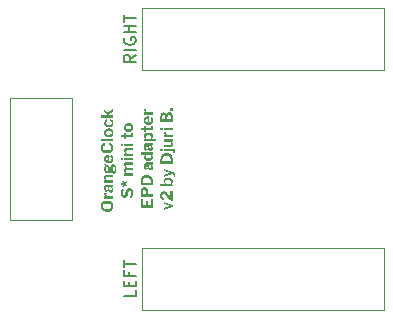
<source format=gto>
G04 #@! TF.GenerationSoftware,KiCad,Pcbnew,7.0.9*
G04 #@! TF.CreationDate,2024-01-10T15:07:55+01:00*
G04 #@! TF.ProjectId,ESP32OrangeClock,45535033-324f-4726-916e-6765436c6f63,rev?*
G04 #@! TF.SameCoordinates,Original*
G04 #@! TF.FileFunction,Legend,Top*
G04 #@! TF.FilePolarity,Positive*
%FSLAX46Y46*%
G04 Gerber Fmt 4.6, Leading zero omitted, Abs format (unit mm)*
G04 Created by KiCad (PCBNEW 7.0.9) date 2024-01-10 15:07:55*
%MOMM*%
%LPD*%
G01*
G04 APERTURE LIST*
%ADD10C,0.200000*%
%ADD11C,0.150000*%
%ADD12C,0.120000*%
%ADD13C,1.700000*%
%ADD14O,1.700000X1.700000*%
%ADD15R,1.700000X1.700000*%
G04 APERTURE END LIST*
D10*
G36*
X110495354Y-87462688D02*
G01*
X110505480Y-87462859D01*
X110515517Y-87463144D01*
X110525467Y-87463543D01*
X110535328Y-87464057D01*
X110545101Y-87464684D01*
X110564381Y-87466280D01*
X110583309Y-87468332D01*
X110601884Y-87470840D01*
X110620106Y-87473805D01*
X110637975Y-87477225D01*
X110655491Y-87481101D01*
X110672654Y-87485434D01*
X110689463Y-87490222D01*
X110705920Y-87495467D01*
X110722024Y-87501167D01*
X110737775Y-87507324D01*
X110753173Y-87513937D01*
X110768217Y-87521005D01*
X110782843Y-87528495D01*
X110797046Y-87536370D01*
X110810824Y-87544630D01*
X110824179Y-87553276D01*
X110837111Y-87562307D01*
X110849619Y-87571724D01*
X110861703Y-87581526D01*
X110873364Y-87591714D01*
X110884601Y-87602287D01*
X110895414Y-87613245D01*
X110905804Y-87624589D01*
X110915771Y-87636319D01*
X110925313Y-87648433D01*
X110934432Y-87660934D01*
X110943128Y-87673819D01*
X110951399Y-87687091D01*
X110959178Y-87700677D01*
X110966455Y-87714568D01*
X110973230Y-87728765D01*
X110979503Y-87743266D01*
X110985274Y-87758074D01*
X110990543Y-87773186D01*
X110995311Y-87788604D01*
X110999576Y-87804327D01*
X111003340Y-87820356D01*
X111006602Y-87836689D01*
X111009362Y-87853328D01*
X111011621Y-87870273D01*
X111013377Y-87887522D01*
X111014632Y-87905077D01*
X111015384Y-87922938D01*
X111015635Y-87941103D01*
X111015387Y-87959389D01*
X111014643Y-87977366D01*
X111013403Y-87995033D01*
X111011666Y-88012392D01*
X111009434Y-88029441D01*
X111006705Y-88046181D01*
X111003480Y-88062612D01*
X110999760Y-88078734D01*
X110995543Y-88094547D01*
X110990829Y-88110050D01*
X110985620Y-88125245D01*
X110979915Y-88140131D01*
X110973713Y-88154707D01*
X110967016Y-88168974D01*
X110959822Y-88182932D01*
X110952132Y-88196581D01*
X110943948Y-88209882D01*
X110935333Y-88222795D01*
X110926286Y-88235321D01*
X110916809Y-88247460D01*
X110906900Y-88259211D01*
X110896559Y-88270575D01*
X110885788Y-88281552D01*
X110874585Y-88292141D01*
X110862951Y-88302343D01*
X110850886Y-88312158D01*
X110838389Y-88321585D01*
X110825462Y-88330625D01*
X110812103Y-88339277D01*
X110798313Y-88347542D01*
X110784091Y-88355420D01*
X110769439Y-88362911D01*
X110754363Y-88369979D01*
X110738935Y-88376592D01*
X110723154Y-88382749D01*
X110707019Y-88388449D01*
X110690532Y-88393694D01*
X110673692Y-88398482D01*
X110656498Y-88402815D01*
X110638952Y-88406691D01*
X110621052Y-88410111D01*
X110602800Y-88413076D01*
X110584195Y-88415584D01*
X110565236Y-88417636D01*
X110545925Y-88419232D01*
X110536137Y-88419859D01*
X110526260Y-88420372D01*
X110516296Y-88420772D01*
X110506243Y-88421057D01*
X110496102Y-88421228D01*
X110485873Y-88421285D01*
X110475537Y-88421226D01*
X110465291Y-88421052D01*
X110455135Y-88420761D01*
X110445069Y-88420353D01*
X110435092Y-88419830D01*
X110425205Y-88419189D01*
X110415408Y-88418433D01*
X110396082Y-88416570D01*
X110377115Y-88414243D01*
X110358507Y-88411449D01*
X110340257Y-88408190D01*
X110322366Y-88404465D01*
X110304834Y-88400275D01*
X110287661Y-88395619D01*
X110270846Y-88390498D01*
X110254390Y-88384911D01*
X110238293Y-88378858D01*
X110222555Y-88372340D01*
X110207175Y-88365356D01*
X110199620Y-88361689D01*
X110184785Y-88354051D01*
X110170383Y-88346035D01*
X110156415Y-88337641D01*
X110142879Y-88328869D01*
X110129777Y-88319720D01*
X110117108Y-88310192D01*
X110104872Y-88300287D01*
X110093069Y-88290004D01*
X110081699Y-88279343D01*
X110070763Y-88268305D01*
X110060259Y-88256888D01*
X110050189Y-88245094D01*
X110040552Y-88232922D01*
X110031348Y-88220372D01*
X110022577Y-88207444D01*
X110014240Y-88194139D01*
X110006343Y-88180497D01*
X109998955Y-88166562D01*
X109992077Y-88152333D01*
X109985709Y-88137810D01*
X109979850Y-88122993D01*
X109974501Y-88107883D01*
X109969661Y-88092478D01*
X109965330Y-88076780D01*
X109961509Y-88060788D01*
X109958197Y-88044502D01*
X109955395Y-88027922D01*
X109953103Y-88011048D01*
X109951319Y-87993881D01*
X109950046Y-87976419D01*
X109949282Y-87958664D01*
X109949027Y-87940615D01*
X110119508Y-87940615D01*
X110119853Y-87954729D01*
X110120886Y-87968374D01*
X110122608Y-87981550D01*
X110125019Y-87994256D01*
X110128119Y-88006493D01*
X110131907Y-88018261D01*
X110136385Y-88029559D01*
X110141551Y-88040388D01*
X110147406Y-88050747D01*
X110153950Y-88060637D01*
X110161183Y-88070058D01*
X110169105Y-88079009D01*
X110177715Y-88087490D01*
X110187015Y-88095503D01*
X110197003Y-88103046D01*
X110207680Y-88110119D01*
X110219079Y-88116715D01*
X110231295Y-88122885D01*
X110244328Y-88128629D01*
X110258177Y-88133948D01*
X110272843Y-88138842D01*
X110288326Y-88143309D01*
X110304625Y-88147352D01*
X110321741Y-88150969D01*
X110339674Y-88154160D01*
X110358424Y-88156926D01*
X110377990Y-88159266D01*
X110388079Y-88160277D01*
X110398373Y-88161181D01*
X110408870Y-88161979D01*
X110419572Y-88162671D01*
X110430478Y-88163256D01*
X110441588Y-88163734D01*
X110452903Y-88164107D01*
X110464421Y-88164373D01*
X110476144Y-88164532D01*
X110488071Y-88164585D01*
X110499708Y-88164533D01*
X110511142Y-88164375D01*
X110522373Y-88164113D01*
X110533401Y-88163746D01*
X110544225Y-88163273D01*
X110554846Y-88162696D01*
X110565264Y-88162014D01*
X110575479Y-88161227D01*
X110585491Y-88160335D01*
X110595299Y-88159338D01*
X110614306Y-88157029D01*
X110632500Y-88154300D01*
X110649882Y-88151152D01*
X110666450Y-88147584D01*
X110682206Y-88143596D01*
X110697148Y-88139188D01*
X110711278Y-88134360D01*
X110724595Y-88129113D01*
X110737099Y-88123446D01*
X110748790Y-88117359D01*
X110759669Y-88110852D01*
X110769784Y-88103860D01*
X110779246Y-88096377D01*
X110788056Y-88088404D01*
X110796214Y-88079940D01*
X110803718Y-88070986D01*
X110810571Y-88061542D01*
X110816770Y-88051607D01*
X110822317Y-88041182D01*
X110827212Y-88030266D01*
X110831453Y-88018860D01*
X110835043Y-88006964D01*
X110837979Y-87994577D01*
X110840263Y-87981700D01*
X110841895Y-87968332D01*
X110842874Y-87954474D01*
X110843200Y-87940126D01*
X110842874Y-87926019D01*
X110841895Y-87912397D01*
X110840263Y-87899259D01*
X110837979Y-87886606D01*
X110835043Y-87874438D01*
X110831453Y-87862755D01*
X110827212Y-87851556D01*
X110822317Y-87840841D01*
X110816770Y-87830612D01*
X110810571Y-87820867D01*
X110803718Y-87811607D01*
X110796214Y-87802831D01*
X110788056Y-87794540D01*
X110779246Y-87786734D01*
X110769784Y-87779412D01*
X110759669Y-87772576D01*
X110748819Y-87766158D01*
X110737153Y-87760154D01*
X110724670Y-87754564D01*
X110711370Y-87749388D01*
X110697253Y-87744626D01*
X110682320Y-87740278D01*
X110666570Y-87736345D01*
X110650004Y-87732825D01*
X110632621Y-87729720D01*
X110614421Y-87727028D01*
X110595404Y-87724751D01*
X110585590Y-87723767D01*
X110575571Y-87722887D01*
X110565348Y-87722111D01*
X110554921Y-87721438D01*
X110544290Y-87720869D01*
X110533454Y-87720403D01*
X110522415Y-87720041D01*
X110511171Y-87719782D01*
X110499723Y-87719627D01*
X110488071Y-87719575D01*
X110476114Y-87719628D01*
X110464363Y-87719786D01*
X110452818Y-87720049D01*
X110441478Y-87720418D01*
X110430343Y-87720893D01*
X110419415Y-87721473D01*
X110408692Y-87722158D01*
X110398174Y-87722948D01*
X110387862Y-87723845D01*
X110377756Y-87724846D01*
X110367855Y-87725953D01*
X110358160Y-87727165D01*
X110339387Y-87729907D01*
X110321436Y-87733069D01*
X110304308Y-87736654D01*
X110288002Y-87740660D01*
X110272518Y-87745088D01*
X110257857Y-87749937D01*
X110244018Y-87755209D01*
X110231001Y-87760902D01*
X110218807Y-87767016D01*
X110207436Y-87773553D01*
X110196788Y-87780502D01*
X110186828Y-87787917D01*
X110177554Y-87795798D01*
X110168968Y-87804144D01*
X110161068Y-87812956D01*
X110153855Y-87822233D01*
X110147329Y-87831976D01*
X110141490Y-87842185D01*
X110136338Y-87852859D01*
X110131873Y-87863999D01*
X110128095Y-87875604D01*
X110125004Y-87887675D01*
X110122600Y-87900212D01*
X110120882Y-87913214D01*
X110119852Y-87926681D01*
X110119508Y-87940615D01*
X109949027Y-87940615D01*
X109949282Y-87922568D01*
X109950046Y-87904822D01*
X109951319Y-87887374D01*
X109953103Y-87870227D01*
X109955395Y-87853379D01*
X109958197Y-87836831D01*
X109961509Y-87820582D01*
X109965330Y-87804632D01*
X109969661Y-87788983D01*
X109974501Y-87773633D01*
X109979850Y-87758582D01*
X109985709Y-87743831D01*
X109992077Y-87729380D01*
X109998955Y-87715228D01*
X110006343Y-87701376D01*
X110014240Y-87687823D01*
X110022575Y-87674609D01*
X110031340Y-87661773D01*
X110040535Y-87649315D01*
X110050159Y-87637235D01*
X110060212Y-87625532D01*
X110070694Y-87614207D01*
X110081606Y-87603260D01*
X110092947Y-87592691D01*
X110104717Y-87582499D01*
X110116917Y-87572686D01*
X110129546Y-87563250D01*
X110142605Y-87554192D01*
X110156092Y-87545512D01*
X110170009Y-87537209D01*
X110184356Y-87529285D01*
X110199132Y-87521738D01*
X110214302Y-87514581D01*
X110229834Y-87507885D01*
X110245726Y-87501651D01*
X110261978Y-87495879D01*
X110278592Y-87490569D01*
X110295565Y-87485720D01*
X110312900Y-87481333D01*
X110330595Y-87477408D01*
X110348651Y-87473945D01*
X110367068Y-87470943D01*
X110385845Y-87468404D01*
X110404982Y-87466326D01*
X110424481Y-87464709D01*
X110434365Y-87464074D01*
X110444340Y-87463555D01*
X110454405Y-87463151D01*
X110464560Y-87462862D01*
X110474805Y-87462689D01*
X110485140Y-87462631D01*
X110495354Y-87462688D01*
G37*
G36*
X111001714Y-87293127D02*
G01*
X111000905Y-87303223D01*
X110997539Y-87312733D01*
X110994875Y-87316086D01*
X110985899Y-87321032D01*
X110975818Y-87322622D01*
X110973137Y-87322680D01*
X110286326Y-87322680D01*
X110275953Y-87321617D01*
X110266359Y-87317124D01*
X110260640Y-87308008D01*
X110259704Y-87300454D01*
X110259704Y-87136323D01*
X110261539Y-87126051D01*
X110267884Y-87118581D01*
X110277469Y-87115406D01*
X110282907Y-87115074D01*
X110366194Y-87115074D01*
X110375536Y-87111364D01*
X110376940Y-87108479D01*
X110374324Y-87098775D01*
X110370346Y-87095046D01*
X110360927Y-87087909D01*
X110351844Y-87080544D01*
X110343097Y-87072950D01*
X110334686Y-87065126D01*
X110326611Y-87057074D01*
X110318872Y-87048792D01*
X110311468Y-87040282D01*
X110304400Y-87031543D01*
X110297634Y-87022651D01*
X110291257Y-87013683D01*
X110285269Y-87004638D01*
X110279671Y-86995517D01*
X110274461Y-86986320D01*
X110269641Y-86977046D01*
X110265211Y-86967696D01*
X110261169Y-86958270D01*
X110257563Y-86948813D01*
X110254437Y-86939494D01*
X110251207Y-86928038D01*
X110248727Y-86916796D01*
X110246999Y-86905770D01*
X110246022Y-86894958D01*
X110245782Y-86886463D01*
X110246156Y-86874498D01*
X110247278Y-86864130D01*
X110249732Y-86853412D01*
X110254220Y-86843840D01*
X110261583Y-86837210D01*
X110269718Y-86835416D01*
X110431895Y-86835416D01*
X110442489Y-86837155D01*
X110449507Y-86844002D01*
X110450227Y-86854736D01*
X110449725Y-86857398D01*
X110447312Y-86868212D01*
X110445203Y-86879283D01*
X110443638Y-86888977D01*
X110442295Y-86898861D01*
X110441176Y-86908933D01*
X110440180Y-86918816D01*
X110439279Y-86929630D01*
X110438657Y-86939673D01*
X110438291Y-86950206D01*
X110438245Y-86955095D01*
X110438736Y-86966385D01*
X110439938Y-86976174D01*
X110441862Y-86986065D01*
X110444506Y-86996060D01*
X110447872Y-87006158D01*
X110448503Y-87007851D01*
X110452533Y-87017772D01*
X110457113Y-87027383D01*
X110462242Y-87036685D01*
X110467921Y-87045678D01*
X110474149Y-87054362D01*
X110476347Y-87057188D01*
X110483171Y-87065306D01*
X110490269Y-87072805D01*
X110497642Y-87079685D01*
X110505290Y-87085948D01*
X110514560Y-87092473D01*
X110515914Y-87093336D01*
X110525400Y-87098666D01*
X110535048Y-87102686D01*
X110544861Y-87105398D01*
X110554837Y-87106800D01*
X110560611Y-87107014D01*
X110969229Y-87107014D01*
X110980269Y-87108293D01*
X110990262Y-87113020D01*
X110997145Y-87121230D01*
X111000571Y-87131038D01*
X111001682Y-87141167D01*
X111001714Y-87143406D01*
X111001714Y-87293127D01*
G37*
G36*
X110980507Y-86114715D02*
G01*
X110990197Y-86117069D01*
X110994875Y-86119784D01*
X111000211Y-86128457D01*
X111001653Y-86138149D01*
X111001714Y-86141033D01*
X111001714Y-86284892D01*
X111000134Y-86294750D01*
X110994297Y-86303385D01*
X110990478Y-86306142D01*
X110981365Y-86310286D01*
X110971804Y-86312999D01*
X110963123Y-86314446D01*
X110931616Y-86316400D01*
X110922319Y-86319697D01*
X110919766Y-86330138D01*
X110924590Y-86339275D01*
X110930883Y-86347174D01*
X110937940Y-86355420D01*
X110944730Y-86363855D01*
X110951255Y-86372479D01*
X110957513Y-86381292D01*
X110963505Y-86390294D01*
X110969231Y-86399484D01*
X110974691Y-86408864D01*
X110979884Y-86418432D01*
X110984812Y-86428189D01*
X110989473Y-86438136D01*
X110992432Y-86444871D01*
X110996579Y-86455130D01*
X111000318Y-86465663D01*
X111003649Y-86476470D01*
X111006572Y-86487553D01*
X111009087Y-86498910D01*
X111011194Y-86510542D01*
X111012894Y-86522449D01*
X111014185Y-86534631D01*
X111015069Y-86547087D01*
X111015545Y-86559818D01*
X111015635Y-86568458D01*
X111015411Y-86581591D01*
X111014739Y-86594367D01*
X111013617Y-86606786D01*
X111012048Y-86618849D01*
X111010030Y-86630554D01*
X111007564Y-86641903D01*
X111004649Y-86652895D01*
X111001286Y-86663530D01*
X110997475Y-86673808D01*
X110993215Y-86683730D01*
X110988506Y-86693294D01*
X110983349Y-86702502D01*
X110977744Y-86711353D01*
X110971691Y-86719847D01*
X110965189Y-86727984D01*
X110958238Y-86735765D01*
X110950911Y-86743100D01*
X110943339Y-86749961D01*
X110935524Y-86756350D01*
X110927464Y-86762265D01*
X110919159Y-86767707D01*
X110910611Y-86772676D01*
X110901818Y-86777171D01*
X110892781Y-86781194D01*
X110883500Y-86784743D01*
X110873974Y-86787819D01*
X110864205Y-86790422D01*
X110854191Y-86792551D01*
X110843933Y-86794207D01*
X110833430Y-86795390D01*
X110822683Y-86796100D01*
X110811693Y-86796337D01*
X110801852Y-86796148D01*
X110787399Y-86795156D01*
X110773316Y-86793314D01*
X110759602Y-86790622D01*
X110746256Y-86787080D01*
X110733281Y-86782688D01*
X110720674Y-86777446D01*
X110708437Y-86771354D01*
X110696568Y-86764412D01*
X110685069Y-86756619D01*
X110673940Y-86747977D01*
X110663218Y-86738492D01*
X110652942Y-86728265D01*
X110646340Y-86721034D01*
X110639936Y-86713473D01*
X110633731Y-86705582D01*
X110627724Y-86697360D01*
X110621916Y-86688809D01*
X110616306Y-86679928D01*
X110610894Y-86670716D01*
X110605681Y-86661174D01*
X110600667Y-86651302D01*
X110595851Y-86641101D01*
X110591233Y-86630569D01*
X110586814Y-86619706D01*
X110582593Y-86608514D01*
X110578560Y-86596987D01*
X110574766Y-86585181D01*
X110571210Y-86573097D01*
X110567892Y-86560734D01*
X110564814Y-86548093D01*
X110561973Y-86535173D01*
X110559372Y-86521974D01*
X110557008Y-86508497D01*
X110554884Y-86494741D01*
X110552997Y-86480706D01*
X110551350Y-86466393D01*
X110549941Y-86451802D01*
X110548770Y-86436932D01*
X110547838Y-86421783D01*
X110547144Y-86406356D01*
X110546689Y-86390650D01*
X110543025Y-86341557D01*
X110542757Y-86340336D01*
X110647561Y-86340336D01*
X110650492Y-86380147D01*
X110651135Y-86391315D01*
X110652148Y-86402530D01*
X110653530Y-86413793D01*
X110655282Y-86425103D01*
X110657403Y-86436461D01*
X110659895Y-86447867D01*
X110660995Y-86452443D01*
X110663927Y-86463661D01*
X110667230Y-86474568D01*
X110670902Y-86485165D01*
X110674943Y-86495453D01*
X110679355Y-86505430D01*
X110684136Y-86515097D01*
X110686152Y-86518877D01*
X110691456Y-86527920D01*
X110697143Y-86536427D01*
X110703211Y-86544397D01*
X110709660Y-86551831D01*
X110717903Y-86560042D01*
X110726696Y-86567481D01*
X110736064Y-86573790D01*
X110746033Y-86578793D01*
X110756603Y-86582491D01*
X110767775Y-86584884D01*
X110777543Y-86585881D01*
X110783605Y-86586044D01*
X110793779Y-86585582D01*
X110805745Y-86583706D01*
X110816877Y-86580387D01*
X110827174Y-86575625D01*
X110836636Y-86569420D01*
X110845263Y-86561772D01*
X110850039Y-86556490D01*
X110857145Y-86546648D01*
X110861963Y-86538010D01*
X110866011Y-86528692D01*
X110869287Y-86518696D01*
X110871792Y-86508019D01*
X110873527Y-86496664D01*
X110874490Y-86484629D01*
X110874707Y-86475158D01*
X110874433Y-86464422D01*
X110873610Y-86454044D01*
X110872239Y-86444024D01*
X110870318Y-86434361D01*
X110867290Y-86423239D01*
X110863472Y-86412631D01*
X110859013Y-86402491D01*
X110854244Y-86392951D01*
X110849167Y-86384012D01*
X110843780Y-86375674D01*
X110837105Y-86366707D01*
X110836117Y-86365493D01*
X110829580Y-86358157D01*
X110821866Y-86350271D01*
X110814059Y-86343110D01*
X110806158Y-86336674D01*
X110800457Y-86332520D01*
X110791207Y-86326856D01*
X110781773Y-86322811D01*
X110772156Y-86320384D01*
X110762356Y-86319575D01*
X110671253Y-86319575D01*
X110660613Y-86320872D01*
X110651735Y-86326144D01*
X110647771Y-86335470D01*
X110647561Y-86340336D01*
X110542757Y-86340336D01*
X110540912Y-86331940D01*
X110538629Y-86326902D01*
X110530691Y-86320605D01*
X110522998Y-86319575D01*
X110493444Y-86319575D01*
X110483577Y-86319845D01*
X110471069Y-86321047D01*
X110459302Y-86323211D01*
X110448275Y-86326337D01*
X110437988Y-86330424D01*
X110428441Y-86335473D01*
X110419635Y-86341484D01*
X110411570Y-86348456D01*
X110409669Y-86350349D01*
X110402628Y-86358459D01*
X110396526Y-86367401D01*
X110391362Y-86377174D01*
X110387137Y-86387780D01*
X110383852Y-86399217D01*
X110381505Y-86411487D01*
X110380360Y-86421235D01*
X110379744Y-86431451D01*
X110379627Y-86438521D01*
X110379925Y-86448913D01*
X110380818Y-86459205D01*
X110382306Y-86469399D01*
X110384390Y-86479493D01*
X110387069Y-86489488D01*
X110390343Y-86499383D01*
X110394213Y-86509180D01*
X110398678Y-86518877D01*
X110403807Y-86528280D01*
X110409791Y-86537317D01*
X110416630Y-86545988D01*
X110424323Y-86554292D01*
X110432872Y-86562230D01*
X110442275Y-86569802D01*
X110452533Y-86577007D01*
X110463647Y-86583846D01*
X110471906Y-86589555D01*
X110476103Y-86594592D01*
X110477477Y-86604915D01*
X110476103Y-86614864D01*
X110444107Y-86755304D01*
X110439108Y-86763774D01*
X110435314Y-86766784D01*
X110425361Y-86767455D01*
X110415482Y-86764836D01*
X110408203Y-86762143D01*
X110398051Y-86757490D01*
X110388233Y-86752446D01*
X110378748Y-86747010D01*
X110369598Y-86741184D01*
X110360781Y-86734966D01*
X110352298Y-86728357D01*
X110344150Y-86721357D01*
X110336335Y-86713966D01*
X110328854Y-86706184D01*
X110321707Y-86698010D01*
X110314894Y-86689445D01*
X110308415Y-86680489D01*
X110302270Y-86671142D01*
X110296458Y-86661404D01*
X110290981Y-86651275D01*
X110285838Y-86640754D01*
X110280987Y-86629880D01*
X110276450Y-86618688D01*
X110272225Y-86607180D01*
X110268313Y-86595356D01*
X110264715Y-86583214D01*
X110261429Y-86570756D01*
X110258456Y-86557981D01*
X110255796Y-86544889D01*
X110253449Y-86531480D01*
X110251415Y-86517755D01*
X110249694Y-86503713D01*
X110248285Y-86489354D01*
X110247190Y-86474679D01*
X110246408Y-86459686D01*
X110245938Y-86444377D01*
X110245782Y-86428751D01*
X110245896Y-86414464D01*
X110246240Y-86400545D01*
X110246812Y-86386994D01*
X110247614Y-86373812D01*
X110248644Y-86360998D01*
X110249903Y-86348552D01*
X110251392Y-86336474D01*
X110253109Y-86324765D01*
X110255055Y-86313424D01*
X110257231Y-86302451D01*
X110259635Y-86291847D01*
X110262268Y-86281610D01*
X110265131Y-86271742D01*
X110268222Y-86262243D01*
X110273288Y-86248684D01*
X110275091Y-86244348D01*
X110280749Y-86231771D01*
X110286823Y-86219868D01*
X110293314Y-86208638D01*
X110300221Y-86198083D01*
X110307545Y-86188202D01*
X110315285Y-86178995D01*
X110323442Y-86170462D01*
X110332015Y-86162603D01*
X110341004Y-86155418D01*
X110350410Y-86148907D01*
X110356912Y-86144941D01*
X110366917Y-86139441D01*
X110377240Y-86134483D01*
X110387880Y-86130065D01*
X110398838Y-86126188D01*
X110410114Y-86122852D01*
X110421707Y-86120057D01*
X110433618Y-86117803D01*
X110445847Y-86116090D01*
X110458394Y-86114918D01*
X110471258Y-86114287D01*
X110480011Y-86114167D01*
X110970695Y-86114167D01*
X110980507Y-86114715D01*
G37*
G36*
X111001714Y-85929275D02*
G01*
X111000709Y-85939318D01*
X110996997Y-85948409D01*
X110989407Y-85955336D01*
X110979835Y-85958366D01*
X110973137Y-85958828D01*
X110286326Y-85958828D01*
X110275953Y-85957765D01*
X110266359Y-85953272D01*
X110260640Y-85944155D01*
X110259704Y-85936602D01*
X110259704Y-85767586D01*
X110261539Y-85757314D01*
X110267884Y-85749844D01*
X110277469Y-85746669D01*
X110282907Y-85746337D01*
X110352760Y-85746337D01*
X110362149Y-85743596D01*
X110363263Y-85742185D01*
X110360017Y-85732505D01*
X110357889Y-85730217D01*
X110349593Y-85721111D01*
X110341556Y-85711990D01*
X110333778Y-85702854D01*
X110326260Y-85693703D01*
X110319001Y-85684536D01*
X110312002Y-85675354D01*
X110305263Y-85666157D01*
X110298783Y-85656944D01*
X110292615Y-85647613D01*
X110286815Y-85638183D01*
X110281380Y-85628654D01*
X110276312Y-85619025D01*
X110271611Y-85609298D01*
X110267275Y-85599471D01*
X110263306Y-85589544D01*
X110259704Y-85579519D01*
X110256441Y-85569307D01*
X110253613Y-85558942D01*
X110251220Y-85548424D01*
X110249262Y-85537754D01*
X110247740Y-85526931D01*
X110246652Y-85515955D01*
X110245999Y-85504827D01*
X110245782Y-85493546D01*
X110246018Y-85480949D01*
X110246725Y-85468682D01*
X110247903Y-85456746D01*
X110249552Y-85445140D01*
X110251673Y-85433863D01*
X110254266Y-85422917D01*
X110257329Y-85412301D01*
X110260864Y-85402016D01*
X110264870Y-85392060D01*
X110269348Y-85382434D01*
X110274296Y-85373139D01*
X110279716Y-85364173D01*
X110285608Y-85355538D01*
X110291971Y-85347233D01*
X110298805Y-85339258D01*
X110306110Y-85331613D01*
X110313806Y-85324337D01*
X110321814Y-85317530D01*
X110330132Y-85311193D01*
X110338762Y-85305326D01*
X110347703Y-85299928D01*
X110356954Y-85294999D01*
X110366517Y-85290540D01*
X110376391Y-85286550D01*
X110386575Y-85283029D01*
X110397071Y-85279978D01*
X110407878Y-85277396D01*
X110418996Y-85275284D01*
X110430425Y-85273641D01*
X110442165Y-85272468D01*
X110454215Y-85271764D01*
X110466577Y-85271529D01*
X110967764Y-85271529D01*
X110977544Y-85272352D01*
X110987093Y-85275512D01*
X110995215Y-85282193D01*
X111000089Y-85292101D01*
X111001680Y-85303161D01*
X111001714Y-85305234D01*
X111001714Y-85460573D01*
X111000820Y-85470362D01*
X110996852Y-85479673D01*
X110995363Y-85481333D01*
X110986509Y-85485730D01*
X110975989Y-85487144D01*
X110973137Y-85487195D01*
X110499794Y-85487195D01*
X110488460Y-85487604D01*
X110477782Y-85488829D01*
X110467760Y-85490870D01*
X110458395Y-85493729D01*
X110447612Y-85498450D01*
X110437854Y-85504448D01*
X110429122Y-85511721D01*
X110427499Y-85513329D01*
X110420040Y-85522080D01*
X110413846Y-85532000D01*
X110408916Y-85543089D01*
X110405882Y-85552802D01*
X110403657Y-85563262D01*
X110402241Y-85574471D01*
X110401634Y-85586427D01*
X110401609Y-85589533D01*
X110401952Y-85600312D01*
X110402983Y-85610851D01*
X110404700Y-85621149D01*
X110407104Y-85631207D01*
X110410195Y-85641024D01*
X110411379Y-85644243D01*
X110415368Y-85653709D01*
X110420011Y-85663054D01*
X110425306Y-85672279D01*
X110431254Y-85681384D01*
X110437854Y-85690368D01*
X110440199Y-85693336D01*
X110447630Y-85702306D01*
X110454399Y-85709913D01*
X110461693Y-85717638D01*
X110469511Y-85725483D01*
X110477855Y-85733447D01*
X110486723Y-85741531D01*
X110488559Y-85743162D01*
X110969229Y-85743162D01*
X110980269Y-85744441D01*
X110990262Y-85749168D01*
X110997145Y-85757377D01*
X111000571Y-85767186D01*
X111001682Y-85777315D01*
X111001714Y-85779554D01*
X111001714Y-85929275D01*
G37*
G36*
X110363205Y-84347032D02*
G01*
X110373155Y-84349772D01*
X110380848Y-84355130D01*
X110385657Y-84363919D01*
X110386103Y-84374424D01*
X110385245Y-84379065D01*
X110384006Y-84388938D01*
X110383038Y-84398772D01*
X110382340Y-84408567D01*
X110382069Y-84413992D01*
X110381840Y-84424473D01*
X110382375Y-84434238D01*
X110383844Y-84444153D01*
X110384023Y-84445011D01*
X110386163Y-84455357D01*
X110390147Y-84464859D01*
X110397864Y-84472587D01*
X110408328Y-84474667D01*
X110416263Y-84473099D01*
X110425869Y-84470065D01*
X110435459Y-84467103D01*
X110443863Y-84464550D01*
X110454005Y-84461974D01*
X110464030Y-84460472D01*
X110474905Y-84459742D01*
X110480011Y-84459666D01*
X110491686Y-84459994D01*
X110503172Y-84460979D01*
X110514469Y-84462622D01*
X110525577Y-84464921D01*
X110536497Y-84467877D01*
X110547227Y-84471489D01*
X110557769Y-84475759D01*
X110568121Y-84480686D01*
X110578285Y-84486269D01*
X110588260Y-84492510D01*
X110594805Y-84497035D01*
X110604377Y-84504376D01*
X110613584Y-84512388D01*
X110622426Y-84521069D01*
X110630903Y-84530420D01*
X110639015Y-84540440D01*
X110646763Y-84551131D01*
X110654145Y-84562491D01*
X110661163Y-84574521D01*
X110667815Y-84587220D01*
X110672047Y-84596059D01*
X110676118Y-84605195D01*
X110678092Y-84609875D01*
X110681848Y-84619423D01*
X110685362Y-84629262D01*
X110688633Y-84639390D01*
X110691662Y-84649809D01*
X110694449Y-84660517D01*
X110696994Y-84671516D01*
X110699296Y-84682804D01*
X110701356Y-84694383D01*
X110703173Y-84706252D01*
X110704749Y-84718410D01*
X110706081Y-84730859D01*
X110707172Y-84743598D01*
X110708020Y-84756627D01*
X110708626Y-84769946D01*
X110708989Y-84783555D01*
X110709111Y-84797453D01*
X110709166Y-84807702D01*
X110709334Y-84817563D01*
X110709731Y-84830111D01*
X110710326Y-84841972D01*
X110711120Y-84853147D01*
X110712112Y-84863634D01*
X110713303Y-84873434D01*
X110715070Y-84884718D01*
X110715461Y-84886846D01*
X110717553Y-84896844D01*
X110720346Y-84907629D01*
X110723449Y-84917091D01*
X110727459Y-84926459D01*
X110732558Y-84934962D01*
X110739337Y-84942690D01*
X110748038Y-84948186D01*
X110755761Y-84949617D01*
X110766137Y-84947542D01*
X110774365Y-84941316D01*
X110779936Y-84932165D01*
X110781406Y-84928368D01*
X110784318Y-84917926D01*
X110785322Y-84913003D01*
X110959069Y-84913003D01*
X110959730Y-84923147D01*
X110961199Y-84933153D01*
X110963474Y-84943022D01*
X110966557Y-84952754D01*
X110967764Y-84955967D01*
X110971719Y-84965183D01*
X110977072Y-84975154D01*
X110983220Y-84984284D01*
X110990162Y-84992572D01*
X110995607Y-84997977D01*
X111003807Y-85004353D01*
X111012591Y-85009163D01*
X111021959Y-85012407D01*
X111031912Y-85014085D01*
X111037861Y-85014341D01*
X111047798Y-85013763D01*
X111059155Y-85011542D01*
X111069894Y-85007655D01*
X111080015Y-85002102D01*
X111087977Y-84996202D01*
X111094037Y-84990650D01*
X111101167Y-84982460D01*
X111107747Y-84972851D01*
X111112617Y-84964143D01*
X111117135Y-84954525D01*
X111121303Y-84944000D01*
X111125119Y-84932566D01*
X111128584Y-84920225D01*
X111130185Y-84913713D01*
X111132411Y-84903414D01*
X111134418Y-84892484D01*
X111136207Y-84880923D01*
X111137776Y-84868730D01*
X111139126Y-84855907D01*
X111140257Y-84842452D01*
X111141170Y-84828367D01*
X111141863Y-84813650D01*
X111142204Y-84803488D01*
X111142447Y-84793046D01*
X111142593Y-84782323D01*
X111142642Y-84771319D01*
X111142540Y-84759531D01*
X111142237Y-84748101D01*
X111141731Y-84737030D01*
X111141024Y-84726318D01*
X111140113Y-84715964D01*
X111139001Y-84705969D01*
X111136953Y-84691650D01*
X111134450Y-84678137D01*
X111131492Y-84665432D01*
X111128079Y-84653533D01*
X111124210Y-84642442D01*
X111119887Y-84632158D01*
X111116752Y-84625751D01*
X111111715Y-84616846D01*
X111104432Y-84606336D01*
X111096500Y-84597383D01*
X111087919Y-84589987D01*
X111078689Y-84584148D01*
X111068810Y-84579866D01*
X111058283Y-84577142D01*
X111047107Y-84575974D01*
X111044212Y-84575925D01*
X111033189Y-84576878D01*
X111022837Y-84579738D01*
X111013154Y-84584503D01*
X111004141Y-84591175D01*
X110997141Y-84598191D01*
X110993165Y-84603036D01*
X110987048Y-84612242D01*
X110981826Y-84622914D01*
X110978292Y-84632508D01*
X110975331Y-84643041D01*
X110972942Y-84654513D01*
X110971125Y-84666924D01*
X110970138Y-84676848D01*
X110969473Y-84687300D01*
X110959215Y-84902722D01*
X110959069Y-84913003D01*
X110785322Y-84913003D01*
X110786516Y-84907152D01*
X110788138Y-84896889D01*
X110789570Y-84885457D01*
X110790577Y-84875469D01*
X110791462Y-84864734D01*
X110791665Y-84861934D01*
X110803388Y-84661899D01*
X110804636Y-84644338D01*
X110806243Y-84627376D01*
X110808208Y-84611014D01*
X110810532Y-84595251D01*
X110813215Y-84580087D01*
X110816257Y-84565522D01*
X110819657Y-84551556D01*
X110823416Y-84538190D01*
X110827534Y-84525422D01*
X110832011Y-84513254D01*
X110836846Y-84501685D01*
X110842040Y-84490715D01*
X110847592Y-84480344D01*
X110853504Y-84470573D01*
X110859774Y-84461400D01*
X110866403Y-84452827D01*
X110873332Y-84444812D01*
X110880504Y-84437314D01*
X110887918Y-84430333D01*
X110895575Y-84423869D01*
X110903473Y-84417922D01*
X110911615Y-84412492D01*
X110924281Y-84405318D01*
X110937492Y-84399306D01*
X110951248Y-84394458D01*
X110960722Y-84391873D01*
X110970439Y-84389804D01*
X110980397Y-84388253D01*
X110990598Y-84387219D01*
X111001042Y-84386702D01*
X111006354Y-84386637D01*
X111019453Y-84387032D01*
X111032248Y-84388217D01*
X111044739Y-84390192D01*
X111056928Y-84392957D01*
X111068813Y-84396512D01*
X111080394Y-84400856D01*
X111091672Y-84405991D01*
X111102647Y-84411916D01*
X111113318Y-84418631D01*
X111123686Y-84426136D01*
X111133751Y-84434430D01*
X111143512Y-84443515D01*
X111152969Y-84453390D01*
X111162124Y-84464054D01*
X111170975Y-84475509D01*
X111179522Y-84487754D01*
X111187656Y-84500764D01*
X111195265Y-84514517D01*
X111202349Y-84529012D01*
X111208908Y-84544250D01*
X111214942Y-84560230D01*
X111220452Y-84576952D01*
X111225437Y-84594416D01*
X111229897Y-84612623D01*
X111233833Y-84631572D01*
X111235604Y-84641324D01*
X111237244Y-84651263D01*
X111238752Y-84661387D01*
X111240130Y-84671696D01*
X111241376Y-84682191D01*
X111242491Y-84692872D01*
X111243475Y-84703738D01*
X111244328Y-84714790D01*
X111245049Y-84726027D01*
X111245640Y-84737450D01*
X111246099Y-84749058D01*
X111246427Y-84760852D01*
X111246623Y-84772832D01*
X111246689Y-84784997D01*
X111246645Y-84797584D01*
X111246513Y-84809974D01*
X111246292Y-84822167D01*
X111245983Y-84834162D01*
X111245586Y-84845961D01*
X111245101Y-84857563D01*
X111244527Y-84868968D01*
X111243865Y-84880175D01*
X111243115Y-84891186D01*
X111242276Y-84902000D01*
X111241350Y-84912617D01*
X111240335Y-84923036D01*
X111239232Y-84933259D01*
X111238040Y-84943285D01*
X111236761Y-84953113D01*
X111233937Y-84972179D01*
X111230760Y-84990458D01*
X111227230Y-85007948D01*
X111223346Y-85024650D01*
X111219110Y-85040564D01*
X111214521Y-85055689D01*
X111209579Y-85070027D01*
X111204284Y-85083577D01*
X111201504Y-85090056D01*
X111195706Y-85102390D01*
X111189548Y-85113927D01*
X111183029Y-85124669D01*
X111176149Y-85134615D01*
X111168908Y-85143766D01*
X111161307Y-85152121D01*
X111153345Y-85159680D01*
X111145023Y-85166443D01*
X111136340Y-85172411D01*
X111127296Y-85177583D01*
X111117892Y-85181959D01*
X111108127Y-85185540D01*
X111098001Y-85188325D01*
X111087515Y-85190314D01*
X111076668Y-85191508D01*
X111065461Y-85191906D01*
X111053649Y-85191322D01*
X111042395Y-85189570D01*
X111031698Y-85186651D01*
X111021558Y-85182563D01*
X111011976Y-85177308D01*
X111002950Y-85170885D01*
X110994482Y-85163295D01*
X110986570Y-85154536D01*
X110979022Y-85144801D01*
X110971763Y-85134402D01*
X110964795Y-85123338D01*
X110959759Y-85114605D01*
X110954886Y-85105498D01*
X110950176Y-85096018D01*
X110945629Y-85086164D01*
X110941246Y-85075936D01*
X110937025Y-85065335D01*
X110934302Y-85058061D01*
X110929162Y-85049474D01*
X110920586Y-85054948D01*
X110918915Y-85058061D01*
X110913534Y-85068419D01*
X110907772Y-85078277D01*
X110901627Y-85087634D01*
X110895101Y-85096491D01*
X110888194Y-85104846D01*
X110880905Y-85112700D01*
X110877882Y-85115702D01*
X110869934Y-85122457D01*
X110861353Y-85128067D01*
X110852140Y-85132532D01*
X110842295Y-85135852D01*
X110831819Y-85138027D01*
X110820710Y-85139058D01*
X110816089Y-85139149D01*
X110805645Y-85138497D01*
X110795561Y-85136539D01*
X110785838Y-85133276D01*
X110776476Y-85128708D01*
X110767474Y-85122835D01*
X110764554Y-85120587D01*
X110755898Y-85113196D01*
X110748895Y-85106382D01*
X110742083Y-85098971D01*
X110735462Y-85090964D01*
X110729032Y-85082361D01*
X110722792Y-85073161D01*
X110721567Y-85071250D01*
X110715522Y-85061478D01*
X110709751Y-85051395D01*
X110704254Y-85041003D01*
X110699032Y-85030301D01*
X110694084Y-85019288D01*
X110690323Y-85010255D01*
X110687617Y-85003350D01*
X110682143Y-84994883D01*
X110680290Y-84993580D01*
X110671720Y-84999142D01*
X110670764Y-85000908D01*
X110664936Y-85012915D01*
X110658806Y-85024389D01*
X110652376Y-85035332D01*
X110645646Y-85045742D01*
X110638615Y-85055619D01*
X110631283Y-85064964D01*
X110623651Y-85073777D01*
X110615718Y-85082057D01*
X110607485Y-85089805D01*
X110598951Y-85097021D01*
X110593095Y-85101536D01*
X110584019Y-85107778D01*
X110574651Y-85113405D01*
X110564991Y-85118419D01*
X110555039Y-85122819D01*
X110544795Y-85126605D01*
X110534259Y-85129777D01*
X110523432Y-85132335D01*
X110512312Y-85134280D01*
X110500900Y-85135610D01*
X110489197Y-85136326D01*
X110481232Y-85136463D01*
X110468382Y-85136110D01*
X110455842Y-85135054D01*
X110443614Y-85133294D01*
X110431696Y-85130830D01*
X110420090Y-85127661D01*
X110408795Y-85123789D01*
X110397811Y-85119212D01*
X110387137Y-85113931D01*
X110376775Y-85107946D01*
X110366724Y-85101257D01*
X110356984Y-85093864D01*
X110347555Y-85085767D01*
X110338437Y-85076966D01*
X110329630Y-85067460D01*
X110321134Y-85057251D01*
X110312949Y-85046337D01*
X110305141Y-85034716D01*
X110297836Y-85022447D01*
X110291036Y-85009529D01*
X110284739Y-84995962D01*
X110278945Y-84981746D01*
X110273656Y-84966882D01*
X110268870Y-84951368D01*
X110264589Y-84935206D01*
X110260810Y-84918396D01*
X110257536Y-84900936D01*
X110254765Y-84882828D01*
X110252499Y-84864071D01*
X110250735Y-84844665D01*
X110250043Y-84834719D01*
X110249476Y-84824610D01*
X110249035Y-84814340D01*
X110248720Y-84803907D01*
X110248631Y-84798919D01*
X110356668Y-84798919D01*
X110356979Y-84811473D01*
X110357913Y-84823491D01*
X110359470Y-84834972D01*
X110361648Y-84845917D01*
X110364450Y-84856324D01*
X110367874Y-84866195D01*
X110371920Y-84875530D01*
X110376589Y-84884328D01*
X110381881Y-84892589D01*
X110389904Y-84902769D01*
X110392083Y-84905165D01*
X110401258Y-84913980D01*
X110411073Y-84921620D01*
X110421530Y-84928085D01*
X110432628Y-84933375D01*
X110444367Y-84937489D01*
X110456747Y-84940427D01*
X110466452Y-84941860D01*
X110476519Y-84942631D01*
X110483430Y-84942778D01*
X110495986Y-84942190D01*
X110508007Y-84940427D01*
X110519494Y-84937489D01*
X110530447Y-84933375D01*
X110540865Y-84928085D01*
X110550750Y-84921620D01*
X110560100Y-84913980D01*
X110568915Y-84905165D01*
X110576929Y-84895277D01*
X110583875Y-84884419D01*
X110588383Y-84875640D01*
X110592290Y-84866316D01*
X110595596Y-84856446D01*
X110598301Y-84846031D01*
X110600404Y-84835071D01*
X110601907Y-84823565D01*
X110602809Y-84811515D01*
X110603109Y-84798919D01*
X110602804Y-84785308D01*
X110601890Y-84772409D01*
X110600366Y-84760223D01*
X110598232Y-84748750D01*
X110595489Y-84737989D01*
X110592135Y-84727942D01*
X110588173Y-84718606D01*
X110581941Y-84707268D01*
X110574625Y-84697197D01*
X110568427Y-84690475D01*
X110559512Y-84682461D01*
X110550108Y-84675515D01*
X110540217Y-84669638D01*
X110529836Y-84664830D01*
X110518968Y-84661090D01*
X110507610Y-84658418D01*
X110495764Y-84656815D01*
X110483430Y-84656281D01*
X110473123Y-84656584D01*
X110463177Y-84657492D01*
X110450476Y-84659644D01*
X110438417Y-84662873D01*
X110426999Y-84667178D01*
X110416221Y-84672559D01*
X110406085Y-84679016D01*
X110396590Y-84686549D01*
X110392083Y-84690719D01*
X110383783Y-84699890D01*
X110376589Y-84710305D01*
X110371920Y-84718932D01*
X110367874Y-84728259D01*
X110364450Y-84738286D01*
X110361648Y-84749013D01*
X110359470Y-84760440D01*
X110357913Y-84772566D01*
X110356979Y-84785393D01*
X110356668Y-84798919D01*
X110248631Y-84798919D01*
X110248532Y-84793312D01*
X110248469Y-84782555D01*
X110248619Y-84768314D01*
X110249070Y-84754442D01*
X110249821Y-84740939D01*
X110250873Y-84727806D01*
X110252225Y-84715042D01*
X110253878Y-84702647D01*
X110255832Y-84690622D01*
X110258086Y-84678965D01*
X110260640Y-84667678D01*
X110263495Y-84656760D01*
X110265566Y-84649687D01*
X110268874Y-84639338D01*
X110272389Y-84629359D01*
X110276110Y-84619749D01*
X110280037Y-84610508D01*
X110284170Y-84601637D01*
X110290001Y-84590383D01*
X110296199Y-84579785D01*
X110302763Y-84569843D01*
X110309693Y-84560558D01*
X110311483Y-84558340D01*
X110316519Y-84549484D01*
X110318386Y-84539788D01*
X110318322Y-84537823D01*
X110315635Y-84528176D01*
X110309041Y-84520238D01*
X110300843Y-84513194D01*
X110292921Y-84505618D01*
X110285273Y-84497509D01*
X110277900Y-84488868D01*
X110270802Y-84479694D01*
X110268496Y-84476518D01*
X110262881Y-84468450D01*
X110256629Y-84458627D01*
X110250911Y-84448650D01*
X110245724Y-84438517D01*
X110241070Y-84428231D01*
X110238943Y-84423029D01*
X110235125Y-84412820D01*
X110232097Y-84403074D01*
X110229562Y-84392290D01*
X110228103Y-84382137D01*
X110227708Y-84373936D01*
X110229017Y-84363972D01*
X110233719Y-84354874D01*
X110234547Y-84353908D01*
X110242983Y-84348474D01*
X110252978Y-84346522D01*
X110257994Y-84346337D01*
X110353004Y-84346337D01*
X110363205Y-84347032D01*
G37*
G36*
X110648580Y-83578117D02*
G01*
X110658364Y-83579640D01*
X110661727Y-83580636D01*
X110668483Y-83587817D01*
X110670761Y-83597783D01*
X110671009Y-83600908D01*
X110671009Y-84076449D01*
X110673779Y-84086135D01*
X110676871Y-84089393D01*
X110686201Y-84093172D01*
X110693723Y-84093790D01*
X110706592Y-84093412D01*
X110719063Y-84092279D01*
X110731138Y-84090389D01*
X110742816Y-84087745D01*
X110754097Y-84084344D01*
X110764981Y-84080189D01*
X110775468Y-84075277D01*
X110785559Y-84069610D01*
X110795176Y-84063233D01*
X110804243Y-84056314D01*
X110812761Y-84048853D01*
X110820730Y-84040850D01*
X110828148Y-84032305D01*
X110835018Y-84023219D01*
X110841338Y-84013590D01*
X110847108Y-84003420D01*
X110852203Y-83992826D01*
X110856618Y-83981927D01*
X110860354Y-83970722D01*
X110863411Y-83959212D01*
X110865789Y-83947397D01*
X110867487Y-83935276D01*
X110868506Y-83922850D01*
X110868845Y-83910119D01*
X110868506Y-83897720D01*
X110867487Y-83885558D01*
X110865789Y-83873632D01*
X110863411Y-83861942D01*
X110860354Y-83850490D01*
X110856618Y-83839273D01*
X110852203Y-83828294D01*
X110847108Y-83817551D01*
X110841235Y-83806850D01*
X110834483Y-83796119D01*
X110828844Y-83788050D01*
X110822711Y-83779964D01*
X110816084Y-83771862D01*
X110808964Y-83763741D01*
X110801350Y-83755604D01*
X110793242Y-83747450D01*
X110784640Y-83739278D01*
X110775545Y-83731089D01*
X110769284Y-83723522D01*
X110768706Y-83721564D01*
X110770555Y-83711486D01*
X110772858Y-83705688D01*
X110815845Y-83605793D01*
X110821503Y-83597150D01*
X110831693Y-83594643D01*
X110841318Y-83599524D01*
X110843688Y-83601396D01*
X110855544Y-83609859D01*
X110866932Y-83618395D01*
X110877853Y-83627004D01*
X110888305Y-83635686D01*
X110898289Y-83644440D01*
X110907805Y-83653268D01*
X110916853Y-83662169D01*
X110925433Y-83671143D01*
X110933546Y-83680190D01*
X110941190Y-83689309D01*
X110946026Y-83695430D01*
X110952890Y-83704679D01*
X110959376Y-83714109D01*
X110965484Y-83723718D01*
X110971214Y-83733509D01*
X110976566Y-83743479D01*
X110981541Y-83753630D01*
X110986137Y-83763961D01*
X110990356Y-83774473D01*
X110994197Y-83785165D01*
X110997661Y-83796037D01*
X110999760Y-83803385D01*
X111002597Y-83814605D01*
X111005155Y-83826100D01*
X111007434Y-83837869D01*
X111009434Y-83849913D01*
X111011155Y-83862232D01*
X111012597Y-83874826D01*
X111013759Y-83887695D01*
X111014643Y-83900838D01*
X111015248Y-83914256D01*
X111015573Y-83927949D01*
X111015635Y-83937230D01*
X111015450Y-83950727D01*
X111014895Y-83964047D01*
X111013970Y-83977190D01*
X111012674Y-83990155D01*
X111011008Y-84002942D01*
X111008972Y-84015552D01*
X111006566Y-84027984D01*
X111003790Y-84040240D01*
X111000643Y-84052317D01*
X110997126Y-84064217D01*
X110993239Y-84075940D01*
X110988982Y-84087485D01*
X110984355Y-84098853D01*
X110979358Y-84110043D01*
X110973990Y-84121056D01*
X110968252Y-84131892D01*
X110962155Y-84142466D01*
X110955769Y-84152755D01*
X110949095Y-84162761D01*
X110942134Y-84172482D01*
X110934884Y-84181919D01*
X110927345Y-84191071D01*
X110919519Y-84199939D01*
X110911405Y-84208523D01*
X110903002Y-84216822D01*
X110894312Y-84224838D01*
X110885333Y-84232568D01*
X110876066Y-84240015D01*
X110866511Y-84247177D01*
X110856668Y-84254055D01*
X110846536Y-84260649D01*
X110836117Y-84266958D01*
X110825424Y-84272932D01*
X110814532Y-84278521D01*
X110803442Y-84283725D01*
X110792153Y-84288543D01*
X110780666Y-84292976D01*
X110768981Y-84297023D01*
X110757097Y-84300684D01*
X110745014Y-84303961D01*
X110732733Y-84306852D01*
X110720254Y-84309357D01*
X110707576Y-84311477D01*
X110694700Y-84313211D01*
X110681626Y-84314561D01*
X110668353Y-84315524D01*
X110654881Y-84316102D01*
X110641211Y-84316295D01*
X110626313Y-84316096D01*
X110611661Y-84315497D01*
X110597256Y-84314500D01*
X110583097Y-84313105D01*
X110569183Y-84311310D01*
X110555516Y-84309117D01*
X110542095Y-84306524D01*
X110528920Y-84303533D01*
X110515992Y-84300144D01*
X110503309Y-84296355D01*
X110490873Y-84292167D01*
X110478683Y-84287581D01*
X110466739Y-84282596D01*
X110455041Y-84277212D01*
X110443589Y-84271430D01*
X110432383Y-84265248D01*
X110421427Y-84258733D01*
X110410783Y-84251949D01*
X110400452Y-84244895D01*
X110390435Y-84237573D01*
X110380730Y-84229981D01*
X110371338Y-84222120D01*
X110362259Y-84213991D01*
X110353493Y-84205592D01*
X110345040Y-84196924D01*
X110336900Y-84187987D01*
X110329073Y-84178782D01*
X110321558Y-84169307D01*
X110314357Y-84159563D01*
X110307468Y-84149550D01*
X110300893Y-84139268D01*
X110294630Y-84128717D01*
X110288715Y-84117966D01*
X110283182Y-84107086D01*
X110278030Y-84096076D01*
X110273259Y-84084936D01*
X110268870Y-84073666D01*
X110264863Y-84062267D01*
X110261238Y-84050738D01*
X110257994Y-84039079D01*
X110255132Y-84027291D01*
X110252651Y-84015373D01*
X110250552Y-84003325D01*
X110248835Y-83991147D01*
X110247499Y-83978839D01*
X110246545Y-83966402D01*
X110245973Y-83953835D01*
X110245782Y-83941138D01*
X110245899Y-83932590D01*
X110377673Y-83932590D01*
X110378024Y-83944035D01*
X110379077Y-83955167D01*
X110380833Y-83965986D01*
X110383291Y-83976492D01*
X110386451Y-83986686D01*
X110390313Y-83996566D01*
X110394877Y-84006133D01*
X110400143Y-84015388D01*
X110405975Y-84024219D01*
X110412356Y-84032515D01*
X110419286Y-84040278D01*
X110426766Y-84047506D01*
X110434795Y-84054200D01*
X110443374Y-84060359D01*
X110452503Y-84065984D01*
X110462181Y-84071075D01*
X110472252Y-84075598D01*
X110482682Y-84079517D01*
X110493471Y-84082833D01*
X110504618Y-84085547D01*
X110516124Y-84087657D01*
X110527989Y-84089164D01*
X110540213Y-84090069D01*
X110552795Y-84090370D01*
X110553772Y-83811934D01*
X110553167Y-83801838D01*
X110550108Y-83792883D01*
X110541030Y-83788475D01*
X110534233Y-83787998D01*
X110523224Y-83788397D01*
X110512179Y-83789596D01*
X110501099Y-83791593D01*
X110489983Y-83794390D01*
X110478831Y-83797986D01*
X110467643Y-83802380D01*
X110463158Y-83804362D01*
X110454300Y-83808640D01*
X110443733Y-83814685D01*
X110433726Y-83821506D01*
X110424279Y-83829101D01*
X110415393Y-83837472D01*
X110408688Y-83844727D01*
X110402342Y-83852478D01*
X110396560Y-83860675D01*
X110391549Y-83869392D01*
X110387309Y-83878627D01*
X110383840Y-83888382D01*
X110381142Y-83898655D01*
X110379215Y-83909448D01*
X110378058Y-83920759D01*
X110377673Y-83932590D01*
X110245899Y-83932590D01*
X110245964Y-83927807D01*
X110246511Y-83914680D01*
X110247422Y-83901757D01*
X110248698Y-83889038D01*
X110250338Y-83876523D01*
X110252342Y-83864213D01*
X110254711Y-83852107D01*
X110257444Y-83840205D01*
X110260542Y-83828507D01*
X110264005Y-83817013D01*
X110267831Y-83805723D01*
X110272023Y-83794638D01*
X110276578Y-83783757D01*
X110281499Y-83773080D01*
X110286783Y-83762607D01*
X110292432Y-83752338D01*
X110298393Y-83742307D01*
X110304675Y-83732547D01*
X110311277Y-83723058D01*
X110318200Y-83713840D01*
X110325443Y-83704892D01*
X110333007Y-83696216D01*
X110340892Y-83687810D01*
X110349097Y-83679676D01*
X110357622Y-83671813D01*
X110366468Y-83664220D01*
X110375635Y-83656899D01*
X110385122Y-83649848D01*
X110394930Y-83643068D01*
X110405059Y-83636560D01*
X110415508Y-83630322D01*
X110426277Y-83624355D01*
X110437323Y-83618706D01*
X110448660Y-83613421D01*
X110460289Y-83608501D01*
X110472210Y-83603946D01*
X110484423Y-83599754D01*
X110496928Y-83595927D01*
X110509725Y-83592465D01*
X110522814Y-83589367D01*
X110536195Y-83586634D01*
X110549868Y-83584265D01*
X110563833Y-83582260D01*
X110578090Y-83580620D01*
X110592638Y-83579345D01*
X110607479Y-83578434D01*
X110622611Y-83577887D01*
X110638036Y-83577705D01*
X110648580Y-83578117D01*
G37*
G36*
X109949027Y-83005199D02*
G01*
X109949118Y-82995074D01*
X109949393Y-82985030D01*
X109949851Y-82975069D01*
X109950492Y-82965189D01*
X109951317Y-82955392D01*
X109952897Y-82940850D01*
X109954889Y-82926492D01*
X109957293Y-82912319D01*
X109960109Y-82898331D01*
X109963338Y-82884527D01*
X109966979Y-82870908D01*
X109971032Y-82857473D01*
X109972474Y-82853036D01*
X109976990Y-82839845D01*
X109981836Y-82826924D01*
X109987014Y-82814274D01*
X109992521Y-82801894D01*
X109998359Y-82789785D01*
X110004528Y-82777946D01*
X110011028Y-82766377D01*
X110017858Y-82755079D01*
X110025018Y-82744052D01*
X110032509Y-82733295D01*
X110037687Y-82726274D01*
X110045686Y-82716009D01*
X110053930Y-82706095D01*
X110062419Y-82696534D01*
X110071152Y-82687325D01*
X110080130Y-82678468D01*
X110089353Y-82669963D01*
X110098820Y-82661810D01*
X110108533Y-82654009D01*
X110118490Y-82646560D01*
X110128691Y-82639463D01*
X110135628Y-82634927D01*
X110146201Y-82628454D01*
X110156946Y-82622405D01*
X110167863Y-82616782D01*
X110178951Y-82611583D01*
X110190211Y-82606810D01*
X110201643Y-82602461D01*
X110213246Y-82598538D01*
X110225021Y-82595039D01*
X110236968Y-82591966D01*
X110249087Y-82589318D01*
X110257261Y-82587788D01*
X110267504Y-82585575D01*
X110277517Y-82584483D01*
X110286326Y-82586079D01*
X110292521Y-82593819D01*
X110294875Y-82602687D01*
X110307575Y-82791731D01*
X110306598Y-82801806D01*
X110302690Y-82807607D01*
X110293589Y-82811500D01*
X110285838Y-82813469D01*
X110272462Y-82816524D01*
X110259537Y-82820103D01*
X110247062Y-82824206D01*
X110235039Y-82828833D01*
X110223466Y-82833984D01*
X110212344Y-82839658D01*
X110201673Y-82845856D01*
X110191453Y-82852578D01*
X110181684Y-82859824D01*
X110172365Y-82867593D01*
X110166403Y-82873064D01*
X110158022Y-82881760D01*
X110150466Y-82891087D01*
X110143734Y-82901046D01*
X110137827Y-82911635D01*
X110132743Y-82922856D01*
X110128484Y-82934708D01*
X110125050Y-82947191D01*
X110122439Y-82960305D01*
X110120653Y-82974050D01*
X110119692Y-82988426D01*
X110119508Y-82998361D01*
X110119838Y-83011310D01*
X110120829Y-83023903D01*
X110122479Y-83036139D01*
X110124790Y-83048018D01*
X110127761Y-83059541D01*
X110131392Y-83070706D01*
X110135684Y-83081515D01*
X110140635Y-83091967D01*
X110146247Y-83102062D01*
X110152519Y-83111800D01*
X110159452Y-83121181D01*
X110167044Y-83130206D01*
X110175297Y-83138874D01*
X110184210Y-83147185D01*
X110193783Y-83155139D01*
X110204016Y-83162736D01*
X110214988Y-83169923D01*
X110226777Y-83176646D01*
X110239382Y-83182906D01*
X110252804Y-83188702D01*
X110267042Y-83194034D01*
X110282098Y-83198903D01*
X110297970Y-83203308D01*
X110314658Y-83207249D01*
X110332164Y-83210727D01*
X110350486Y-83213741D01*
X110369624Y-83216291D01*
X110379500Y-83217392D01*
X110389580Y-83218378D01*
X110399864Y-83219247D01*
X110410352Y-83220001D01*
X110421044Y-83220638D01*
X110431941Y-83221160D01*
X110443041Y-83221565D01*
X110454346Y-83221855D01*
X110465855Y-83222029D01*
X110477568Y-83222087D01*
X110489251Y-83222032D01*
X110500731Y-83221867D01*
X110512008Y-83221591D01*
X110523081Y-83221206D01*
X110533952Y-83220710D01*
X110544619Y-83220104D01*
X110555083Y-83219387D01*
X110565343Y-83218561D01*
X110575400Y-83217624D01*
X110585255Y-83216577D01*
X110604353Y-83214153D01*
X110622639Y-83211288D01*
X110640112Y-83207982D01*
X110656772Y-83204235D01*
X110672619Y-83200048D01*
X110687653Y-83195420D01*
X110701875Y-83190351D01*
X110715283Y-83184841D01*
X110727879Y-83178890D01*
X110739662Y-83172499D01*
X110750632Y-83165667D01*
X110760865Y-83158393D01*
X110770438Y-83150677D01*
X110779351Y-83142517D01*
X110787604Y-83133915D01*
X110795197Y-83124871D01*
X110802129Y-83115383D01*
X110808401Y-83105453D01*
X110814013Y-83095081D01*
X110818965Y-83084265D01*
X110823256Y-83073007D01*
X110826887Y-83061307D01*
X110829858Y-83049163D01*
X110832169Y-83036577D01*
X110833819Y-83023548D01*
X110834810Y-83010077D01*
X110835140Y-82996162D01*
X110834982Y-82986084D01*
X110834506Y-82976180D01*
X110833200Y-82961655D01*
X110831180Y-82947524D01*
X110828448Y-82933788D01*
X110825004Y-82920447D01*
X110820846Y-82907501D01*
X110815976Y-82894951D01*
X110810394Y-82882795D01*
X110804098Y-82871034D01*
X110797090Y-82859668D01*
X110794596Y-82855967D01*
X110786493Y-82845071D01*
X110777391Y-82834549D01*
X110767288Y-82824400D01*
X110759997Y-82817842D01*
X110752261Y-82811450D01*
X110744081Y-82805223D01*
X110735456Y-82799163D01*
X110726387Y-82793269D01*
X110716873Y-82787541D01*
X110706914Y-82781978D01*
X110696511Y-82776582D01*
X110685663Y-82771352D01*
X110674371Y-82766288D01*
X110662634Y-82761390D01*
X110656598Y-82759003D01*
X110649179Y-82751996D01*
X110646775Y-82742169D01*
X110647325Y-82731697D01*
X110647806Y-82728717D01*
X110676626Y-82590231D01*
X110681383Y-82581678D01*
X110684686Y-82578263D01*
X110694089Y-82574631D01*
X110703935Y-82574536D01*
X110712530Y-82575576D01*
X110723790Y-82578613D01*
X110733724Y-82581865D01*
X110744159Y-82585773D01*
X110755095Y-82590337D01*
X110764205Y-82594461D01*
X110773635Y-82599004D01*
X110780918Y-82602687D01*
X110790722Y-82607965D01*
X110800595Y-82613663D01*
X110810536Y-82619780D01*
X110820546Y-82626318D01*
X110830625Y-82633275D01*
X110840773Y-82640652D01*
X110850989Y-82648448D01*
X110858696Y-82654571D01*
X110861274Y-82656665D01*
X110868957Y-82663083D01*
X110876530Y-82669788D01*
X110883990Y-82676781D01*
X110891339Y-82684062D01*
X110898576Y-82691631D01*
X110905701Y-82699487D01*
X110912715Y-82707630D01*
X110919617Y-82716062D01*
X110926408Y-82724781D01*
X110933087Y-82733787D01*
X110937478Y-82739952D01*
X110943910Y-82749436D01*
X110950111Y-82759203D01*
X110956081Y-82769254D01*
X110961818Y-82779588D01*
X110967323Y-82790205D01*
X110972597Y-82801106D01*
X110977639Y-82812290D01*
X110982449Y-82823758D01*
X110987027Y-82835508D01*
X110991373Y-82847543D01*
X110994142Y-82855723D01*
X110997983Y-82868196D01*
X111001446Y-82880979D01*
X111004532Y-82894071D01*
X111007239Y-82907472D01*
X111009569Y-82921182D01*
X111011521Y-82935201D01*
X111013096Y-82949529D01*
X111014292Y-82964167D01*
X111014880Y-82974097D01*
X111015300Y-82984164D01*
X111015551Y-82994369D01*
X111015635Y-83004711D01*
X111015369Y-83022726D01*
X111014571Y-83040439D01*
X111013240Y-83057851D01*
X111011376Y-83074961D01*
X111008981Y-83091770D01*
X111006053Y-83108278D01*
X111002592Y-83124483D01*
X110998599Y-83140388D01*
X110994074Y-83155991D01*
X110989017Y-83171292D01*
X110983427Y-83186292D01*
X110977304Y-83200991D01*
X110970650Y-83215388D01*
X110963463Y-83229483D01*
X110955743Y-83243277D01*
X110947492Y-83256770D01*
X110938733Y-83269920D01*
X110929555Y-83282686D01*
X110919957Y-83295069D01*
X110909939Y-83307068D01*
X110899502Y-83318684D01*
X110888644Y-83329916D01*
X110877367Y-83340765D01*
X110865670Y-83351230D01*
X110853553Y-83361312D01*
X110841017Y-83371010D01*
X110828061Y-83380325D01*
X110814685Y-83389256D01*
X110800889Y-83397804D01*
X110786673Y-83405968D01*
X110772037Y-83413748D01*
X110756982Y-83421145D01*
X110741536Y-83428125D01*
X110725788Y-83434655D01*
X110709738Y-83440734D01*
X110693387Y-83446363D01*
X110676735Y-83451542D01*
X110659781Y-83456270D01*
X110642526Y-83460548D01*
X110624969Y-83464376D01*
X110607111Y-83467753D01*
X110588951Y-83470681D01*
X110570489Y-83473157D01*
X110551727Y-83475184D01*
X110532662Y-83476760D01*
X110513296Y-83477886D01*
X110503501Y-83478280D01*
X110493629Y-83478561D01*
X110483683Y-83478730D01*
X110473660Y-83478786D01*
X110463613Y-83478730D01*
X110453652Y-83478561D01*
X110443776Y-83478280D01*
X110433986Y-83477886D01*
X110414664Y-83476760D01*
X110395686Y-83475184D01*
X110377051Y-83473157D01*
X110358759Y-83470681D01*
X110340811Y-83467753D01*
X110323207Y-83464376D01*
X110305946Y-83460548D01*
X110289028Y-83456270D01*
X110272454Y-83451542D01*
X110256223Y-83446363D01*
X110240336Y-83440734D01*
X110224792Y-83434655D01*
X110209592Y-83428125D01*
X110194735Y-83421145D01*
X110180259Y-83413749D01*
X110166201Y-83405971D01*
X110152560Y-83397812D01*
X110139338Y-83389271D01*
X110126533Y-83380349D01*
X110114146Y-83371045D01*
X110102178Y-83361359D01*
X110090627Y-83351292D01*
X110079494Y-83340843D01*
X110068778Y-83330012D01*
X110058481Y-83318800D01*
X110048602Y-83307206D01*
X110039140Y-83295230D01*
X110030096Y-83282873D01*
X110021471Y-83270134D01*
X110013263Y-83257014D01*
X110005484Y-83243522D01*
X109998207Y-83229731D01*
X109991433Y-83215640D01*
X109985160Y-83201250D01*
X109979388Y-83186560D01*
X109974119Y-83171571D01*
X109969351Y-83156282D01*
X109965086Y-83140693D01*
X109961322Y-83124805D01*
X109958060Y-83108617D01*
X109955300Y-83092130D01*
X109953042Y-83075343D01*
X109951285Y-83058256D01*
X109950031Y-83040870D01*
X109949278Y-83023185D01*
X109949027Y-83005199D01*
G37*
G36*
X110968008Y-82230950D02*
G01*
X110978665Y-82231808D01*
X110988557Y-82235106D01*
X110994386Y-82239742D01*
X110999130Y-82248741D01*
X111001256Y-82259251D01*
X111001714Y-82268563D01*
X111001714Y-82417063D01*
X111000692Y-82427770D01*
X110996917Y-82437462D01*
X110989196Y-82444847D01*
X110979461Y-82448078D01*
X110972649Y-82448570D01*
X109989815Y-82443441D01*
X109979347Y-82442366D01*
X109969665Y-82437823D01*
X109963893Y-82428607D01*
X109962949Y-82420971D01*
X109962949Y-82252443D01*
X109964919Y-82242053D01*
X109971731Y-82234497D01*
X109982023Y-82231285D01*
X109987861Y-82230950D01*
X110968008Y-82230950D01*
G37*
G36*
X110647952Y-81357236D02*
G01*
X110661579Y-81357797D01*
X110675009Y-81358732D01*
X110688243Y-81360041D01*
X110701280Y-81361724D01*
X110714121Y-81363781D01*
X110726766Y-81366212D01*
X110739214Y-81369017D01*
X110751465Y-81372196D01*
X110763519Y-81375749D01*
X110775378Y-81379676D01*
X110787039Y-81383976D01*
X110798504Y-81388651D01*
X110809773Y-81393700D01*
X110820845Y-81399123D01*
X110831720Y-81404920D01*
X110842323Y-81411019D01*
X110852638Y-81417407D01*
X110862664Y-81424086D01*
X110872402Y-81431054D01*
X110881852Y-81438313D01*
X110891014Y-81445862D01*
X110899888Y-81453700D01*
X110908474Y-81461829D01*
X110916771Y-81470248D01*
X110924781Y-81478956D01*
X110932502Y-81487955D01*
X110939935Y-81497244D01*
X110947080Y-81506823D01*
X110953937Y-81516692D01*
X110960506Y-81526851D01*
X110966787Y-81537300D01*
X110972702Y-81548001D01*
X110978236Y-81558915D01*
X110983388Y-81570044D01*
X110988158Y-81581386D01*
X110992547Y-81592942D01*
X110996554Y-81604711D01*
X111000179Y-81616694D01*
X111003423Y-81628891D01*
X111006285Y-81641302D01*
X111008766Y-81653926D01*
X111010865Y-81666764D01*
X111012582Y-81679816D01*
X111013918Y-81693081D01*
X111014872Y-81706560D01*
X111015445Y-81720253D01*
X111015635Y-81734160D01*
X111015445Y-81747947D01*
X111014876Y-81761526D01*
X111013927Y-81774898D01*
X111012598Y-81788061D01*
X111010889Y-81801016D01*
X111008800Y-81813764D01*
X111006332Y-81826303D01*
X111003484Y-81838635D01*
X111000257Y-81850758D01*
X110996649Y-81862673D01*
X110992662Y-81874381D01*
X110988295Y-81885880D01*
X110983549Y-81897172D01*
X110978423Y-81908255D01*
X110972917Y-81919131D01*
X110967031Y-81929798D01*
X110960780Y-81940218D01*
X110954239Y-81950349D01*
X110947408Y-81960192D01*
X110940286Y-81969747D01*
X110932875Y-81979014D01*
X110925174Y-81987993D01*
X110917183Y-81996684D01*
X110908901Y-82005086D01*
X110900330Y-82013200D01*
X110891468Y-82021027D01*
X110882317Y-82028565D01*
X110872875Y-82035815D01*
X110863144Y-82042777D01*
X110853122Y-82049450D01*
X110842811Y-82055836D01*
X110832209Y-82061934D01*
X110821334Y-82067671D01*
X110810265Y-82073039D01*
X110799001Y-82078036D01*
X110787543Y-82082664D01*
X110775890Y-82086921D01*
X110764042Y-82090808D01*
X110752000Y-82094324D01*
X110739763Y-82097471D01*
X110727331Y-82100247D01*
X110714705Y-82102653D01*
X110701884Y-82104689D01*
X110688869Y-82106355D01*
X110675659Y-82107651D01*
X110662254Y-82108576D01*
X110648655Y-82109132D01*
X110634861Y-82109317D01*
X110620382Y-82109125D01*
X110606132Y-82108550D01*
X110592111Y-82107591D01*
X110578319Y-82106248D01*
X110564755Y-82104522D01*
X110551421Y-82102413D01*
X110538316Y-82099920D01*
X110525440Y-82097043D01*
X110512793Y-82093783D01*
X110500375Y-82090140D01*
X110488185Y-82086113D01*
X110476225Y-82081702D01*
X110464494Y-82076908D01*
X110452991Y-82071730D01*
X110441718Y-82066169D01*
X110430674Y-82060224D01*
X110419896Y-82053917D01*
X110409421Y-82047332D01*
X110399249Y-82040469D01*
X110389381Y-82033327D01*
X110379817Y-82025906D01*
X110370556Y-82018206D01*
X110361598Y-82010228D01*
X110352943Y-82001972D01*
X110344592Y-81993437D01*
X110336545Y-81984623D01*
X110328801Y-81975531D01*
X110321360Y-81966160D01*
X110314222Y-81956510D01*
X110307388Y-81946582D01*
X110300858Y-81936376D01*
X110294630Y-81925890D01*
X110288715Y-81915175D01*
X110283182Y-81904279D01*
X110278030Y-81893201D01*
X110273259Y-81881942D01*
X110268870Y-81870502D01*
X110264863Y-81858880D01*
X110261238Y-81847077D01*
X110257994Y-81835093D01*
X110255132Y-81822928D01*
X110252651Y-81810581D01*
X110250552Y-81798053D01*
X110248835Y-81785344D01*
X110247499Y-81772453D01*
X110246545Y-81759382D01*
X110245973Y-81746129D01*
X110245782Y-81732694D01*
X110384756Y-81732694D01*
X110385187Y-81745105D01*
X110386481Y-81757057D01*
X110388637Y-81768552D01*
X110391656Y-81779589D01*
X110395537Y-81790168D01*
X110400281Y-81800288D01*
X110405887Y-81809951D01*
X110412356Y-81819156D01*
X110419618Y-81827796D01*
X110427728Y-81835887D01*
X110436684Y-81843428D01*
X110446488Y-81850419D01*
X110457140Y-81856861D01*
X110468638Y-81862754D01*
X110477818Y-81866812D01*
X110487474Y-81870562D01*
X110494177Y-81872890D01*
X110504628Y-81876120D01*
X110515555Y-81879032D01*
X110526959Y-81881627D01*
X110538839Y-81883903D01*
X110551196Y-81885863D01*
X110564029Y-81887504D01*
X110577339Y-81888828D01*
X110591126Y-81889834D01*
X110605389Y-81890522D01*
X110615163Y-81890805D01*
X110625148Y-81890946D01*
X110630220Y-81890964D01*
X110640102Y-81890893D01*
X110654547Y-81890522D01*
X110668536Y-81889834D01*
X110682070Y-81888828D01*
X110695149Y-81887504D01*
X110707772Y-81885863D01*
X110719941Y-81883903D01*
X110731655Y-81881627D01*
X110742913Y-81879032D01*
X110753717Y-81876120D01*
X110764065Y-81872890D01*
X110773952Y-81869346D01*
X110783371Y-81865494D01*
X110792322Y-81861332D01*
X110803528Y-81855302D01*
X110813903Y-81848723D01*
X110823446Y-81841594D01*
X110832156Y-81833916D01*
X110840035Y-81825688D01*
X110845398Y-81819156D01*
X110851809Y-81809947D01*
X110857366Y-81800273D01*
X110862068Y-81790133D01*
X110865914Y-81779528D01*
X110868906Y-81768457D01*
X110871044Y-81756920D01*
X110872326Y-81744918D01*
X110872753Y-81732450D01*
X110872326Y-81719715D01*
X110871044Y-81707522D01*
X110868906Y-81695871D01*
X110865914Y-81684762D01*
X110862068Y-81674194D01*
X110857366Y-81664169D01*
X110851809Y-81654685D01*
X110845398Y-81645744D01*
X110838139Y-81637283D01*
X110830041Y-81629364D01*
X110821104Y-81621987D01*
X110811326Y-81615152D01*
X110800709Y-81608859D01*
X110789253Y-81603108D01*
X110780109Y-81599150D01*
X110770494Y-81595497D01*
X110763821Y-81593232D01*
X110753433Y-81590045D01*
X110742603Y-81587172D01*
X110731331Y-81584613D01*
X110719617Y-81582367D01*
X110707460Y-81580434D01*
X110694861Y-81578815D01*
X110681820Y-81577509D01*
X110668337Y-81576516D01*
X110654412Y-81575837D01*
X110640044Y-81575471D01*
X110630220Y-81575402D01*
X110620129Y-81575471D01*
X110610249Y-81575680D01*
X110595827Y-81576255D01*
X110581882Y-81577143D01*
X110568413Y-81578344D01*
X110555421Y-81579859D01*
X110542905Y-81581687D01*
X110530866Y-81583829D01*
X110519303Y-81586284D01*
X110508217Y-81589053D01*
X110497607Y-81592135D01*
X110494177Y-81593232D01*
X110484203Y-81596727D01*
X110474705Y-81600527D01*
X110465684Y-81604632D01*
X110454397Y-81610580D01*
X110443958Y-81617070D01*
X110434366Y-81624101D01*
X110425621Y-81631675D01*
X110417723Y-81639790D01*
X110412356Y-81646232D01*
X110405887Y-81655277D01*
X110400281Y-81664825D01*
X110395537Y-81674877D01*
X110391656Y-81685433D01*
X110388637Y-81696493D01*
X110386481Y-81708056D01*
X110385187Y-81720123D01*
X110384756Y-81732694D01*
X110245782Y-81732694D01*
X110245977Y-81718672D01*
X110246564Y-81704877D01*
X110247542Y-81691309D01*
X110248911Y-81677969D01*
X110250672Y-81664855D01*
X110252823Y-81651968D01*
X110255366Y-81639309D01*
X110258299Y-81626876D01*
X110261624Y-81614671D01*
X110265340Y-81602692D01*
X110269448Y-81590941D01*
X110273946Y-81579417D01*
X110278836Y-81568119D01*
X110284117Y-81557049D01*
X110289789Y-81546206D01*
X110295852Y-81535590D01*
X110302228Y-81525232D01*
X110308900Y-81515162D01*
X110315867Y-81505379D01*
X110323131Y-81495885D01*
X110330690Y-81486680D01*
X110338545Y-81477762D01*
X110346695Y-81469132D01*
X110355142Y-81460791D01*
X110363884Y-81452738D01*
X110372922Y-81444972D01*
X110382255Y-81437495D01*
X110391885Y-81430306D01*
X110401810Y-81423405D01*
X110412031Y-81416793D01*
X110422548Y-81410468D01*
X110433360Y-81404432D01*
X110444391Y-81398694D01*
X110455625Y-81393326D01*
X110467060Y-81388329D01*
X110478698Y-81383702D01*
X110490538Y-81379445D01*
X110502580Y-81375558D01*
X110514825Y-81372041D01*
X110527272Y-81368894D01*
X110539921Y-81366118D01*
X110552772Y-81363712D01*
X110565826Y-81361676D01*
X110579082Y-81360010D01*
X110592540Y-81358715D01*
X110606200Y-81357789D01*
X110620063Y-81357234D01*
X110634128Y-81357049D01*
X110647952Y-81357236D01*
G37*
G36*
X110245782Y-80898116D02*
G01*
X110245906Y-80886982D01*
X110246278Y-80876051D01*
X110246898Y-80865321D01*
X110247766Y-80854794D01*
X110248883Y-80844469D01*
X110250247Y-80834346D01*
X110251859Y-80824426D01*
X110253720Y-80814707D01*
X110256976Y-80800509D01*
X110260789Y-80786766D01*
X110265162Y-80773479D01*
X110270092Y-80760646D01*
X110275580Y-80748268D01*
X110277533Y-80744243D01*
X110283591Y-80732410D01*
X110289950Y-80720996D01*
X110296609Y-80710004D01*
X110303568Y-80699432D01*
X110310828Y-80689282D01*
X110318389Y-80679551D01*
X110326250Y-80670242D01*
X110334412Y-80661353D01*
X110342874Y-80652886D01*
X110351636Y-80644838D01*
X110357645Y-80639707D01*
X110366788Y-80632309D01*
X110375992Y-80625319D01*
X110385256Y-80618737D01*
X110394579Y-80612562D01*
X110403963Y-80606796D01*
X110413407Y-80601437D01*
X110422911Y-80596486D01*
X110432475Y-80591943D01*
X110442099Y-80587808D01*
X110451784Y-80584080D01*
X110458273Y-80581822D01*
X110467813Y-80579704D01*
X110477728Y-80580833D01*
X110485050Y-80587505D01*
X110488153Y-80598237D01*
X110488315Y-80599896D01*
X110501748Y-80746197D01*
X110500581Y-80756627D01*
X110493780Y-80764103D01*
X110486117Y-80767446D01*
X110476288Y-80772387D01*
X110466768Y-80777499D01*
X110457558Y-80782782D01*
X110448656Y-80788238D01*
X110440064Y-80793865D01*
X110437268Y-80795779D01*
X110429142Y-80801715D01*
X110421618Y-80808166D01*
X110414694Y-80815133D01*
X110408371Y-80822615D01*
X110402650Y-80830612D01*
X110400876Y-80833392D01*
X110396062Y-80842274D01*
X110392244Y-80852065D01*
X110389421Y-80862767D01*
X110387595Y-80874379D01*
X110386835Y-80884751D01*
X110386710Y-80891278D01*
X110387130Y-80903184D01*
X110388389Y-80914725D01*
X110390488Y-80925899D01*
X110393427Y-80936707D01*
X110397205Y-80947148D01*
X110401823Y-80957223D01*
X110407280Y-80966932D01*
X110413577Y-80976274D01*
X110420717Y-80985116D01*
X110428705Y-80993447D01*
X110437539Y-81001267D01*
X110447221Y-81008575D01*
X110457750Y-81015372D01*
X110469127Y-81021657D01*
X110478215Y-81026036D01*
X110487780Y-81030127D01*
X110494421Y-81032694D01*
X110504749Y-81036273D01*
X110515584Y-81039501D01*
X110526926Y-81042376D01*
X110538774Y-81044899D01*
X110551129Y-81047070D01*
X110563990Y-81048889D01*
X110577358Y-81050356D01*
X110591233Y-81051470D01*
X110605614Y-81052233D01*
X110615483Y-81052546D01*
X110625577Y-81052703D01*
X110630709Y-81052722D01*
X110641038Y-81052640D01*
X110651145Y-81052394D01*
X110661028Y-81051984D01*
X110675434Y-81051061D01*
X110689338Y-81049768D01*
X110702740Y-81048107D01*
X110715639Y-81046076D01*
X110728036Y-81043676D01*
X110739931Y-81040907D01*
X110751323Y-81037768D01*
X110762213Y-81034261D01*
X110769194Y-81031717D01*
X110779247Y-81027622D01*
X110788798Y-81023214D01*
X110797846Y-81018492D01*
X110806392Y-81013456D01*
X110817005Y-81006255D01*
X110826725Y-80998496D01*
X110835552Y-80990181D01*
X110843486Y-80981308D01*
X110850527Y-80971878D01*
X110856652Y-80961955D01*
X110861961Y-80951606D01*
X110866453Y-80940828D01*
X110870128Y-80929624D01*
X110872986Y-80917992D01*
X110875028Y-80905932D01*
X110876253Y-80893445D01*
X110876661Y-80880531D01*
X110876378Y-80869259D01*
X110875528Y-80858435D01*
X110874111Y-80848056D01*
X110872127Y-80838124D01*
X110869577Y-80828639D01*
X110865295Y-80816686D01*
X110860006Y-80805527D01*
X110853709Y-80795162D01*
X110846405Y-80785591D01*
X110844421Y-80783322D01*
X110836014Y-80774346D01*
X110826912Y-80765493D01*
X110819630Y-80758932D01*
X110811957Y-80752441D01*
X110803893Y-80746018D01*
X110795439Y-80739664D01*
X110786594Y-80733378D01*
X110777358Y-80727162D01*
X110767732Y-80721014D01*
X110757715Y-80714934D01*
X110750395Y-80708256D01*
X110749899Y-80707118D01*
X110749839Y-80696816D01*
X110751120Y-80690998D01*
X110775056Y-80587928D01*
X110780781Y-80579112D01*
X110790614Y-80576462D01*
X110800521Y-80577798D01*
X110801923Y-80578158D01*
X110811701Y-80581985D01*
X110821801Y-80586444D01*
X110832223Y-80591536D01*
X110842967Y-80597259D01*
X110851794Y-80602293D01*
X110860827Y-80607731D01*
X110870067Y-80613573D01*
X110879283Y-80619783D01*
X110888370Y-80626442D01*
X110897326Y-80633552D01*
X110906153Y-80641112D01*
X110914851Y-80649122D01*
X110923418Y-80657583D01*
X110931856Y-80666494D01*
X110940164Y-80675855D01*
X110948171Y-80685705D01*
X110955826Y-80696082D01*
X110961338Y-80704210D01*
X110966651Y-80712634D01*
X110971768Y-80721354D01*
X110976686Y-80730371D01*
X110981407Y-80739684D01*
X110985931Y-80749293D01*
X110990257Y-80759199D01*
X110994386Y-80769400D01*
X110998184Y-80779870D01*
X111001608Y-80790670D01*
X111004658Y-80801800D01*
X111007335Y-80813261D01*
X111009638Y-80825053D01*
X111011568Y-80837175D01*
X111013124Y-80849628D01*
X111014307Y-80862411D01*
X111015117Y-80875525D01*
X111015552Y-80888970D01*
X111015635Y-80898116D01*
X111015447Y-80911577D01*
X111014884Y-80924850D01*
X111013944Y-80937933D01*
X111012628Y-80950827D01*
X111010937Y-80963532D01*
X111008869Y-80976049D01*
X111006426Y-80988377D01*
X111003606Y-81000515D01*
X111000411Y-81012465D01*
X110996840Y-81024226D01*
X110992893Y-81035798D01*
X110988570Y-81047181D01*
X110983871Y-81058375D01*
X110978797Y-81069380D01*
X110973346Y-81080197D01*
X110967520Y-81090824D01*
X110961328Y-81101216D01*
X110954842Y-81111325D01*
X110948062Y-81121152D01*
X110940989Y-81130697D01*
X110933621Y-81139959D01*
X110925960Y-81148939D01*
X110918005Y-81157636D01*
X110909756Y-81166051D01*
X110901213Y-81174183D01*
X110892377Y-81182033D01*
X110883246Y-81189601D01*
X110873822Y-81196886D01*
X110864104Y-81203889D01*
X110854092Y-81210610D01*
X110843786Y-81217048D01*
X110833186Y-81223204D01*
X110822302Y-81229001D01*
X110811204Y-81234424D01*
X110799893Y-81239472D01*
X110788367Y-81244147D01*
X110776628Y-81248448D01*
X110764676Y-81252375D01*
X110752509Y-81255928D01*
X110740129Y-81259107D01*
X110727536Y-81261912D01*
X110714728Y-81264343D01*
X110701707Y-81266400D01*
X110688472Y-81268083D01*
X110675023Y-81269392D01*
X110661361Y-81270327D01*
X110647485Y-81270888D01*
X110633395Y-81271075D01*
X110619096Y-81270885D01*
X110605017Y-81270316D01*
X110591160Y-81269366D01*
X110577525Y-81268037D01*
X110564110Y-81266329D01*
X110550918Y-81264240D01*
X110537946Y-81261772D01*
X110525196Y-81258924D01*
X110512667Y-81255697D01*
X110500359Y-81252089D01*
X110488273Y-81248102D01*
X110476408Y-81243735D01*
X110464765Y-81238989D01*
X110453343Y-81233863D01*
X110442142Y-81228357D01*
X110431162Y-81222471D01*
X110420441Y-81216226D01*
X110410016Y-81209705D01*
X110399887Y-81202908D01*
X110390053Y-81195833D01*
X110380515Y-81188482D01*
X110371273Y-81180854D01*
X110362327Y-81172950D01*
X110353676Y-81164769D01*
X110345321Y-81156311D01*
X110337262Y-81147576D01*
X110329499Y-81138565D01*
X110322031Y-81129277D01*
X110314860Y-81119712D01*
X110307984Y-81109871D01*
X110301403Y-81099753D01*
X110295119Y-81089359D01*
X110289145Y-81078737D01*
X110283556Y-81067938D01*
X110278352Y-81056961D01*
X110273534Y-81045807D01*
X110269101Y-81034475D01*
X110265054Y-81022966D01*
X110261392Y-81011280D01*
X110258116Y-80999416D01*
X110255225Y-80987375D01*
X110252720Y-80975156D01*
X110250600Y-80962760D01*
X110248865Y-80950186D01*
X110247516Y-80937435D01*
X110246553Y-80924506D01*
X110245975Y-80911400D01*
X110245782Y-80898116D01*
G37*
G36*
X110968985Y-79727460D02*
G01*
X110978148Y-79723981D01*
X110988380Y-79725337D01*
X110990478Y-79726239D01*
X110998159Y-79733138D01*
X111001319Y-79742549D01*
X111001714Y-79748465D01*
X111001714Y-79931403D01*
X111000649Y-79941570D01*
X110997092Y-79950723D01*
X110994142Y-79954851D01*
X110986348Y-79961816D01*
X110977807Y-79966968D01*
X110972893Y-79969261D01*
X110683954Y-80114341D01*
X110675283Y-80118921D01*
X110671253Y-80123867D01*
X110674374Y-80133286D01*
X110678824Y-80138277D01*
X110776033Y-80237684D01*
X110783818Y-80243752D01*
X110789222Y-80246476D01*
X110799128Y-80248954D01*
X110809215Y-80249639D01*
X110810960Y-80249652D01*
X110968008Y-80249652D01*
X110978665Y-80250463D01*
X110988557Y-80253577D01*
X110994386Y-80257956D01*
X110999130Y-80266638D01*
X111001256Y-80277007D01*
X111001714Y-80286288D01*
X111001714Y-80433811D01*
X111001046Y-80444348D01*
X110998481Y-80453782D01*
X110994875Y-80458968D01*
X110985899Y-80463547D01*
X110975459Y-80465020D01*
X110972649Y-80465074D01*
X109989815Y-80465074D01*
X109979347Y-80463999D01*
X109969665Y-80459456D01*
X109963893Y-80450240D01*
X109962949Y-80442603D01*
X109962949Y-80271145D01*
X109964919Y-80260755D01*
X109971731Y-80253199D01*
X109982023Y-80249987D01*
X109987861Y-80249652D01*
X110562321Y-80249652D01*
X110571794Y-80247043D01*
X110572823Y-80245988D01*
X110569524Y-80236574D01*
X110566473Y-80233532D01*
X110280709Y-79969749D01*
X110273570Y-79962093D01*
X110267109Y-79953486D01*
X110262186Y-79944079D01*
X110259786Y-79934043D01*
X110259704Y-79931892D01*
X110259704Y-79782415D01*
X110260554Y-79772326D01*
X110264332Y-79762961D01*
X110270450Y-79758479D01*
X110280248Y-79758406D01*
X110289613Y-79763329D01*
X110294630Y-79767516D01*
X110492956Y-79964376D01*
X110500931Y-79970254D01*
X110509320Y-79973413D01*
X110519449Y-79971969D01*
X110529421Y-79967962D01*
X110532279Y-79966574D01*
X110968985Y-79727460D01*
G37*
G36*
X111887680Y-86624635D02*
G01*
X111879307Y-86632332D01*
X111871163Y-86640526D01*
X111863248Y-86649215D01*
X111855562Y-86658401D01*
X111848105Y-86668083D01*
X111840877Y-86678261D01*
X111833878Y-86688935D01*
X111827108Y-86700106D01*
X111822350Y-86708963D01*
X111818060Y-86718498D01*
X111814239Y-86728712D01*
X111810885Y-86739604D01*
X111807999Y-86751175D01*
X111805581Y-86763424D01*
X111803631Y-86776351D01*
X111802149Y-86789956D01*
X111801135Y-86804240D01*
X111800719Y-86814140D01*
X111800511Y-86824341D01*
X111800485Y-86829554D01*
X111800610Y-86840489D01*
X111800985Y-86851067D01*
X111801610Y-86861288D01*
X111802485Y-86871152D01*
X111804266Y-86885279D01*
X111806610Y-86898603D01*
X111809515Y-86911125D01*
X111812984Y-86922844D01*
X111817014Y-86933759D01*
X111821608Y-86943872D01*
X111826763Y-86953182D01*
X111832481Y-86961690D01*
X111838583Y-86969416D01*
X111847179Y-86978535D01*
X111856302Y-86986303D01*
X111865951Y-86992720D01*
X111876127Y-86997786D01*
X111886830Y-87001501D01*
X111898060Y-87003865D01*
X111909816Y-87004878D01*
X111912837Y-87004921D01*
X111923504Y-87004086D01*
X111933593Y-87001907D01*
X111942950Y-86998835D01*
X111948985Y-86996372D01*
X111958678Y-86990984D01*
X111967035Y-86984641D01*
X111975274Y-86976778D01*
X111982244Y-86968830D01*
X111986843Y-86962911D01*
X111992466Y-86954677D01*
X111997886Y-86945394D01*
X112003104Y-86935062D01*
X112007132Y-86926040D01*
X112011030Y-86916346D01*
X112014799Y-86905981D01*
X112018437Y-86894945D01*
X112019327Y-86892080D01*
X112082342Y-86671041D01*
X112086992Y-86655106D01*
X112091966Y-86639724D01*
X112097265Y-86624896D01*
X112102888Y-86610621D01*
X112108836Y-86596900D01*
X112115108Y-86583732D01*
X112121705Y-86571117D01*
X112128626Y-86559055D01*
X112135871Y-86547547D01*
X112143440Y-86536593D01*
X112151334Y-86526191D01*
X112159553Y-86516343D01*
X112168096Y-86507049D01*
X112176963Y-86498308D01*
X112186154Y-86490120D01*
X112195670Y-86482485D01*
X112205415Y-86475357D01*
X112215355Y-86468689D01*
X112225489Y-86462481D01*
X112235818Y-86456733D01*
X112246341Y-86451444D01*
X112257059Y-86446616D01*
X112267972Y-86442247D01*
X112279079Y-86438338D01*
X112290381Y-86434889D01*
X112301878Y-86431900D01*
X112313569Y-86429371D01*
X112325455Y-86427302D01*
X112337535Y-86425692D01*
X112349810Y-86424542D01*
X112362280Y-86423853D01*
X112374944Y-86423623D01*
X112387146Y-86423821D01*
X112399144Y-86424416D01*
X112410937Y-86425409D01*
X112422526Y-86426798D01*
X112433911Y-86428584D01*
X112445092Y-86430767D01*
X112456068Y-86433347D01*
X112466841Y-86436323D01*
X112477409Y-86439697D01*
X112487773Y-86443467D01*
X112497933Y-86447635D01*
X112507889Y-86452199D01*
X112517641Y-86457160D01*
X112527188Y-86462518D01*
X112536531Y-86468273D01*
X112545670Y-86474425D01*
X112554548Y-86480942D01*
X112563168Y-86487790D01*
X112571530Y-86494970D01*
X112579635Y-86502483D01*
X112587483Y-86510327D01*
X112595072Y-86518503D01*
X112602404Y-86527012D01*
X112609479Y-86535852D01*
X112616296Y-86545025D01*
X112622855Y-86554529D01*
X112629156Y-86564366D01*
X112635201Y-86574534D01*
X112640987Y-86585035D01*
X112646516Y-86595867D01*
X112651787Y-86607032D01*
X112656801Y-86618529D01*
X112661503Y-86630303D01*
X112665903Y-86642361D01*
X112669998Y-86654704D01*
X112673791Y-86667331D01*
X112677280Y-86680243D01*
X112680466Y-86693439D01*
X112683348Y-86706919D01*
X112685927Y-86720683D01*
X112688202Y-86734732D01*
X112690174Y-86749065D01*
X112691843Y-86763682D01*
X112693208Y-86778584D01*
X112694270Y-86793770D01*
X112695029Y-86809240D01*
X112695484Y-86824995D01*
X112695635Y-86841034D01*
X112695550Y-86852866D01*
X112695296Y-86864611D01*
X112694871Y-86876268D01*
X112694277Y-86887837D01*
X112693513Y-86899318D01*
X112692578Y-86910712D01*
X112691475Y-86922017D01*
X112690201Y-86933235D01*
X112688757Y-86944366D01*
X112687144Y-86955408D01*
X112685361Y-86966363D01*
X112683408Y-86977230D01*
X112681285Y-86988009D01*
X112678992Y-86998700D01*
X112676530Y-87009304D01*
X112673898Y-87019819D01*
X112671077Y-87030183D01*
X112668108Y-87040389D01*
X112664993Y-87050440D01*
X112661731Y-87060333D01*
X112658322Y-87070071D01*
X112654767Y-87079651D01*
X112651064Y-87089076D01*
X112647214Y-87098344D01*
X112643218Y-87107455D01*
X112639074Y-87116410D01*
X112634784Y-87125208D01*
X112628072Y-87138113D01*
X112621031Y-87150665D01*
X112613658Y-87162865D01*
X112611127Y-87166854D01*
X112603349Y-87178474D01*
X112595308Y-87189614D01*
X112587005Y-87200273D01*
X112578441Y-87210451D01*
X112569614Y-87220148D01*
X112560526Y-87229365D01*
X112551176Y-87238100D01*
X112541564Y-87246355D01*
X112531690Y-87254129D01*
X112521554Y-87261421D01*
X112514651Y-87266016D01*
X112505378Y-87270424D01*
X112495525Y-87272360D01*
X112492670Y-87272122D01*
X112483388Y-87267665D01*
X112476107Y-87260715D01*
X112473619Y-87257712D01*
X112399613Y-87150489D01*
X112394416Y-87141394D01*
X112390740Y-87131694D01*
X112390088Y-87122890D01*
X112393340Y-87113513D01*
X112399764Y-87106019D01*
X112401567Y-87104572D01*
X112409363Y-87098344D01*
X112416906Y-87092115D01*
X112426568Y-87083811D01*
X112435781Y-87075507D01*
X112444543Y-87067203D01*
X112452855Y-87058898D01*
X112460717Y-87050594D01*
X112468128Y-87042290D01*
X112471665Y-87038138D01*
X112478393Y-87029681D01*
X112484655Y-87020919D01*
X112490452Y-87011851D01*
X112495784Y-87002478D01*
X112500649Y-86992800D01*
X112505050Y-86982817D01*
X112508984Y-86972528D01*
X112512453Y-86961934D01*
X112515430Y-86950851D01*
X112518010Y-86939219D01*
X112520193Y-86927038D01*
X112521979Y-86914307D01*
X112523058Y-86904398D01*
X112523914Y-86894179D01*
X112524546Y-86883652D01*
X112524955Y-86872816D01*
X112525141Y-86861670D01*
X112525154Y-86857886D01*
X112525042Y-86846700D01*
X112524707Y-86835794D01*
X112524149Y-86825168D01*
X112523368Y-86814823D01*
X112522363Y-86804759D01*
X112521135Y-86794975D01*
X112518875Y-86780825D01*
X112516112Y-86767306D01*
X112512847Y-86754418D01*
X112509080Y-86742161D01*
X112504810Y-86730536D01*
X112500038Y-86719541D01*
X112496577Y-86712562D01*
X112490940Y-86702741D01*
X112484745Y-86693886D01*
X112477992Y-86685997D01*
X112470680Y-86679074D01*
X112462810Y-86673117D01*
X112454383Y-86668126D01*
X112445397Y-86664101D01*
X112435853Y-86661042D01*
X112425750Y-86658949D01*
X112415090Y-86657822D01*
X112407673Y-86657607D01*
X112397388Y-86658145D01*
X112387477Y-86659758D01*
X112377940Y-86662446D01*
X112368777Y-86666209D01*
X112363709Y-86668843D01*
X112355016Y-86674401D01*
X112346672Y-86681245D01*
X112338680Y-86689374D01*
X112332108Y-86697365D01*
X112326829Y-86704746D01*
X112320712Y-86714684D01*
X112315785Y-86724015D01*
X112311014Y-86734300D01*
X112306397Y-86745539D01*
X112302816Y-86755217D01*
X112299333Y-86765505D01*
X112296787Y-86773623D01*
X112236459Y-86985870D01*
X112233449Y-86995968D01*
X112230280Y-87005867D01*
X112226953Y-87015568D01*
X112223468Y-87025071D01*
X112219825Y-87034375D01*
X112216023Y-87043481D01*
X112210023Y-87056767D01*
X112203666Y-87069607D01*
X112196954Y-87082000D01*
X112189885Y-87093947D01*
X112182459Y-87105448D01*
X112174678Y-87116502D01*
X112169292Y-87123623D01*
X112160924Y-87133872D01*
X112152308Y-87143644D01*
X112143442Y-87152940D01*
X112134327Y-87161759D01*
X112124963Y-87170102D01*
X112115351Y-87177968D01*
X112105489Y-87185357D01*
X112095378Y-87192270D01*
X112085018Y-87198707D01*
X112074409Y-87204666D01*
X112067198Y-87208375D01*
X112056239Y-87213482D01*
X112045159Y-87218086D01*
X112033960Y-87222189D01*
X112022639Y-87225789D01*
X112011199Y-87228886D01*
X111999639Y-87231482D01*
X111987958Y-87233575D01*
X111976157Y-87235165D01*
X111964236Y-87236254D01*
X111952194Y-87236840D01*
X111944100Y-87236951D01*
X111932908Y-87236760D01*
X111921863Y-87236184D01*
X111910964Y-87235225D01*
X111900213Y-87233883D01*
X111889608Y-87232157D01*
X111879151Y-87230048D01*
X111868840Y-87227555D01*
X111858676Y-87224678D01*
X111848659Y-87221418D01*
X111838789Y-87217775D01*
X111829066Y-87213747D01*
X111819490Y-87209337D01*
X111810061Y-87204542D01*
X111800779Y-87199365D01*
X111791644Y-87193803D01*
X111782656Y-87187859D01*
X111773859Y-87181532D01*
X111765299Y-87174887D01*
X111756976Y-87167923D01*
X111748889Y-87160641D01*
X111741039Y-87153040D01*
X111733425Y-87145120D01*
X111726048Y-87136881D01*
X111718908Y-87128324D01*
X111712005Y-87119449D01*
X111705337Y-87110254D01*
X111698907Y-87100741D01*
X111692713Y-87090909D01*
X111686756Y-87080759D01*
X111681035Y-87070290D01*
X111675551Y-87059502D01*
X111670304Y-87048396D01*
X111665305Y-87036978D01*
X111660630Y-87025315D01*
X111656276Y-87013408D01*
X111652245Y-87001257D01*
X111648537Y-86988862D01*
X111645151Y-86976222D01*
X111642087Y-86963338D01*
X111639346Y-86950210D01*
X111636928Y-86936838D01*
X111634831Y-86923221D01*
X111633058Y-86909361D01*
X111631607Y-86895256D01*
X111630478Y-86880906D01*
X111629672Y-86866313D01*
X111629188Y-86851475D01*
X111629027Y-86836393D01*
X111629097Y-86826598D01*
X111629468Y-86812037D01*
X111630156Y-86797635D01*
X111631163Y-86783392D01*
X111632486Y-86769307D01*
X111634128Y-86755382D01*
X111636087Y-86741615D01*
X111638364Y-86728008D01*
X111640958Y-86714559D01*
X111643871Y-86701269D01*
X111647101Y-86688138D01*
X111650618Y-86675160D01*
X111654394Y-86662424D01*
X111658427Y-86649927D01*
X111662717Y-86637671D01*
X111667265Y-86625655D01*
X111672071Y-86613880D01*
X111677134Y-86602346D01*
X111682455Y-86591051D01*
X111688033Y-86579997D01*
X111693869Y-86569184D01*
X111697903Y-86562108D01*
X111704104Y-86551769D01*
X111710523Y-86541815D01*
X111717161Y-86532248D01*
X111724018Y-86523068D01*
X111731094Y-86514274D01*
X111738389Y-86505866D01*
X111745903Y-86497844D01*
X111753636Y-86490209D01*
X111761588Y-86482961D01*
X111769759Y-86476099D01*
X111775328Y-86471739D01*
X111783633Y-86466426D01*
X111792425Y-86462702D01*
X111802549Y-86464118D01*
X111810149Y-86471005D01*
X111810744Y-86471739D01*
X111897694Y-86589464D01*
X111902013Y-86598540D01*
X111901846Y-86604851D01*
X111896753Y-86613719D01*
X111890519Y-86621440D01*
X111887680Y-86624635D01*
G37*
G36*
X112031539Y-86035765D02*
G01*
X112027143Y-86042360D01*
X112031539Y-86048954D01*
X112205440Y-86153002D01*
X112211461Y-86160770D01*
X112212767Y-86166435D01*
X112211548Y-86176327D01*
X112207394Y-86184020D01*
X112153416Y-86260713D01*
X112146334Y-86267737D01*
X112136231Y-86269889D01*
X112127234Y-86265386D01*
X112126305Y-86264621D01*
X111974875Y-86138347D01*
X111965105Y-86136149D01*
X111959059Y-86143979D01*
X111958755Y-86145430D01*
X111910150Y-86322018D01*
X111905027Y-86330843D01*
X111895314Y-86334490D01*
X111885567Y-86333154D01*
X111881330Y-86331787D01*
X111798531Y-86301746D01*
X111790078Y-86296712D01*
X111785418Y-86288016D01*
X111787785Y-86278054D01*
X111861058Y-86110503D01*
X111862744Y-86100841D01*
X111862035Y-86099024D01*
X111852947Y-86095305D01*
X111852509Y-86095360D01*
X111660778Y-86110259D01*
X111650951Y-86107909D01*
X111649055Y-86106595D01*
X111643670Y-86098401D01*
X111642949Y-86092429D01*
X111642949Y-85990580D01*
X111645334Y-85980887D01*
X111649055Y-85976903D01*
X111658297Y-85973313D01*
X111660778Y-85973483D01*
X111853486Y-85989603D01*
X111863073Y-85987649D01*
X111863011Y-85977880D01*
X111787052Y-85806177D01*
X111784610Y-85796590D01*
X111787632Y-85786400D01*
X111795600Y-85780638D01*
X111800730Y-85778822D01*
X111882062Y-85753176D01*
X111891908Y-85751650D01*
X111901339Y-85754378D01*
X111907574Y-85762259D01*
X111909173Y-85766854D01*
X111959487Y-85940022D01*
X111966082Y-85946616D01*
X111975546Y-85943223D01*
X111975852Y-85942953D01*
X112120443Y-85821564D01*
X112129543Y-85817476D01*
X112136563Y-85817656D01*
X112145539Y-85821930D01*
X112152742Y-85829180D01*
X112154393Y-85831334D01*
X112201288Y-85898745D01*
X112206147Y-85907672D01*
X112208046Y-85917471D01*
X112207882Y-85919994D01*
X112204886Y-85929482D01*
X112200311Y-85934404D01*
X112031539Y-86035765D01*
G37*
G36*
X112681714Y-85325018D02*
G01*
X112680709Y-85335062D01*
X112676997Y-85344153D01*
X112669407Y-85351080D01*
X112659835Y-85354110D01*
X112653137Y-85354572D01*
X111966326Y-85354572D01*
X111955953Y-85353508D01*
X111946359Y-85349015D01*
X111940640Y-85339899D01*
X111939704Y-85332346D01*
X111939704Y-85164307D01*
X111941539Y-85154035D01*
X111947884Y-85146564D01*
X111957469Y-85143389D01*
X111962907Y-85143057D01*
X112032760Y-85143057D01*
X112042149Y-85140316D01*
X112043263Y-85138905D01*
X112040017Y-85129226D01*
X112037889Y-85126937D01*
X112029593Y-85117839D01*
X112021556Y-85108741D01*
X112013778Y-85099643D01*
X112006260Y-85090545D01*
X111999001Y-85081447D01*
X111992002Y-85072349D01*
X111985263Y-85063251D01*
X111978783Y-85054153D01*
X111972608Y-85044937D01*
X111966784Y-85035606D01*
X111961312Y-85026161D01*
X111956190Y-85016601D01*
X111951420Y-85006926D01*
X111947000Y-84997138D01*
X111942932Y-84987234D01*
X111939215Y-84977217D01*
X111935838Y-84967088D01*
X111932911Y-84956853D01*
X111930434Y-84946511D01*
X111928407Y-84936062D01*
X111926831Y-84925506D01*
X111925706Y-84914843D01*
X111925030Y-84904073D01*
X111924805Y-84893197D01*
X111925118Y-84879302D01*
X111926059Y-84865828D01*
X111927626Y-84852775D01*
X111929820Y-84840143D01*
X111932640Y-84827931D01*
X111936088Y-84816140D01*
X111940162Y-84804770D01*
X111944863Y-84793821D01*
X111950191Y-84783292D01*
X111956146Y-84773184D01*
X111960464Y-84766679D01*
X111967354Y-84757328D01*
X111974652Y-84748510D01*
X111982358Y-84740224D01*
X111990472Y-84732470D01*
X111998993Y-84725249D01*
X112007923Y-84718560D01*
X112017260Y-84712403D01*
X112027005Y-84706779D01*
X112037158Y-84701687D01*
X112047719Y-84697127D01*
X112054986Y-84694383D01*
X112059627Y-84686812D01*
X112054436Y-84678047D01*
X112052788Y-84676309D01*
X112043759Y-84667837D01*
X112034989Y-84659151D01*
X112026479Y-84650252D01*
X112018228Y-84641138D01*
X112010236Y-84631811D01*
X112002505Y-84622271D01*
X111995032Y-84612516D01*
X111987820Y-84602548D01*
X111980862Y-84592408D01*
X111974279Y-84582138D01*
X111968070Y-84571739D01*
X111962235Y-84561210D01*
X111956774Y-84550551D01*
X111951687Y-84539762D01*
X111946974Y-84528844D01*
X111942635Y-84517796D01*
X111938685Y-84506698D01*
X111935262Y-84495631D01*
X111932365Y-84484594D01*
X111929995Y-84473588D01*
X111928152Y-84462612D01*
X111926835Y-84451667D01*
X111926045Y-84440752D01*
X111925782Y-84429868D01*
X111926016Y-84417751D01*
X111926717Y-84405944D01*
X111927886Y-84394448D01*
X111929522Y-84383264D01*
X111931626Y-84372390D01*
X111934197Y-84361828D01*
X111937236Y-84351576D01*
X111940742Y-84341636D01*
X111944715Y-84332006D01*
X111949157Y-84322688D01*
X111954065Y-84313680D01*
X111959442Y-84304984D01*
X111965285Y-84296599D01*
X111971597Y-84288524D01*
X111978375Y-84280761D01*
X111985621Y-84273309D01*
X111993282Y-84266240D01*
X112001303Y-84259627D01*
X112009684Y-84253471D01*
X112018426Y-84247770D01*
X112027529Y-84242525D01*
X112036993Y-84237737D01*
X112046817Y-84233405D01*
X112057001Y-84229528D01*
X112067547Y-84226108D01*
X112078453Y-84223143D01*
X112089719Y-84220635D01*
X112101347Y-84218583D01*
X112113335Y-84216987D01*
X112125683Y-84215847D01*
X112138392Y-84215163D01*
X112151462Y-84214935D01*
X112647764Y-84214935D01*
X112657544Y-84215781D01*
X112667093Y-84219033D01*
X112675215Y-84225908D01*
X112680089Y-84236103D01*
X112681680Y-84247483D01*
X112681714Y-84249617D01*
X112681714Y-84403979D01*
X112680820Y-84413767D01*
X112676852Y-84423079D01*
X112675363Y-84424739D01*
X112666509Y-84429136D01*
X112655989Y-84430550D01*
X112653137Y-84430601D01*
X112179794Y-84430601D01*
X112168460Y-84430994D01*
X112157782Y-84432173D01*
X112147760Y-84434139D01*
X112136157Y-84437701D01*
X112125578Y-84442492D01*
X112116026Y-84448511D01*
X112107499Y-84455758D01*
X112100040Y-84464156D01*
X112093846Y-84473628D01*
X112088916Y-84484173D01*
X112085250Y-84495791D01*
X112083227Y-84505858D01*
X112082013Y-84516613D01*
X112081609Y-84528054D01*
X112081987Y-84537911D01*
X112083120Y-84547700D01*
X112085009Y-84557420D01*
X112087654Y-84567072D01*
X112091054Y-84576654D01*
X112092356Y-84579833D01*
X112096566Y-84589113D01*
X112101137Y-84598083D01*
X112106068Y-84606744D01*
X112111361Y-84615096D01*
X112117014Y-84623139D01*
X112118978Y-84625751D01*
X112126005Y-84634612D01*
X112133197Y-84643028D01*
X112140551Y-84651001D01*
X112148070Y-84658529D01*
X112152439Y-84662632D01*
X112160256Y-84668691D01*
X112168975Y-84673478D01*
X112171246Y-84674355D01*
X112181278Y-84676833D01*
X112191274Y-84677531D01*
X112647764Y-84677531D01*
X112657544Y-84678348D01*
X112667093Y-84681485D01*
X112675215Y-84688118D01*
X112680089Y-84697954D01*
X112681680Y-84708933D01*
X112681714Y-84710992D01*
X112681714Y-84865598D01*
X112680665Y-84875384D01*
X112676498Y-84884329D01*
X112675363Y-84885625D01*
X112666509Y-84890388D01*
X112655989Y-84891920D01*
X112653137Y-84891976D01*
X112179794Y-84891976D01*
X112168460Y-84892361D01*
X112157782Y-84893518D01*
X112147760Y-84895445D01*
X112136157Y-84898938D01*
X112125578Y-84903636D01*
X112116026Y-84909538D01*
X112107499Y-84916644D01*
X112100040Y-84924926D01*
X112093846Y-84934352D01*
X112088916Y-84944923D01*
X112085250Y-84956639D01*
X112083227Y-84966836D01*
X112082013Y-84977766D01*
X112081609Y-84989429D01*
X112081941Y-84999828D01*
X112082937Y-85010021D01*
X112084597Y-85020009D01*
X112086921Y-85029790D01*
X112089909Y-85039365D01*
X112093561Y-85048734D01*
X112097878Y-85057897D01*
X112102858Y-85066854D01*
X112108533Y-85075673D01*
X112114933Y-85084546D01*
X112122058Y-85093472D01*
X112129908Y-85102452D01*
X112138483Y-85111485D01*
X112147783Y-85120572D01*
X112155234Y-85127422D01*
X112163093Y-85134302D01*
X112168559Y-85138905D01*
X112649229Y-85138905D01*
X112660269Y-85140185D01*
X112670262Y-85144911D01*
X112677145Y-85153121D01*
X112680571Y-85162930D01*
X112681682Y-85173059D01*
X112681714Y-85175298D01*
X112681714Y-85325018D01*
G37*
G36*
X112648008Y-83852234D02*
G01*
X112658665Y-83853093D01*
X112668557Y-83856390D01*
X112674386Y-83861027D01*
X112679130Y-83870025D01*
X112681256Y-83880536D01*
X112681714Y-83889847D01*
X112681714Y-84037370D01*
X112681046Y-84047393D01*
X112678181Y-84057070D01*
X112674875Y-84061550D01*
X112665899Y-84066313D01*
X112655459Y-84067845D01*
X112652649Y-84067900D01*
X111966570Y-84067900D01*
X111956102Y-84066814D01*
X111946420Y-84062222D01*
X111940989Y-84054037D01*
X111939704Y-84045186D01*
X111939704Y-83873727D01*
X111941597Y-83863338D01*
X111948142Y-83855781D01*
X111958030Y-83852570D01*
X111963640Y-83852234D01*
X112648008Y-83852234D01*
G37*
G36*
X111814651Y-83850280D02*
G01*
X111824784Y-83851198D01*
X111834675Y-83854725D01*
X111843090Y-83862181D01*
X111847624Y-83871438D01*
X111849513Y-83881172D01*
X111849822Y-83887893D01*
X111849822Y-84039568D01*
X111849035Y-84049462D01*
X111845659Y-84059043D01*
X111841762Y-84063504D01*
X111832596Y-84068062D01*
X111822945Y-84069699D01*
X111818315Y-84069854D01*
X111671037Y-84069854D01*
X111660092Y-84068709D01*
X111650876Y-84064595D01*
X111644704Y-84056391D01*
X111642949Y-84045919D01*
X111642949Y-83872995D01*
X111644582Y-83863057D01*
X111651218Y-83854628D01*
X111661554Y-83850835D01*
X111669083Y-83850280D01*
X111814651Y-83850280D01*
G37*
G36*
X112681714Y-83668075D02*
G01*
X112680709Y-83678118D01*
X112676997Y-83687210D01*
X112669407Y-83694136D01*
X112659835Y-83697167D01*
X112653137Y-83697628D01*
X111966326Y-83697628D01*
X111955953Y-83696565D01*
X111946359Y-83692072D01*
X111940640Y-83682956D01*
X111939704Y-83675402D01*
X111939704Y-83506386D01*
X111941539Y-83496114D01*
X111947884Y-83488644D01*
X111957469Y-83485469D01*
X111962907Y-83485137D01*
X112032760Y-83485137D01*
X112042149Y-83482396D01*
X112043263Y-83480985D01*
X112040017Y-83471306D01*
X112037889Y-83469017D01*
X112029593Y-83459911D01*
X112021556Y-83450790D01*
X112013778Y-83441654D01*
X112006260Y-83432503D01*
X111999001Y-83423336D01*
X111992002Y-83414154D01*
X111985263Y-83404957D01*
X111978783Y-83395744D01*
X111972615Y-83386413D01*
X111966815Y-83376983D01*
X111961380Y-83367454D01*
X111956312Y-83357825D01*
X111951611Y-83348098D01*
X111947275Y-83338271D01*
X111943306Y-83328345D01*
X111939704Y-83318319D01*
X111936441Y-83308107D01*
X111933613Y-83297742D01*
X111931220Y-83287224D01*
X111929262Y-83276554D01*
X111927740Y-83265731D01*
X111926652Y-83254755D01*
X111925999Y-83243627D01*
X111925782Y-83232346D01*
X111926018Y-83219749D01*
X111926725Y-83207483D01*
X111927903Y-83195546D01*
X111929552Y-83183940D01*
X111931673Y-83172664D01*
X111934266Y-83161718D01*
X111937329Y-83151102D01*
X111940864Y-83140816D01*
X111944870Y-83130860D01*
X111949348Y-83121234D01*
X111954296Y-83111939D01*
X111959716Y-83102973D01*
X111965608Y-83094338D01*
X111971971Y-83086033D01*
X111978805Y-83078058D01*
X111986110Y-83070413D01*
X111993806Y-83063137D01*
X112001814Y-83056331D01*
X112010132Y-83049994D01*
X112018762Y-83044126D01*
X112027703Y-83038728D01*
X112036954Y-83033799D01*
X112046517Y-83029340D01*
X112056391Y-83025350D01*
X112066575Y-83021829D01*
X112077071Y-83018778D01*
X112087878Y-83016196D01*
X112098996Y-83014084D01*
X112110425Y-83012441D01*
X112122165Y-83011268D01*
X112134215Y-83010564D01*
X112146577Y-83010329D01*
X112647764Y-83010329D01*
X112657544Y-83011152D01*
X112667093Y-83014312D01*
X112675215Y-83020994D01*
X112680089Y-83030901D01*
X112681680Y-83041961D01*
X112681714Y-83044034D01*
X112681714Y-83199373D01*
X112680820Y-83209162D01*
X112676852Y-83218473D01*
X112675363Y-83220134D01*
X112666509Y-83224530D01*
X112655989Y-83225944D01*
X112653137Y-83225995D01*
X112179794Y-83225995D01*
X112168460Y-83226404D01*
X112157782Y-83227629D01*
X112147760Y-83229670D01*
X112138395Y-83232529D01*
X112127612Y-83237250D01*
X112117854Y-83243248D01*
X112109122Y-83250521D01*
X112107499Y-83252129D01*
X112100040Y-83260881D01*
X112093846Y-83270801D01*
X112088916Y-83281889D01*
X112085882Y-83291602D01*
X112083657Y-83302062D01*
X112082241Y-83313271D01*
X112081634Y-83325227D01*
X112081609Y-83328333D01*
X112081952Y-83339112D01*
X112082983Y-83349651D01*
X112084700Y-83359949D01*
X112087104Y-83370007D01*
X112090195Y-83379824D01*
X112091379Y-83383044D01*
X112095368Y-83392509D01*
X112100011Y-83401854D01*
X112105306Y-83411079D01*
X112111254Y-83420184D01*
X112117854Y-83429168D01*
X112120199Y-83432136D01*
X112127630Y-83441107D01*
X112134399Y-83448713D01*
X112141693Y-83456438D01*
X112149511Y-83464283D01*
X112157855Y-83472247D01*
X112166723Y-83480331D01*
X112168559Y-83481962D01*
X112649229Y-83481962D01*
X112660269Y-83483241D01*
X112670262Y-83487968D01*
X112677145Y-83496178D01*
X112680571Y-83505986D01*
X112681682Y-83516115D01*
X112681714Y-83518354D01*
X112681714Y-83668075D01*
G37*
G36*
X112648008Y-82647628D02*
G01*
X112658665Y-82648487D01*
X112668557Y-82651784D01*
X112674386Y-82656421D01*
X112679130Y-82665419D01*
X112681256Y-82675930D01*
X112681714Y-82685242D01*
X112681714Y-82832764D01*
X112681046Y-82842787D01*
X112678181Y-82852464D01*
X112674875Y-82856944D01*
X112665899Y-82861707D01*
X112655459Y-82863239D01*
X112652649Y-82863295D01*
X111966570Y-82863295D01*
X111956102Y-82862208D01*
X111946420Y-82857616D01*
X111940989Y-82849431D01*
X111939704Y-82840580D01*
X111939704Y-82669122D01*
X111941597Y-82658732D01*
X111948142Y-82651176D01*
X111958030Y-82647964D01*
X111963640Y-82647628D01*
X112648008Y-82647628D01*
G37*
G36*
X111814651Y-82645674D02*
G01*
X111824784Y-82646593D01*
X111834675Y-82650119D01*
X111843090Y-82657575D01*
X111847624Y-82666832D01*
X111849513Y-82676566D01*
X111849822Y-82683288D01*
X111849822Y-82834963D01*
X111849035Y-82844856D01*
X111845659Y-82854438D01*
X111841762Y-82858898D01*
X111832596Y-82863456D01*
X111822945Y-82865094D01*
X111818315Y-82865249D01*
X111671037Y-82865249D01*
X111660092Y-82864103D01*
X111650876Y-82859989D01*
X111644704Y-82851785D01*
X111642949Y-82841313D01*
X111642949Y-82668389D01*
X111644582Y-82658451D01*
X111651218Y-82650022D01*
X111661554Y-82646229D01*
X111669083Y-82645674D01*
X111814651Y-82645674D01*
G37*
G36*
X112088448Y-81892918D02*
G01*
X112090680Y-81902592D01*
X112098928Y-81908236D01*
X112104323Y-81908794D01*
X112442356Y-81908794D01*
X112453949Y-81908435D01*
X112464673Y-81907359D01*
X112474527Y-81905565D01*
X112485620Y-81902314D01*
X112495354Y-81897942D01*
X112503729Y-81892449D01*
X112510744Y-81885835D01*
X112517633Y-81876315D01*
X112522285Y-81866991D01*
X112525948Y-81856404D01*
X112528620Y-81844552D01*
X112530046Y-81834160D01*
X112530837Y-81822959D01*
X112531016Y-81814027D01*
X112531016Y-81739289D01*
X112533102Y-81729732D01*
X112537610Y-81723902D01*
X112546475Y-81719007D01*
X112553730Y-81718040D01*
X112640436Y-81719017D01*
X112650852Y-81720525D01*
X112660522Y-81725940D01*
X112667030Y-81733909D01*
X112671158Y-81743140D01*
X112673165Y-81750524D01*
X112674591Y-81761432D01*
X112675876Y-81772784D01*
X112676867Y-81782867D01*
X112677754Y-81793277D01*
X112678538Y-81804013D01*
X112679145Y-81814904D01*
X112679683Y-81825778D01*
X112680153Y-81836634D01*
X112680553Y-81847473D01*
X112680885Y-81858296D01*
X112680981Y-81861899D01*
X112681230Y-81872604D01*
X112681427Y-81883102D01*
X112681573Y-81893395D01*
X112681668Y-81903481D01*
X112681711Y-81913362D01*
X112681714Y-81916609D01*
X112681536Y-81928451D01*
X112681004Y-81939980D01*
X112680116Y-81951197D01*
X112678874Y-81962100D01*
X112677277Y-81972690D01*
X112675325Y-81982967D01*
X112673018Y-81992932D01*
X112670356Y-82002583D01*
X112667339Y-82011921D01*
X112662149Y-82025342D01*
X112656160Y-82038059D01*
X112649372Y-82050072D01*
X112641786Y-82061381D01*
X112636284Y-82068529D01*
X112627378Y-82078524D01*
X112617694Y-82087537D01*
X112607234Y-82095566D01*
X112595996Y-82102612D01*
X112583981Y-82108675D01*
X112571189Y-82113754D01*
X112557620Y-82117851D01*
X112543274Y-82120964D01*
X112533278Y-82122494D01*
X112522937Y-82123586D01*
X112512250Y-82124242D01*
X112501218Y-82124460D01*
X112109208Y-82124460D01*
X112099173Y-82125851D01*
X112090901Y-82132034D01*
X112088448Y-82142046D01*
X112088448Y-82227531D01*
X112087279Y-82237809D01*
X112082342Y-82247314D01*
X112073540Y-82252647D01*
X112064023Y-82253909D01*
X111961197Y-82253909D01*
X111950807Y-82251977D01*
X111943251Y-82245298D01*
X111940040Y-82235209D01*
X111939704Y-82229485D01*
X111939704Y-82132764D01*
X111936852Y-82123394D01*
X111927467Y-82118647D01*
X111924805Y-82118354D01*
X111711581Y-82098815D01*
X111701109Y-82096754D01*
X111692227Y-82091130D01*
X111688019Y-82082118D01*
X111687645Y-82077565D01*
X111687645Y-81925402D01*
X111689294Y-81915465D01*
X111695991Y-81907035D01*
X111706424Y-81903242D01*
X111714023Y-81902688D01*
X111924805Y-81902688D01*
X111934322Y-81900070D01*
X111938672Y-81890666D01*
X111938727Y-81889010D01*
X111938727Y-81741243D01*
X111940055Y-81730557D01*
X111945450Y-81721494D01*
X111954996Y-81717200D01*
X111959976Y-81716819D01*
X112064023Y-81716819D01*
X112074709Y-81718529D01*
X112083081Y-81724539D01*
X112087279Y-81733515D01*
X112088448Y-81744174D01*
X112088448Y-81892918D01*
G37*
G36*
X112327952Y-80906364D02*
G01*
X112341579Y-80906925D01*
X112355009Y-80907860D01*
X112368243Y-80909169D01*
X112381280Y-80910852D01*
X112394121Y-80912909D01*
X112406766Y-80915340D01*
X112419214Y-80918145D01*
X112431465Y-80921324D01*
X112443519Y-80924877D01*
X112455378Y-80928804D01*
X112467039Y-80933105D01*
X112478504Y-80937780D01*
X112489773Y-80942828D01*
X112500845Y-80948251D01*
X112511720Y-80954048D01*
X112522323Y-80960147D01*
X112532638Y-80966535D01*
X112542664Y-80973214D01*
X112552402Y-80980182D01*
X112561852Y-80987441D01*
X112571014Y-80994990D01*
X112579888Y-81002828D01*
X112588474Y-81010957D01*
X112596771Y-81019376D01*
X112604781Y-81028085D01*
X112612502Y-81037083D01*
X112619935Y-81046372D01*
X112627080Y-81055951D01*
X112633937Y-81065820D01*
X112640506Y-81075979D01*
X112646787Y-81086428D01*
X112652702Y-81097129D01*
X112658236Y-81108044D01*
X112663388Y-81119172D01*
X112668158Y-81130514D01*
X112672547Y-81142070D01*
X112676554Y-81153839D01*
X112680179Y-81165822D01*
X112683423Y-81178019D01*
X112686285Y-81190430D01*
X112688766Y-81203054D01*
X112690865Y-81215892D01*
X112692582Y-81228944D01*
X112693918Y-81242209D01*
X112694872Y-81255688D01*
X112695445Y-81269381D01*
X112695635Y-81283288D01*
X112695445Y-81297075D01*
X112694876Y-81310654D01*
X112693927Y-81324026D01*
X112692598Y-81337189D01*
X112690889Y-81350144D01*
X112688800Y-81362892D01*
X112686332Y-81375431D01*
X112683484Y-81387763D01*
X112680257Y-81399886D01*
X112676649Y-81411801D01*
X112672662Y-81423509D01*
X112668295Y-81435008D01*
X112663549Y-81446300D01*
X112658423Y-81457383D01*
X112652917Y-81468259D01*
X112647031Y-81478926D01*
X112640780Y-81489346D01*
X112634239Y-81499477D01*
X112627408Y-81509320D01*
X112620286Y-81518875D01*
X112612875Y-81528142D01*
X112605174Y-81537121D01*
X112597183Y-81545812D01*
X112588901Y-81554214D01*
X112580330Y-81562329D01*
X112571468Y-81570155D01*
X112562317Y-81577693D01*
X112552875Y-81584943D01*
X112543144Y-81591905D01*
X112533122Y-81598579D01*
X112522811Y-81604964D01*
X112512209Y-81611062D01*
X112501334Y-81616799D01*
X112490265Y-81622167D01*
X112479001Y-81627165D01*
X112467543Y-81631792D01*
X112455890Y-81636049D01*
X112444042Y-81639936D01*
X112432000Y-81643452D01*
X112419763Y-81646599D01*
X112407331Y-81649375D01*
X112394705Y-81651782D01*
X112381884Y-81653818D01*
X112368869Y-81655483D01*
X112355659Y-81656779D01*
X112342254Y-81657704D01*
X112328655Y-81658260D01*
X112314861Y-81658445D01*
X112300382Y-81658253D01*
X112286132Y-81657678D01*
X112272111Y-81656719D01*
X112258319Y-81655376D01*
X112244755Y-81653651D01*
X112231421Y-81651541D01*
X112218316Y-81649048D01*
X112205440Y-81646172D01*
X112192793Y-81642911D01*
X112180375Y-81639268D01*
X112168185Y-81635241D01*
X112156225Y-81630830D01*
X112144494Y-81626036D01*
X112132991Y-81620858D01*
X112121718Y-81615297D01*
X112110674Y-81609352D01*
X112099896Y-81603046D01*
X112089421Y-81596461D01*
X112079249Y-81589597D01*
X112069381Y-81582455D01*
X112059817Y-81575034D01*
X112050556Y-81567335D01*
X112041598Y-81559357D01*
X112032943Y-81551100D01*
X112024592Y-81542565D01*
X112016545Y-81533751D01*
X112008801Y-81524659D01*
X112001360Y-81515288D01*
X111994222Y-81505638D01*
X111987388Y-81495710D01*
X111980858Y-81485504D01*
X111974630Y-81475018D01*
X111968715Y-81464303D01*
X111963182Y-81453407D01*
X111958030Y-81442329D01*
X111953259Y-81431070D01*
X111948870Y-81419630D01*
X111944863Y-81408008D01*
X111941238Y-81396205D01*
X111937994Y-81384221D01*
X111935132Y-81372056D01*
X111932651Y-81359709D01*
X111930552Y-81347181D01*
X111928835Y-81334472D01*
X111927499Y-81321581D01*
X111926545Y-81308510D01*
X111925973Y-81295257D01*
X111925782Y-81281822D01*
X112064756Y-81281822D01*
X112065187Y-81294233D01*
X112066481Y-81306186D01*
X112068637Y-81317680D01*
X112071656Y-81328717D01*
X112075537Y-81339296D01*
X112080281Y-81349416D01*
X112085887Y-81359079D01*
X112092356Y-81368284D01*
X112099618Y-81376924D01*
X112107728Y-81385015D01*
X112116684Y-81392556D01*
X112126488Y-81399547D01*
X112137140Y-81405989D01*
X112148638Y-81411882D01*
X112157818Y-81415940D01*
X112167474Y-81419690D01*
X112174177Y-81422018D01*
X112184628Y-81425248D01*
X112195555Y-81428160D01*
X112206959Y-81430755D01*
X112218839Y-81433032D01*
X112231196Y-81434991D01*
X112244029Y-81436632D01*
X112257339Y-81437956D01*
X112271126Y-81438962D01*
X112285389Y-81439650D01*
X112295163Y-81439933D01*
X112305148Y-81440074D01*
X112310220Y-81440092D01*
X112320102Y-81440021D01*
X112334547Y-81439650D01*
X112348536Y-81438962D01*
X112362070Y-81437956D01*
X112375149Y-81436632D01*
X112387772Y-81434991D01*
X112399941Y-81433032D01*
X112411655Y-81430755D01*
X112422913Y-81428160D01*
X112433717Y-81425248D01*
X112444065Y-81422018D01*
X112453952Y-81418474D01*
X112463371Y-81414622D01*
X112472322Y-81410460D01*
X112483528Y-81404430D01*
X112493903Y-81397851D01*
X112503446Y-81390722D01*
X112512156Y-81383044D01*
X112520035Y-81374816D01*
X112525398Y-81368284D01*
X112531809Y-81359076D01*
X112537366Y-81349401D01*
X112542068Y-81339261D01*
X112545914Y-81328656D01*
X112548906Y-81317585D01*
X112551044Y-81306048D01*
X112552326Y-81294046D01*
X112552753Y-81281578D01*
X112552326Y-81268843D01*
X112551044Y-81256650D01*
X112548906Y-81244999D01*
X112545914Y-81233890D01*
X112542068Y-81223322D01*
X112537366Y-81213297D01*
X112531809Y-81203813D01*
X112525398Y-81194872D01*
X112518139Y-81186411D01*
X112510041Y-81178492D01*
X112501104Y-81171115D01*
X112491326Y-81164280D01*
X112480709Y-81157987D01*
X112469253Y-81152236D01*
X112460109Y-81148278D01*
X112450494Y-81144626D01*
X112443821Y-81142360D01*
X112433433Y-81139173D01*
X112422603Y-81136300D01*
X112411331Y-81133741D01*
X112399617Y-81131495D01*
X112387460Y-81129562D01*
X112374861Y-81127943D01*
X112361820Y-81126637D01*
X112348337Y-81125644D01*
X112334412Y-81124965D01*
X112320044Y-81124600D01*
X112310220Y-81124530D01*
X112300129Y-81124600D01*
X112290249Y-81124808D01*
X112275827Y-81125383D01*
X112261882Y-81126271D01*
X112248413Y-81127472D01*
X112235421Y-81128987D01*
X112222905Y-81130816D01*
X112210866Y-81132957D01*
X112199303Y-81135412D01*
X112188217Y-81138181D01*
X112177607Y-81141263D01*
X112174177Y-81142360D01*
X112164203Y-81145855D01*
X112154705Y-81149655D01*
X112145684Y-81153761D01*
X112134397Y-81159708D01*
X112123958Y-81166198D01*
X112114366Y-81173229D01*
X112105621Y-81180803D01*
X112097723Y-81188918D01*
X112092356Y-81195360D01*
X112085887Y-81204405D01*
X112080281Y-81213953D01*
X112075537Y-81224005D01*
X112071656Y-81234561D01*
X112068637Y-81245621D01*
X112066481Y-81257184D01*
X112065187Y-81269251D01*
X112064756Y-81281822D01*
X111925782Y-81281822D01*
X111925977Y-81267800D01*
X111926564Y-81254005D01*
X111927542Y-81240437D01*
X111928911Y-81227097D01*
X111930672Y-81213983D01*
X111932823Y-81201096D01*
X111935366Y-81188437D01*
X111938299Y-81176004D01*
X111941624Y-81163799D01*
X111945340Y-81151820D01*
X111949448Y-81140069D01*
X111953946Y-81128545D01*
X111958836Y-81117247D01*
X111964117Y-81106177D01*
X111969789Y-81095334D01*
X111975852Y-81084718D01*
X111982228Y-81074360D01*
X111988900Y-81064290D01*
X111995867Y-81054508D01*
X112003131Y-81045014D01*
X112010690Y-81035808D01*
X112018545Y-81026890D01*
X112026695Y-81018260D01*
X112035142Y-81009919D01*
X112043884Y-81001866D01*
X112052922Y-80994100D01*
X112062255Y-80986623D01*
X112071885Y-80979434D01*
X112081810Y-80972534D01*
X112092031Y-80965921D01*
X112102548Y-80959596D01*
X112113360Y-80953560D01*
X112124391Y-80947822D01*
X112135625Y-80942454D01*
X112147060Y-80937457D01*
X112158698Y-80932830D01*
X112170538Y-80928573D01*
X112182580Y-80924686D01*
X112194825Y-80921169D01*
X112207272Y-80918023D01*
X112219921Y-80915246D01*
X112232772Y-80912840D01*
X112245826Y-80910804D01*
X112259082Y-80909138D01*
X112272540Y-80907843D01*
X112286200Y-80906917D01*
X112300063Y-80906362D01*
X112314128Y-80906177D01*
X112327952Y-80906364D01*
G37*
G36*
X113349815Y-88102547D02*
G01*
X113339347Y-88101460D01*
X113329665Y-88096869D01*
X113324234Y-88088683D01*
X113322949Y-88079833D01*
X113322949Y-87374215D01*
X113324823Y-87364180D01*
X113332203Y-87356374D01*
X113342406Y-87353637D01*
X113346640Y-87353455D01*
X113472914Y-87354432D01*
X113483040Y-87355453D01*
X113492207Y-87359228D01*
X113499190Y-87366949D01*
X113502246Y-87376684D01*
X113502711Y-87383496D01*
X113502711Y-87830949D01*
X113503787Y-87841323D01*
X113508329Y-87850916D01*
X113517545Y-87856636D01*
X113525182Y-87857572D01*
X113727171Y-87857572D01*
X113737536Y-87856228D01*
X113746327Y-87850771D01*
X113750492Y-87841116D01*
X113750862Y-87836078D01*
X113750862Y-87540056D01*
X113752282Y-87529691D01*
X113758049Y-87520899D01*
X113767033Y-87516943D01*
X113773577Y-87516365D01*
X113907666Y-87516365D01*
X113917417Y-87518177D01*
X113922076Y-87521005D01*
X113926815Y-87530141D01*
X113927450Y-87537614D01*
X113927450Y-87838032D01*
X113929167Y-87848336D01*
X113935762Y-87855664D01*
X113945035Y-87857572D01*
X114164365Y-87857572D01*
X114174377Y-87855725D01*
X114181109Y-87848031D01*
X114181951Y-87841940D01*
X114181951Y-87363469D01*
X114183309Y-87352569D01*
X114188086Y-87344030D01*
X114197426Y-87339164D01*
X114203688Y-87338556D01*
X114337045Y-87338556D01*
X114347239Y-87340279D01*
X114354630Y-87344662D01*
X114360157Y-87353372D01*
X114361686Y-87363381D01*
X114361714Y-87365178D01*
X114361714Y-88072017D01*
X114360692Y-88082393D01*
X114356917Y-88091784D01*
X114349196Y-88098940D01*
X114339461Y-88102070D01*
X114332649Y-88102547D01*
X113349815Y-88102547D01*
G37*
G36*
X113659270Y-86337837D02*
G01*
X113671724Y-86338404D01*
X113683931Y-86339349D01*
X113695892Y-86340671D01*
X113707607Y-86342371D01*
X113719076Y-86344449D01*
X113730299Y-86346905D01*
X113741276Y-86349739D01*
X113752006Y-86352950D01*
X113762490Y-86356539D01*
X113772729Y-86360506D01*
X113782721Y-86364851D01*
X113792466Y-86369574D01*
X113801966Y-86374674D01*
X113811220Y-86380153D01*
X113820227Y-86386009D01*
X113828948Y-86392197D01*
X113837404Y-86398671D01*
X113845595Y-86405432D01*
X113853520Y-86412478D01*
X113861181Y-86419811D01*
X113868576Y-86427431D01*
X113875706Y-86435336D01*
X113882570Y-86443528D01*
X113889169Y-86452006D01*
X113895504Y-86460770D01*
X113901572Y-86469820D01*
X113907376Y-86479157D01*
X113912914Y-86488780D01*
X113918188Y-86498689D01*
X113923196Y-86508884D01*
X113927938Y-86519365D01*
X113932404Y-86530068D01*
X113936582Y-86540988D01*
X113940472Y-86552126D01*
X113944073Y-86563482D01*
X113947387Y-86575055D01*
X113950412Y-86586845D01*
X113953150Y-86598853D01*
X113955599Y-86611078D01*
X113957760Y-86623521D01*
X113959633Y-86636182D01*
X113961217Y-86649060D01*
X113962514Y-86662156D01*
X113963522Y-86675469D01*
X113964243Y-86689000D01*
X113964675Y-86702748D01*
X113964819Y-86716713D01*
X113964819Y-86927007D01*
X113967237Y-86936811D01*
X113976039Y-86941913D01*
X113979473Y-86942150D01*
X114329229Y-86942150D01*
X114340269Y-86943420D01*
X114350262Y-86948115D01*
X114357145Y-86956270D01*
X114360571Y-86966013D01*
X114361682Y-86976074D01*
X114361714Y-86978298D01*
X114361714Y-87157816D01*
X114360905Y-87168022D01*
X114357539Y-87177506D01*
X114354875Y-87180775D01*
X114346143Y-87185538D01*
X114336261Y-87187069D01*
X114333626Y-87187125D01*
X113349815Y-87187125D01*
X113339347Y-87186038D01*
X113329665Y-87181447D01*
X113324234Y-87173261D01*
X113322949Y-87164411D01*
X113322949Y-86915527D01*
X113498559Y-86915527D01*
X113499716Y-86925901D01*
X113504604Y-86935494D01*
X113513318Y-86940876D01*
X113522739Y-86942150D01*
X113763074Y-86942150D01*
X113773162Y-86941203D01*
X113782492Y-86937204D01*
X113788054Y-86929089D01*
X113788964Y-86922366D01*
X113788964Y-86750419D01*
X113788623Y-86736722D01*
X113787599Y-86723566D01*
X113785892Y-86710950D01*
X113783503Y-86698876D01*
X113780431Y-86687343D01*
X113776677Y-86676350D01*
X113772239Y-86665899D01*
X113767120Y-86655989D01*
X113761317Y-86646619D01*
X113754832Y-86637791D01*
X113750129Y-86632205D01*
X113742584Y-86624392D01*
X113734510Y-86617348D01*
X113725909Y-86611071D01*
X113716779Y-86605564D01*
X113707121Y-86600825D01*
X113696935Y-86596854D01*
X113686221Y-86593652D01*
X113674979Y-86591218D01*
X113663209Y-86589553D01*
X113650911Y-86588657D01*
X113642418Y-86588486D01*
X113630469Y-86588826D01*
X113619047Y-86589845D01*
X113608152Y-86591543D01*
X113597783Y-86593920D01*
X113587941Y-86596977D01*
X113578625Y-86600713D01*
X113569836Y-86605129D01*
X113561574Y-86610224D01*
X113551981Y-86617364D01*
X113543198Y-86625350D01*
X113535227Y-86634184D01*
X113528067Y-86643864D01*
X113522923Y-86652218D01*
X113518297Y-86661114D01*
X113514191Y-86670552D01*
X113510527Y-86680382D01*
X113507352Y-86690579D01*
X113504665Y-86701143D01*
X113502467Y-86712073D01*
X113500757Y-86723369D01*
X113499536Y-86735032D01*
X113498804Y-86747061D01*
X113498559Y-86759456D01*
X113498559Y-86915527D01*
X113322949Y-86915527D01*
X113322949Y-86745046D01*
X113323084Y-86730962D01*
X113323491Y-86717042D01*
X113324168Y-86703286D01*
X113325116Y-86689694D01*
X113326336Y-86676266D01*
X113327826Y-86663003D01*
X113329587Y-86649903D01*
X113331619Y-86636968D01*
X113333922Y-86624197D01*
X113336497Y-86611590D01*
X113339342Y-86599147D01*
X113342458Y-86586868D01*
X113345845Y-86574753D01*
X113349502Y-86562802D01*
X113353431Y-86551016D01*
X113357631Y-86539393D01*
X113362111Y-86527971D01*
X113366882Y-86516846D01*
X113371942Y-86506020D01*
X113377293Y-86495490D01*
X113382933Y-86485259D01*
X113388864Y-86475325D01*
X113395084Y-86465689D01*
X113401595Y-86456351D01*
X113408396Y-86447310D01*
X113415486Y-86438567D01*
X113422867Y-86430121D01*
X113430538Y-86421973D01*
X113438498Y-86414123D01*
X113446749Y-86406571D01*
X113455290Y-86399316D01*
X113464121Y-86392359D01*
X113473220Y-86385734D01*
X113482626Y-86379536D01*
X113492340Y-86373766D01*
X113502360Y-86368423D01*
X113512688Y-86363508D01*
X113523323Y-86359020D01*
X113534265Y-86354959D01*
X113545515Y-86351326D01*
X113557072Y-86348120D01*
X113568936Y-86345342D01*
X113581107Y-86342991D01*
X113593585Y-86341068D01*
X113606371Y-86339572D01*
X113619463Y-86338503D01*
X113632863Y-86337862D01*
X113646570Y-86337649D01*
X113659270Y-86337837D01*
G37*
G36*
X113848015Y-85294303D02*
G01*
X113857891Y-85294483D01*
X113867686Y-85294782D01*
X113887031Y-85295740D01*
X113906049Y-85297177D01*
X113924741Y-85299092D01*
X113943107Y-85301487D01*
X113961147Y-85304361D01*
X113978860Y-85307713D01*
X113996247Y-85311545D01*
X114013308Y-85315855D01*
X114030042Y-85320645D01*
X114046451Y-85325913D01*
X114062532Y-85331661D01*
X114078288Y-85337887D01*
X114093717Y-85344592D01*
X114108820Y-85351776D01*
X114116249Y-85355548D01*
X114130784Y-85363425D01*
X114144895Y-85371790D01*
X114158582Y-85380644D01*
X114171845Y-85389986D01*
X114184685Y-85399817D01*
X114197101Y-85410136D01*
X114209094Y-85420944D01*
X114220663Y-85432240D01*
X114231809Y-85444025D01*
X114242531Y-85456298D01*
X114252829Y-85469060D01*
X114262704Y-85482310D01*
X114272155Y-85496049D01*
X114281182Y-85510276D01*
X114289786Y-85524992D01*
X114297966Y-85540196D01*
X114305686Y-85555891D01*
X114312907Y-85572081D01*
X114319630Y-85588765D01*
X114325856Y-85605943D01*
X114331583Y-85623615D01*
X114336812Y-85641782D01*
X114341543Y-85660442D01*
X114345777Y-85679597D01*
X114347707Y-85689360D01*
X114349512Y-85699246D01*
X114351193Y-85709256D01*
X114352749Y-85719390D01*
X114354181Y-85729647D01*
X114355488Y-85740027D01*
X114356671Y-85750531D01*
X114357729Y-85761159D01*
X114358663Y-85771910D01*
X114359472Y-85782785D01*
X114360157Y-85793783D01*
X114360717Y-85804905D01*
X114361153Y-85816151D01*
X114361464Y-85827520D01*
X114361651Y-85839012D01*
X114361714Y-85850628D01*
X114361714Y-86153978D01*
X114360520Y-86165101D01*
X114356110Y-86175168D01*
X114348452Y-86182104D01*
X114339301Y-86185556D01*
X114327764Y-86186706D01*
X113351769Y-86186706D01*
X113341980Y-86185898D01*
X113332777Y-86182532D01*
X113329543Y-86179868D01*
X113324810Y-86171027D01*
X113323110Y-86160786D01*
X113322949Y-86155688D01*
X113322949Y-86145561D01*
X113322949Y-86134232D01*
X113322949Y-86123874D01*
X113322949Y-86112680D01*
X113322949Y-86100651D01*
X113322949Y-86090428D01*
X113322949Y-86087788D01*
X113322952Y-86077087D01*
X113322964Y-86066234D01*
X113322983Y-86055227D01*
X113323010Y-86044069D01*
X113323044Y-86032757D01*
X113323086Y-86021293D01*
X113323136Y-86009676D01*
X113323193Y-85997907D01*
X113323193Y-85986156D01*
X113323193Y-85974597D01*
X113323193Y-85963228D01*
X113323193Y-85952050D01*
X113323193Y-85941063D01*
X113323193Y-85930267D01*
X113323193Y-85927565D01*
X113496117Y-85927565D01*
X113499857Y-85937249D01*
X113509016Y-85941233D01*
X113515656Y-85941731D01*
X114170471Y-85941731D01*
X114180260Y-85939942D01*
X114187221Y-85933073D01*
X114189034Y-85923413D01*
X114189034Y-85896302D01*
X114188901Y-85882102D01*
X114188503Y-85868202D01*
X114187840Y-85854602D01*
X114186912Y-85841301D01*
X114185718Y-85828300D01*
X114184260Y-85815599D01*
X114182536Y-85803197D01*
X114180546Y-85791094D01*
X114178292Y-85779291D01*
X114175772Y-85767788D01*
X114172987Y-85756584D01*
X114169937Y-85745680D01*
X114166622Y-85735076D01*
X114163041Y-85724771D01*
X114159195Y-85714765D01*
X114155084Y-85705060D01*
X114150642Y-85695622D01*
X114145864Y-85686482D01*
X114140750Y-85677639D01*
X114135300Y-85669095D01*
X114129515Y-85660848D01*
X114123394Y-85652898D01*
X114116936Y-85645247D01*
X114110143Y-85637893D01*
X114103015Y-85630836D01*
X114095550Y-85624078D01*
X114087749Y-85617617D01*
X114079613Y-85611454D01*
X114071141Y-85605588D01*
X114062333Y-85600020D01*
X114053189Y-85594750D01*
X114043709Y-85589777D01*
X114033866Y-85585074D01*
X114023632Y-85580675D01*
X114013006Y-85576579D01*
X114001990Y-85572787D01*
X113990582Y-85569298D01*
X113978783Y-85566112D01*
X113966592Y-85563230D01*
X113954011Y-85560651D01*
X113941039Y-85558376D01*
X113927675Y-85556403D01*
X113913920Y-85554735D01*
X113899774Y-85553370D01*
X113885237Y-85552308D01*
X113870308Y-85551549D01*
X113854989Y-85551094D01*
X113839278Y-85550942D01*
X113824138Y-85551082D01*
X113809370Y-85551500D01*
X113794974Y-85552196D01*
X113780950Y-85553171D01*
X113767298Y-85554425D01*
X113754018Y-85555957D01*
X113741111Y-85557768D01*
X113728575Y-85559857D01*
X113716411Y-85562225D01*
X113704620Y-85564872D01*
X113693201Y-85567797D01*
X113682154Y-85571001D01*
X113671478Y-85574483D01*
X113661175Y-85578244D01*
X113651244Y-85582284D01*
X113641686Y-85586602D01*
X113632439Y-85591178D01*
X113623505Y-85596051D01*
X113614884Y-85601222D01*
X113606576Y-85606691D01*
X113598581Y-85612457D01*
X113590898Y-85618521D01*
X113579962Y-85628176D01*
X113569729Y-85638500D01*
X113560201Y-85649493D01*
X113551377Y-85661157D01*
X113545885Y-85669305D01*
X113540706Y-85677750D01*
X113535841Y-85686493D01*
X113531288Y-85695534D01*
X113527029Y-85704851D01*
X113523045Y-85714482D01*
X113519335Y-85724428D01*
X113515901Y-85734689D01*
X113512741Y-85745265D01*
X113509856Y-85756156D01*
X113507245Y-85767362D01*
X113504910Y-85778882D01*
X113502849Y-85790717D01*
X113501063Y-85802867D01*
X113499552Y-85815332D01*
X113498315Y-85828112D01*
X113497353Y-85841207D01*
X113496666Y-85854616D01*
X113496254Y-85868341D01*
X113496117Y-85882380D01*
X113496117Y-85927565D01*
X113323193Y-85927565D01*
X113323193Y-85919661D01*
X113323193Y-85909247D01*
X113323212Y-85899145D01*
X113323290Y-85887301D01*
X113323427Y-85876328D01*
X113323623Y-85866226D01*
X113323938Y-85855252D01*
X113324414Y-85844034D01*
X113324747Y-85832224D01*
X113325196Y-85820549D01*
X113325762Y-85809008D01*
X113326444Y-85797601D01*
X113327243Y-85786328D01*
X113328158Y-85775189D01*
X113329189Y-85764184D01*
X113330337Y-85753313D01*
X113331601Y-85742576D01*
X113332982Y-85731973D01*
X113334479Y-85721504D01*
X113336092Y-85711169D01*
X113337822Y-85700969D01*
X113339668Y-85690902D01*
X113341630Y-85680969D01*
X113343709Y-85671171D01*
X113345905Y-85661506D01*
X113348216Y-85651976D01*
X113353189Y-85633317D01*
X113358627Y-85615194D01*
X113364531Y-85597608D01*
X113370900Y-85580558D01*
X113377735Y-85564044D01*
X113385036Y-85548066D01*
X113392802Y-85532624D01*
X113400964Y-85517667D01*
X113409514Y-85503204D01*
X113418450Y-85489236D01*
X113427775Y-85475761D01*
X113437486Y-85462781D01*
X113447585Y-85450295D01*
X113458071Y-85438303D01*
X113468945Y-85426806D01*
X113480206Y-85415803D01*
X113491854Y-85405293D01*
X113503890Y-85395279D01*
X113516313Y-85385758D01*
X113529123Y-85376731D01*
X113542321Y-85368199D01*
X113555906Y-85360161D01*
X113569878Y-85352617D01*
X113584206Y-85345548D01*
X113598859Y-85338936D01*
X113613836Y-85332779D01*
X113629138Y-85327079D01*
X113644763Y-85321834D01*
X113660714Y-85317045D01*
X113676988Y-85312713D01*
X113693587Y-85308837D01*
X113710511Y-85305416D01*
X113727758Y-85302452D01*
X113745330Y-85299944D01*
X113763227Y-85297891D01*
X113781448Y-85296295D01*
X113799993Y-85295155D01*
X113818863Y-85294471D01*
X113838057Y-85294243D01*
X113848015Y-85294303D01*
G37*
G36*
X114340507Y-84235999D02*
G01*
X114350197Y-84238352D01*
X114354875Y-84241068D01*
X114360211Y-84249741D01*
X114361653Y-84259433D01*
X114361714Y-84262317D01*
X114361714Y-84406176D01*
X114360134Y-84416034D01*
X114354297Y-84424669D01*
X114350478Y-84427425D01*
X114341365Y-84431570D01*
X114331804Y-84434283D01*
X114323123Y-84435729D01*
X114291616Y-84437683D01*
X114282319Y-84440981D01*
X114279766Y-84451422D01*
X114284590Y-84460558D01*
X114290883Y-84468458D01*
X114297940Y-84476704D01*
X114304730Y-84485139D01*
X114311255Y-84493763D01*
X114317513Y-84502576D01*
X114323505Y-84511577D01*
X114329231Y-84520768D01*
X114334691Y-84530147D01*
X114339884Y-84539716D01*
X114344812Y-84549473D01*
X114349473Y-84559419D01*
X114352432Y-84566155D01*
X114356579Y-84576413D01*
X114360318Y-84586946D01*
X114363649Y-84597754D01*
X114366572Y-84608837D01*
X114369087Y-84620194D01*
X114371194Y-84631826D01*
X114372894Y-84643733D01*
X114374185Y-84655914D01*
X114375069Y-84668371D01*
X114375545Y-84681102D01*
X114375635Y-84689742D01*
X114375411Y-84702875D01*
X114374739Y-84715651D01*
X114373617Y-84728070D01*
X114372048Y-84740132D01*
X114370030Y-84751838D01*
X114367564Y-84763187D01*
X114364649Y-84774179D01*
X114361286Y-84784814D01*
X114357475Y-84795092D01*
X114353215Y-84805013D01*
X114348506Y-84814578D01*
X114343349Y-84823786D01*
X114337744Y-84832637D01*
X114331691Y-84841131D01*
X114325189Y-84849268D01*
X114318238Y-84857048D01*
X114310911Y-84864383D01*
X114303339Y-84871245D01*
X114295524Y-84877634D01*
X114287464Y-84883549D01*
X114279159Y-84888991D01*
X114270611Y-84893960D01*
X114261818Y-84898455D01*
X114252781Y-84902478D01*
X114243500Y-84906027D01*
X114233974Y-84909103D01*
X114224205Y-84911705D01*
X114214191Y-84913835D01*
X114203933Y-84915491D01*
X114193430Y-84916674D01*
X114182683Y-84917384D01*
X114171693Y-84917621D01*
X114161852Y-84917432D01*
X114147399Y-84916440D01*
X114133316Y-84914598D01*
X114119602Y-84911906D01*
X114106256Y-84908364D01*
X114093281Y-84903972D01*
X114080674Y-84898730D01*
X114068437Y-84892638D01*
X114056568Y-84885695D01*
X114045069Y-84877903D01*
X114033940Y-84869261D01*
X114023218Y-84859776D01*
X114012942Y-84849548D01*
X114006340Y-84842318D01*
X113999936Y-84834756D01*
X113993731Y-84826865D01*
X113987724Y-84818644D01*
X113981916Y-84810093D01*
X113976306Y-84801211D01*
X113970894Y-84792000D01*
X113965681Y-84782458D01*
X113960667Y-84772586D01*
X113955851Y-84762384D01*
X113951233Y-84751852D01*
X113946814Y-84740990D01*
X113942593Y-84729798D01*
X113938560Y-84718271D01*
X113934766Y-84706465D01*
X113931210Y-84694381D01*
X113927892Y-84682018D01*
X113924814Y-84669376D01*
X113921973Y-84656456D01*
X113919372Y-84643258D01*
X113917008Y-84629780D01*
X113914884Y-84616025D01*
X113912997Y-84601990D01*
X113911350Y-84587677D01*
X113909941Y-84573086D01*
X113908770Y-84558215D01*
X113907838Y-84543067D01*
X113907144Y-84527639D01*
X113906689Y-84511933D01*
X113903025Y-84462840D01*
X113902757Y-84461619D01*
X114007561Y-84461619D01*
X114010492Y-84501431D01*
X114011135Y-84512598D01*
X114012148Y-84523813D01*
X114013530Y-84535076D01*
X114015282Y-84546387D01*
X114017403Y-84557745D01*
X114019895Y-84569151D01*
X114020995Y-84573727D01*
X114023927Y-84584944D01*
X114027230Y-84595852D01*
X114030902Y-84606449D01*
X114034943Y-84616736D01*
X114039355Y-84626714D01*
X114044136Y-84636381D01*
X114046152Y-84640161D01*
X114051456Y-84649204D01*
X114057143Y-84657711D01*
X114063211Y-84665681D01*
X114069660Y-84673114D01*
X114077903Y-84681326D01*
X114086696Y-84688765D01*
X114096064Y-84695073D01*
X114106033Y-84700077D01*
X114116603Y-84703775D01*
X114127775Y-84706167D01*
X114137543Y-84707164D01*
X114143605Y-84707328D01*
X114153779Y-84706866D01*
X114165745Y-84704990D01*
X114176877Y-84701671D01*
X114187174Y-84696909D01*
X114196636Y-84690704D01*
X114205263Y-84683056D01*
X114210039Y-84677774D01*
X114217145Y-84667932D01*
X114221963Y-84659294D01*
X114226011Y-84649976D01*
X114229287Y-84639979D01*
X114231792Y-84629303D01*
X114233527Y-84617948D01*
X114234490Y-84605913D01*
X114234707Y-84596441D01*
X114234433Y-84585706D01*
X114233610Y-84575328D01*
X114232239Y-84565307D01*
X114230318Y-84555645D01*
X114227290Y-84544523D01*
X114223472Y-84533915D01*
X114219013Y-84523774D01*
X114214244Y-84514234D01*
X114209167Y-84505296D01*
X114203780Y-84496958D01*
X114197105Y-84487991D01*
X114196117Y-84486776D01*
X114189580Y-84479440D01*
X114181866Y-84471555D01*
X114174059Y-84464394D01*
X114166158Y-84457957D01*
X114160457Y-84453803D01*
X114151207Y-84448140D01*
X114141773Y-84444095D01*
X114132156Y-84441668D01*
X114122356Y-84440859D01*
X114031253Y-84440859D01*
X114020613Y-84442156D01*
X114011735Y-84447427D01*
X114007771Y-84456753D01*
X114007561Y-84461619D01*
X113902757Y-84461619D01*
X113900912Y-84453223D01*
X113898629Y-84448186D01*
X113890691Y-84441889D01*
X113882998Y-84440859D01*
X113853444Y-84440859D01*
X113843577Y-84441129D01*
X113831069Y-84442331D01*
X113819302Y-84444495D01*
X113808275Y-84447621D01*
X113797988Y-84451708D01*
X113788441Y-84456757D01*
X113779635Y-84462767D01*
X113771570Y-84469740D01*
X113769669Y-84471633D01*
X113762628Y-84479743D01*
X113756526Y-84488684D01*
X113751362Y-84498458D01*
X113747137Y-84509063D01*
X113743852Y-84520501D01*
X113741505Y-84532770D01*
X113740360Y-84542518D01*
X113739744Y-84552734D01*
X113739627Y-84559805D01*
X113739925Y-84570197D01*
X113740818Y-84580489D01*
X113742306Y-84590683D01*
X113744390Y-84600777D01*
X113747069Y-84610771D01*
X113750343Y-84620667D01*
X113754213Y-84630464D01*
X113758678Y-84640161D01*
X113763807Y-84649564D01*
X113769791Y-84658601D01*
X113776630Y-84667272D01*
X113784323Y-84675576D01*
X113792872Y-84683514D01*
X113802275Y-84691085D01*
X113812533Y-84698291D01*
X113823647Y-84705129D01*
X113831906Y-84710839D01*
X113836103Y-84715876D01*
X113837477Y-84726199D01*
X113836103Y-84736148D01*
X113804107Y-84876588D01*
X113799108Y-84885058D01*
X113795314Y-84888067D01*
X113785361Y-84888739D01*
X113775482Y-84886120D01*
X113768203Y-84883427D01*
X113758051Y-84878774D01*
X113748233Y-84873729D01*
X113738748Y-84868294D01*
X113729598Y-84862468D01*
X113720781Y-84856250D01*
X113712298Y-84849641D01*
X113704150Y-84842641D01*
X113696335Y-84835250D01*
X113688854Y-84827467D01*
X113681707Y-84819294D01*
X113674894Y-84810729D01*
X113668415Y-84801773D01*
X113662270Y-84792426D01*
X113656458Y-84782688D01*
X113650981Y-84772559D01*
X113645838Y-84762038D01*
X113640987Y-84751163D01*
X113636450Y-84739972D01*
X113632225Y-84728464D01*
X113628313Y-84716639D01*
X113624715Y-84704498D01*
X113621429Y-84692039D01*
X113618456Y-84679264D01*
X113615796Y-84666173D01*
X113613449Y-84652764D01*
X113611415Y-84639039D01*
X113609694Y-84624997D01*
X113608285Y-84610638D01*
X113607190Y-84595962D01*
X113606408Y-84580970D01*
X113605938Y-84565661D01*
X113605782Y-84550035D01*
X113605896Y-84535748D01*
X113606240Y-84521829D01*
X113606812Y-84508278D01*
X113607614Y-84495096D01*
X113608644Y-84482282D01*
X113609903Y-84469836D01*
X113611392Y-84457758D01*
X113613109Y-84446049D01*
X113615055Y-84434708D01*
X113617231Y-84423735D01*
X113619635Y-84413130D01*
X113622268Y-84402894D01*
X113625131Y-84393026D01*
X113628222Y-84383526D01*
X113633288Y-84369967D01*
X113635091Y-84365632D01*
X113640749Y-84353054D01*
X113646823Y-84341151D01*
X113653314Y-84329922D01*
X113660221Y-84319367D01*
X113667545Y-84309486D01*
X113675285Y-84300279D01*
X113683442Y-84291746D01*
X113692015Y-84283887D01*
X113701004Y-84276702D01*
X113710410Y-84270191D01*
X113716912Y-84266225D01*
X113726917Y-84260725D01*
X113737240Y-84255766D01*
X113747880Y-84251349D01*
X113758838Y-84247472D01*
X113770114Y-84244136D01*
X113781707Y-84241341D01*
X113793618Y-84239087D01*
X113805847Y-84237374D01*
X113818394Y-84236202D01*
X113831258Y-84235571D01*
X113840011Y-84235450D01*
X114330695Y-84235450D01*
X114340507Y-84235999D01*
G37*
G36*
X114341791Y-83383089D02*
G01*
X114351355Y-83386335D01*
X114354875Y-83388905D01*
X114359783Y-83397595D01*
X114361473Y-83407447D01*
X114361714Y-83414062D01*
X114361714Y-83565248D01*
X114360545Y-83575065D01*
X114356699Y-83584131D01*
X114355607Y-83585764D01*
X114347776Y-83591725D01*
X114337949Y-83593939D01*
X114334358Y-83594069D01*
X114294791Y-83594069D01*
X114285329Y-83596803D01*
X114283312Y-83600419D01*
X114286059Y-83610265D01*
X114289173Y-83613852D01*
X114297099Y-83622410D01*
X114303638Y-83629883D01*
X114310117Y-83637666D01*
X114316537Y-83645759D01*
X114322897Y-83654162D01*
X114329197Y-83662875D01*
X114330450Y-83664655D01*
X114336460Y-83673747D01*
X114342124Y-83683317D01*
X114347441Y-83693363D01*
X114352413Y-83703886D01*
X114357039Y-83714887D01*
X114360491Y-83724031D01*
X114362935Y-83731089D01*
X114365911Y-83740748D01*
X114368491Y-83750796D01*
X114370674Y-83761234D01*
X114372460Y-83772061D01*
X114373849Y-83783277D01*
X114374842Y-83794882D01*
X114375437Y-83806877D01*
X114375635Y-83819261D01*
X114375470Y-83829752D01*
X114374975Y-83840101D01*
X114374150Y-83850307D01*
X114372994Y-83860370D01*
X114371509Y-83870289D01*
X114369693Y-83880066D01*
X114367548Y-83889699D01*
X114365072Y-83899189D01*
X114360739Y-83913156D01*
X114355664Y-83926801D01*
X114349846Y-83940124D01*
X114343285Y-83953125D01*
X114335981Y-83965804D01*
X114333381Y-83969958D01*
X114327935Y-83978092D01*
X114322158Y-83986006D01*
X114316051Y-83993701D01*
X114309613Y-84001176D01*
X114302846Y-84008431D01*
X114295749Y-84015468D01*
X114288321Y-84022285D01*
X114280564Y-84028882D01*
X114272476Y-84035260D01*
X114264058Y-84041419D01*
X114255310Y-84047358D01*
X114246232Y-84053077D01*
X114236824Y-84058578D01*
X114227086Y-84063858D01*
X114217018Y-84068920D01*
X114206619Y-84073762D01*
X114195868Y-84078346D01*
X114184802Y-84082634D01*
X114173420Y-84086627D01*
X114161724Y-84090324D01*
X114149714Y-84093726D01*
X114137388Y-84096831D01*
X114124747Y-84099641D01*
X114111792Y-84102155D01*
X114098522Y-84104373D01*
X114084937Y-84106296D01*
X114071037Y-84107922D01*
X114056822Y-84109253D01*
X114042293Y-84110288D01*
X114027448Y-84111028D01*
X114012289Y-84111471D01*
X113996815Y-84111619D01*
X113982187Y-84111457D01*
X113967796Y-84110970D01*
X113953641Y-84110160D01*
X113939723Y-84109024D01*
X113926042Y-84107564D01*
X113912597Y-84105780D01*
X113899389Y-84103672D01*
X113886417Y-84101239D01*
X113873682Y-84098482D01*
X113861184Y-84095400D01*
X113848922Y-84091994D01*
X113836897Y-84088264D01*
X113825108Y-84084209D01*
X113813556Y-84079830D01*
X113802241Y-84075126D01*
X113791162Y-84070098D01*
X113780354Y-84064797D01*
X113769848Y-84059275D01*
X113759646Y-84053531D01*
X113749748Y-84047567D01*
X113740153Y-84041380D01*
X113730861Y-84034973D01*
X113721873Y-84028344D01*
X113713188Y-84021494D01*
X113704806Y-84014422D01*
X113696728Y-84007129D01*
X113688953Y-83999615D01*
X113681482Y-83991879D01*
X113674314Y-83983922D01*
X113667449Y-83975744D01*
X113660888Y-83967344D01*
X113654630Y-83958723D01*
X113648715Y-83949906D01*
X113643182Y-83940977D01*
X113638030Y-83931939D01*
X113633259Y-83922789D01*
X113628870Y-83913529D01*
X113624863Y-83904158D01*
X113621238Y-83894676D01*
X113617994Y-83885084D01*
X113615132Y-83875381D01*
X113612651Y-83865567D01*
X113610552Y-83855643D01*
X113608835Y-83845608D01*
X113607499Y-83835463D01*
X113606545Y-83825206D01*
X113605973Y-83814839D01*
X113605782Y-83804362D01*
X113605943Y-83793986D01*
X113606426Y-83783834D01*
X113607231Y-83773905D01*
X113608358Y-83764199D01*
X113610361Y-83751605D01*
X113612937Y-83739408D01*
X113614896Y-83732066D01*
X113744756Y-83732066D01*
X113745157Y-83743522D01*
X113746359Y-83754689D01*
X113748362Y-83765565D01*
X113751167Y-83776152D01*
X113754774Y-83786448D01*
X113759182Y-83796454D01*
X113764391Y-83806171D01*
X113770402Y-83815597D01*
X113777271Y-83824561D01*
X113785056Y-83833014D01*
X113793757Y-83840956D01*
X113803374Y-83848387D01*
X113813907Y-83855305D01*
X113822408Y-83860159D01*
X113831424Y-83864725D01*
X113840955Y-83869003D01*
X113851002Y-83872994D01*
X113861556Y-83876617D01*
X113872703Y-83879883D01*
X113884442Y-83882794D01*
X113896774Y-83885347D01*
X113909699Y-83887545D01*
X113923216Y-83889386D01*
X113937325Y-83890871D01*
X113952027Y-83891999D01*
X113962157Y-83892553D01*
X113972551Y-83892949D01*
X113983208Y-83893187D01*
X113994128Y-83893266D01*
X114005078Y-83893187D01*
X114015763Y-83892949D01*
X114026182Y-83892553D01*
X114036336Y-83891999D01*
X114046225Y-83891286D01*
X114060561Y-83889920D01*
X114074301Y-83888198D01*
X114087443Y-83886119D01*
X114099989Y-83883684D01*
X114111938Y-83880893D01*
X114123291Y-83877745D01*
X114134046Y-83874241D01*
X114137499Y-83872994D01*
X114147447Y-83869014D01*
X114156867Y-83864768D01*
X114165759Y-83860256D01*
X114176794Y-83853825D01*
X114186890Y-83846922D01*
X114196047Y-83839545D01*
X114204266Y-83831695D01*
X114211545Y-83823371D01*
X114216389Y-83816818D01*
X114222113Y-83807693D01*
X114227075Y-83798271D01*
X114231273Y-83788551D01*
X114234707Y-83778533D01*
X114237379Y-83768218D01*
X114239287Y-83757604D01*
X114240432Y-83746694D01*
X114240813Y-83735485D01*
X114240378Y-83723405D01*
X114239072Y-83711743D01*
X114236896Y-83700498D01*
X114233849Y-83689671D01*
X114229931Y-83679261D01*
X114225143Y-83669268D01*
X114222984Y-83665388D01*
X114217161Y-83656075D01*
X114210838Y-83647370D01*
X114204014Y-83639273D01*
X114196689Y-83631785D01*
X114188864Y-83624905D01*
X114180537Y-83618633D01*
X114177066Y-83616295D01*
X114168147Y-83611018D01*
X114159096Y-83606635D01*
X114149914Y-83603146D01*
X114138723Y-83600141D01*
X114127343Y-83598424D01*
X114117715Y-83597977D01*
X113813144Y-83597977D01*
X113805031Y-83605674D01*
X113797421Y-83613379D01*
X113790315Y-83621092D01*
X113783713Y-83628812D01*
X113777614Y-83636540D01*
X113770700Y-83646211D01*
X113764572Y-83655894D01*
X113762342Y-83659770D01*
X113757275Y-83669714D01*
X113753068Y-83680159D01*
X113749719Y-83691104D01*
X113747229Y-83702551D01*
X113745598Y-83714498D01*
X113744911Y-83724417D01*
X113744756Y-83732066D01*
X113614896Y-83732066D01*
X113616086Y-83727608D01*
X113619807Y-83716205D01*
X113624100Y-83705199D01*
X113628916Y-83694380D01*
X113634328Y-83683660D01*
X113640335Y-83673039D01*
X113646937Y-83662518D01*
X113654134Y-83652095D01*
X113661927Y-83641772D01*
X113668163Y-83634095D01*
X113674733Y-83626474D01*
X113679299Y-83621424D01*
X113684710Y-83612943D01*
X113686382Y-83603594D01*
X113677822Y-83597779D01*
X113668552Y-83597000D01*
X113347861Y-83597000D01*
X113336962Y-83595641D01*
X113328423Y-83590865D01*
X113323557Y-83581524D01*
X113322949Y-83575262D01*
X113322949Y-83404536D01*
X113324613Y-83394812D01*
X113331372Y-83386564D01*
X113340524Y-83383091D01*
X113349571Y-83382310D01*
X114331916Y-83382310D01*
X114341791Y-83383089D01*
G37*
G36*
X114340507Y-82596641D02*
G01*
X114350197Y-82598994D01*
X114354875Y-82601710D01*
X114360211Y-82610383D01*
X114361653Y-82620075D01*
X114361714Y-82622959D01*
X114361714Y-82766818D01*
X114360134Y-82776676D01*
X114354297Y-82785311D01*
X114350478Y-82788067D01*
X114341365Y-82792212D01*
X114331804Y-82794925D01*
X114323123Y-82796372D01*
X114291616Y-82798325D01*
X114282319Y-82801623D01*
X114279766Y-82812064D01*
X114284590Y-82821200D01*
X114290883Y-82829100D01*
X114297940Y-82837346D01*
X114304730Y-82845781D01*
X114311255Y-82854405D01*
X114317513Y-82863218D01*
X114323505Y-82872219D01*
X114329231Y-82881410D01*
X114334691Y-82890789D01*
X114339884Y-82900358D01*
X114344812Y-82910115D01*
X114349473Y-82920061D01*
X114352432Y-82926797D01*
X114356579Y-82937055D01*
X114360318Y-82947588D01*
X114363649Y-82958396D01*
X114366572Y-82969479D01*
X114369087Y-82980836D01*
X114371194Y-82992468D01*
X114372894Y-83004375D01*
X114374185Y-83016556D01*
X114375069Y-83029013D01*
X114375545Y-83041744D01*
X114375635Y-83050384D01*
X114375411Y-83063517D01*
X114374739Y-83076293D01*
X114373617Y-83088712D01*
X114372048Y-83100774D01*
X114370030Y-83112480D01*
X114367564Y-83123829D01*
X114364649Y-83134821D01*
X114361286Y-83145456D01*
X114357475Y-83155734D01*
X114353215Y-83165655D01*
X114348506Y-83175220D01*
X114343349Y-83184428D01*
X114337744Y-83193279D01*
X114331691Y-83201773D01*
X114325189Y-83209910D01*
X114318238Y-83217690D01*
X114310911Y-83225025D01*
X114303339Y-83231887D01*
X114295524Y-83238276D01*
X114287464Y-83244191D01*
X114279159Y-83249633D01*
X114270611Y-83254602D01*
X114261818Y-83259097D01*
X114252781Y-83263120D01*
X114243500Y-83266669D01*
X114233974Y-83269745D01*
X114224205Y-83272347D01*
X114214191Y-83274477D01*
X114203933Y-83276133D01*
X114193430Y-83277316D01*
X114182683Y-83278026D01*
X114171693Y-83278263D01*
X114161852Y-83278074D01*
X114147399Y-83277082D01*
X114133316Y-83275240D01*
X114119602Y-83272548D01*
X114106256Y-83269006D01*
X114093281Y-83264614D01*
X114080674Y-83259372D01*
X114068437Y-83253280D01*
X114056568Y-83246337D01*
X114045069Y-83238545D01*
X114033940Y-83229903D01*
X114023218Y-83220418D01*
X114012942Y-83210190D01*
X114006340Y-83202960D01*
X113999936Y-83195398D01*
X113993731Y-83187507D01*
X113987724Y-83179286D01*
X113981916Y-83170735D01*
X113976306Y-83161853D01*
X113970894Y-83152642D01*
X113965681Y-83143100D01*
X113960667Y-83133228D01*
X113955851Y-83123026D01*
X113951233Y-83112494D01*
X113946814Y-83101632D01*
X113942593Y-83090440D01*
X113938560Y-83078913D01*
X113934766Y-83067107D01*
X113931210Y-83055023D01*
X113927892Y-83042660D01*
X113924814Y-83030018D01*
X113921973Y-83017098D01*
X113919372Y-83003900D01*
X113917008Y-82990422D01*
X113914884Y-82976667D01*
X113912997Y-82962632D01*
X113911350Y-82948319D01*
X113909941Y-82933728D01*
X113908770Y-82918857D01*
X113907838Y-82903709D01*
X113907144Y-82888281D01*
X113906689Y-82872575D01*
X113903025Y-82823482D01*
X113902757Y-82822261D01*
X114007561Y-82822261D01*
X114010492Y-82862073D01*
X114011135Y-82873240D01*
X114012148Y-82884455D01*
X114013530Y-82895718D01*
X114015282Y-82907029D01*
X114017403Y-82918387D01*
X114019895Y-82929793D01*
X114020995Y-82934369D01*
X114023927Y-82945586D01*
X114027230Y-82956494D01*
X114030902Y-82967091D01*
X114034943Y-82977378D01*
X114039355Y-82987356D01*
X114044136Y-82997023D01*
X114046152Y-83000803D01*
X114051456Y-83009846D01*
X114057143Y-83018353D01*
X114063211Y-83026323D01*
X114069660Y-83033756D01*
X114077903Y-83041968D01*
X114086696Y-83049407D01*
X114096064Y-83055715D01*
X114106033Y-83060719D01*
X114116603Y-83064417D01*
X114127775Y-83066809D01*
X114137543Y-83067806D01*
X114143605Y-83067970D01*
X114153779Y-83067508D01*
X114165745Y-83065632D01*
X114176877Y-83062313D01*
X114187174Y-83057551D01*
X114196636Y-83051346D01*
X114205263Y-83043698D01*
X114210039Y-83038416D01*
X114217145Y-83028574D01*
X114221963Y-83019936D01*
X114226011Y-83010618D01*
X114229287Y-83000621D01*
X114231792Y-82989945D01*
X114233527Y-82978590D01*
X114234490Y-82966555D01*
X114234707Y-82957083D01*
X114234433Y-82946348D01*
X114233610Y-82935970D01*
X114232239Y-82925949D01*
X114230318Y-82916287D01*
X114227290Y-82905165D01*
X114223472Y-82894557D01*
X114219013Y-82884416D01*
X114214244Y-82874877D01*
X114209167Y-82865938D01*
X114203780Y-82857600D01*
X114197105Y-82848633D01*
X114196117Y-82847418D01*
X114189580Y-82840082D01*
X114181866Y-82832197D01*
X114174059Y-82825036D01*
X114166158Y-82818599D01*
X114160457Y-82814445D01*
X114151207Y-82808782D01*
X114141773Y-82804737D01*
X114132156Y-82802310D01*
X114122356Y-82801501D01*
X114031253Y-82801501D01*
X114020613Y-82802798D01*
X114011735Y-82808069D01*
X114007771Y-82817395D01*
X114007561Y-82822261D01*
X113902757Y-82822261D01*
X113900912Y-82813865D01*
X113898629Y-82808828D01*
X113890691Y-82802531D01*
X113882998Y-82801501D01*
X113853444Y-82801501D01*
X113843577Y-82801771D01*
X113831069Y-82802973D01*
X113819302Y-82805137D01*
X113808275Y-82808263D01*
X113797988Y-82812350D01*
X113788441Y-82817399D01*
X113779635Y-82823409D01*
X113771570Y-82830382D01*
X113769669Y-82832275D01*
X113762628Y-82840385D01*
X113756526Y-82849326D01*
X113751362Y-82859100D01*
X113747137Y-82869705D01*
X113743852Y-82881143D01*
X113741505Y-82893412D01*
X113740360Y-82903160D01*
X113739744Y-82913376D01*
X113739627Y-82920447D01*
X113739925Y-82930839D01*
X113740818Y-82941131D01*
X113742306Y-82951325D01*
X113744390Y-82961419D01*
X113747069Y-82971413D01*
X113750343Y-82981309D01*
X113754213Y-82991106D01*
X113758678Y-83000803D01*
X113763807Y-83010206D01*
X113769791Y-83019243D01*
X113776630Y-83027914D01*
X113784323Y-83036218D01*
X113792872Y-83044156D01*
X113802275Y-83051727D01*
X113812533Y-83058933D01*
X113823647Y-83065771D01*
X113831906Y-83071481D01*
X113836103Y-83076518D01*
X113837477Y-83086841D01*
X113836103Y-83096790D01*
X113804107Y-83237230D01*
X113799108Y-83245700D01*
X113795314Y-83248709D01*
X113785361Y-83249381D01*
X113775482Y-83246762D01*
X113768203Y-83244069D01*
X113758051Y-83239416D01*
X113748233Y-83234371D01*
X113738748Y-83228936D01*
X113729598Y-83223110D01*
X113720781Y-83216892D01*
X113712298Y-83210283D01*
X113704150Y-83203283D01*
X113696335Y-83195892D01*
X113688854Y-83188109D01*
X113681707Y-83179936D01*
X113674894Y-83171371D01*
X113668415Y-83162415D01*
X113662270Y-83153068D01*
X113656458Y-83143330D01*
X113650981Y-83133201D01*
X113645838Y-83122680D01*
X113640987Y-83111805D01*
X113636450Y-83100614D01*
X113632225Y-83089106D01*
X113628313Y-83077281D01*
X113624715Y-83065140D01*
X113621429Y-83052681D01*
X113618456Y-83039906D01*
X113615796Y-83026815D01*
X113613449Y-83013406D01*
X113611415Y-82999681D01*
X113609694Y-82985639D01*
X113608285Y-82971280D01*
X113607190Y-82956604D01*
X113606408Y-82941612D01*
X113605938Y-82926303D01*
X113605782Y-82910677D01*
X113605896Y-82896390D01*
X113606240Y-82882471D01*
X113606812Y-82868920D01*
X113607614Y-82855738D01*
X113608644Y-82842924D01*
X113609903Y-82830478D01*
X113611392Y-82818400D01*
X113613109Y-82806691D01*
X113615055Y-82795350D01*
X113617231Y-82784377D01*
X113619635Y-82773772D01*
X113622268Y-82763536D01*
X113625131Y-82753668D01*
X113628222Y-82744168D01*
X113633288Y-82730609D01*
X113635091Y-82726274D01*
X113640749Y-82713696D01*
X113646823Y-82701793D01*
X113653314Y-82690564D01*
X113660221Y-82680009D01*
X113667545Y-82670128D01*
X113675285Y-82660921D01*
X113683442Y-82652388D01*
X113692015Y-82644529D01*
X113701004Y-82637344D01*
X113710410Y-82630833D01*
X113716912Y-82626867D01*
X113726917Y-82621367D01*
X113737240Y-82616408D01*
X113747880Y-82611991D01*
X113758838Y-82608114D01*
X113770114Y-82604778D01*
X113781707Y-82601983D01*
X113793618Y-82599729D01*
X113805847Y-82598016D01*
X113818394Y-82596844D01*
X113831258Y-82596213D01*
X113840011Y-82596092D01*
X114330695Y-82596092D01*
X114340507Y-82596641D01*
G37*
G36*
X114001297Y-81712575D02*
G01*
X114017613Y-81713036D01*
X114033552Y-81713804D01*
X114049113Y-81714879D01*
X114064296Y-81716262D01*
X114079102Y-81717952D01*
X114093529Y-81719948D01*
X114107579Y-81722253D01*
X114121251Y-81724864D01*
X114134545Y-81727782D01*
X114147461Y-81731008D01*
X114159999Y-81734541D01*
X114172160Y-81738381D01*
X114183943Y-81742528D01*
X114195348Y-81746983D01*
X114206375Y-81751745D01*
X114217007Y-81756770D01*
X114227288Y-81762014D01*
X114237218Y-81767478D01*
X114246797Y-81773162D01*
X114256025Y-81779065D01*
X114264902Y-81785187D01*
X114273427Y-81791529D01*
X114281602Y-81798090D01*
X114289425Y-81804871D01*
X114296898Y-81811871D01*
X114304019Y-81819090D01*
X114310789Y-81826529D01*
X114317208Y-81834187D01*
X114323276Y-81842065D01*
X114328993Y-81850162D01*
X114334358Y-81858479D01*
X114339357Y-81866977D01*
X114344033Y-81875618D01*
X114348386Y-81884402D01*
X114352417Y-81893329D01*
X114356125Y-81902400D01*
X114359511Y-81911613D01*
X114362575Y-81920970D01*
X114365316Y-81930470D01*
X114367735Y-81940112D01*
X114369831Y-81949898D01*
X114371604Y-81959827D01*
X114373056Y-81969900D01*
X114374184Y-81980115D01*
X114374990Y-81990473D01*
X114375474Y-82000975D01*
X114375635Y-82011619D01*
X114375487Y-82021757D01*
X114375043Y-82031744D01*
X114374302Y-82041580D01*
X114372854Y-82054462D01*
X114370879Y-82067077D01*
X114368377Y-82079425D01*
X114365349Y-82091505D01*
X114361794Y-82103318D01*
X114358783Y-82112003D01*
X114354253Y-82123345D01*
X114349089Y-82134534D01*
X114343292Y-82145571D01*
X114336862Y-82156455D01*
X114329798Y-82167187D01*
X114324084Y-82175135D01*
X114318014Y-82182998D01*
X114311588Y-82190774D01*
X114304805Y-82198465D01*
X114298191Y-82206249D01*
X114292935Y-82214900D01*
X114292349Y-82219470D01*
X114301630Y-82224424D01*
X114311447Y-82225082D01*
X114312621Y-82225087D01*
X114568831Y-82225087D01*
X114579303Y-82226431D01*
X114588186Y-82231888D01*
X114592393Y-82241543D01*
X114592767Y-82246581D01*
X114592767Y-82418528D01*
X114591164Y-82428252D01*
X114584653Y-82436500D01*
X114574510Y-82440211D01*
X114567122Y-82440754D01*
X113650478Y-82440754D01*
X113640574Y-82439975D01*
X113630890Y-82436729D01*
X113627275Y-82434159D01*
X113621841Y-82425347D01*
X113619970Y-82415543D01*
X113619704Y-82409002D01*
X113619704Y-82254885D01*
X113620700Y-82244676D01*
X113624380Y-82235434D01*
X113631905Y-82228393D01*
X113641396Y-82225313D01*
X113648036Y-82224843D01*
X113689557Y-82224843D01*
X113698692Y-82221116D01*
X113699327Y-82218737D01*
X113696271Y-82209104D01*
X113693221Y-82205060D01*
X113686481Y-82197707D01*
X113679849Y-82190152D01*
X113673325Y-82182394D01*
X113666907Y-82174434D01*
X113660597Y-82166271D01*
X113654395Y-82157904D01*
X113651944Y-82154501D01*
X113645922Y-82145702D01*
X113640223Y-82136403D01*
X113634846Y-82126602D01*
X113629790Y-82116300D01*
X113625057Y-82105498D01*
X113620645Y-82094194D01*
X113618971Y-82089533D01*
X113618347Y-82087579D01*
X113741825Y-82087579D01*
X113742225Y-82099600D01*
X113743423Y-82111240D01*
X113745421Y-82122498D01*
X113748217Y-82133374D01*
X113751813Y-82143869D01*
X113756208Y-82153982D01*
X113758189Y-82157921D01*
X113763454Y-82167368D01*
X113769171Y-82176172D01*
X113775341Y-82184332D01*
X113781965Y-82191848D01*
X113789042Y-82198719D01*
X113796572Y-82204947D01*
X113799711Y-82207258D01*
X113809331Y-82213317D01*
X113819139Y-82218123D01*
X113829137Y-82221675D01*
X113839324Y-82223973D01*
X113849699Y-82225018D01*
X113853200Y-82225087D01*
X114169250Y-82225087D01*
X114177051Y-82218062D01*
X114184454Y-82210906D01*
X114191461Y-82203621D01*
X114198071Y-82196206D01*
X114204284Y-82188661D01*
X114211492Y-82179047D01*
X114218080Y-82169231D01*
X114220541Y-82165248D01*
X114226100Y-82154993D01*
X114230716Y-82144225D01*
X114234391Y-82132944D01*
X114237123Y-82121151D01*
X114238630Y-82111347D01*
X114239535Y-82101214D01*
X114239836Y-82090754D01*
X114239436Y-82078916D01*
X114238233Y-82067459D01*
X114236230Y-82056384D01*
X114233425Y-82045691D01*
X114229819Y-82035379D01*
X114225411Y-82025449D01*
X114220201Y-82015901D01*
X114214191Y-82006734D01*
X114207291Y-81998010D01*
X114199414Y-81989790D01*
X114190560Y-81982073D01*
X114180730Y-81974861D01*
X114169922Y-81968152D01*
X114161175Y-81963450D01*
X114151878Y-81959033D01*
X114142032Y-81954898D01*
X114131637Y-81951047D01*
X114120636Y-81947468D01*
X114108974Y-81944241D01*
X114096650Y-81941366D01*
X114083666Y-81938843D01*
X114070020Y-81936672D01*
X114055713Y-81934853D01*
X114045808Y-81933836D01*
X114035609Y-81932975D01*
X114025116Y-81932271D01*
X114014330Y-81931723D01*
X114003249Y-81931332D01*
X113991874Y-81931097D01*
X113980206Y-81931019D01*
X113969119Y-81931096D01*
X113958327Y-81931328D01*
X113947832Y-81931715D01*
X113937632Y-81932256D01*
X113927727Y-81932951D01*
X113913426Y-81934284D01*
X113899789Y-81935965D01*
X113886818Y-81937994D01*
X113874513Y-81940370D01*
X113862873Y-81943094D01*
X113851899Y-81946166D01*
X113841590Y-81949586D01*
X113838301Y-81950803D01*
X113828809Y-81954652D01*
X113819840Y-81958780D01*
X113808696Y-81964718D01*
X113798484Y-81971152D01*
X113789203Y-81978083D01*
X113780852Y-81985509D01*
X113773434Y-81993432D01*
X113766946Y-82001850D01*
X113764051Y-82006246D01*
X113758842Y-82015264D01*
X113754327Y-82024610D01*
X113750507Y-82034284D01*
X113747382Y-82044287D01*
X113744951Y-82054617D01*
X113743214Y-82065276D01*
X113742172Y-82076263D01*
X113741825Y-82087579D01*
X113618347Y-82087579D01*
X113615880Y-82079851D01*
X113613201Y-82069734D01*
X113610934Y-82059182D01*
X113609079Y-82048195D01*
X113607637Y-82036772D01*
X113606606Y-82024915D01*
X113605988Y-82012623D01*
X113605782Y-81999896D01*
X113605943Y-81989736D01*
X113606427Y-81979711D01*
X113607233Y-81969822D01*
X113608362Y-81960069D01*
X113610659Y-81945693D01*
X113613683Y-81931621D01*
X113617431Y-81917855D01*
X113621906Y-81904393D01*
X113627106Y-81891236D01*
X113633031Y-81878384D01*
X113639682Y-81865837D01*
X113647059Y-81853594D01*
X113655170Y-81841692D01*
X113664023Y-81830258D01*
X113673620Y-81819293D01*
X113680430Y-81812242D01*
X113687570Y-81805399D01*
X113695040Y-81798765D01*
X113702841Y-81792338D01*
X113710972Y-81786119D01*
X113719432Y-81780109D01*
X113728223Y-81774306D01*
X113737344Y-81768711D01*
X113746795Y-81763325D01*
X113756576Y-81758146D01*
X113766688Y-81753175D01*
X113771867Y-81750768D01*
X113782458Y-81746124D01*
X113793410Y-81741781D01*
X113804722Y-81737736D01*
X113816396Y-81733991D01*
X113828429Y-81730546D01*
X113840824Y-81727401D01*
X113853579Y-81724555D01*
X113866694Y-81722008D01*
X113880171Y-81719761D01*
X113894008Y-81717814D01*
X113908205Y-81716166D01*
X113922763Y-81714818D01*
X113937682Y-81713770D01*
X113952962Y-81713021D01*
X113968602Y-81712572D01*
X113984603Y-81712422D01*
X114001297Y-81712575D01*
G37*
G36*
X113768448Y-81300384D02*
G01*
X113770680Y-81310058D01*
X113778928Y-81315702D01*
X113784323Y-81316260D01*
X114122356Y-81316260D01*
X114133949Y-81315901D01*
X114144673Y-81314825D01*
X114154527Y-81313031D01*
X114165620Y-81309780D01*
X114175354Y-81305408D01*
X114183729Y-81299915D01*
X114190744Y-81293301D01*
X114197633Y-81283781D01*
X114202285Y-81274458D01*
X114205948Y-81263870D01*
X114208620Y-81252018D01*
X114210046Y-81241626D01*
X114210837Y-81230425D01*
X114211016Y-81221494D01*
X114211016Y-81146755D01*
X114213102Y-81137198D01*
X114217610Y-81131368D01*
X114226475Y-81126474D01*
X114233730Y-81125506D01*
X114320436Y-81126483D01*
X114330852Y-81127991D01*
X114340522Y-81133406D01*
X114347030Y-81141375D01*
X114351158Y-81150606D01*
X114353165Y-81157990D01*
X114354591Y-81168898D01*
X114355876Y-81180250D01*
X114356867Y-81190334D01*
X114357754Y-81200743D01*
X114358538Y-81211480D01*
X114359145Y-81222370D01*
X114359683Y-81233244D01*
X114360153Y-81244100D01*
X114360553Y-81254940D01*
X114360885Y-81265762D01*
X114360981Y-81269365D01*
X114361230Y-81280070D01*
X114361427Y-81290569D01*
X114361573Y-81300861D01*
X114361668Y-81310948D01*
X114361711Y-81320828D01*
X114361714Y-81324076D01*
X114361536Y-81335918D01*
X114361004Y-81347447D01*
X114360116Y-81358663D01*
X114358874Y-81369566D01*
X114357277Y-81380156D01*
X114355325Y-81390433D01*
X114353018Y-81400398D01*
X114350356Y-81410049D01*
X114347339Y-81419388D01*
X114342149Y-81432809D01*
X114336160Y-81445525D01*
X114329372Y-81457538D01*
X114321786Y-81468847D01*
X114316284Y-81475995D01*
X114307378Y-81485990D01*
X114297694Y-81495003D01*
X114287234Y-81503032D01*
X114275996Y-81510078D01*
X114263981Y-81516141D01*
X114251189Y-81521221D01*
X114237620Y-81525317D01*
X114223274Y-81528431D01*
X114213278Y-81529960D01*
X114202937Y-81531052D01*
X114192250Y-81531708D01*
X114181218Y-81531926D01*
X113789208Y-81531926D01*
X113779173Y-81533317D01*
X113770901Y-81539500D01*
X113768448Y-81549512D01*
X113768448Y-81634997D01*
X113767279Y-81645275D01*
X113762342Y-81654780D01*
X113753540Y-81660113D01*
X113744023Y-81661375D01*
X113641197Y-81661375D01*
X113630807Y-81659443D01*
X113623251Y-81652764D01*
X113620040Y-81642675D01*
X113619704Y-81636951D01*
X113619704Y-81540231D01*
X113616852Y-81530861D01*
X113607467Y-81526113D01*
X113604805Y-81525820D01*
X113391581Y-81506281D01*
X113381109Y-81504220D01*
X113372227Y-81498596D01*
X113368019Y-81489584D01*
X113367645Y-81485032D01*
X113367645Y-81332868D01*
X113369294Y-81322931D01*
X113375991Y-81314501D01*
X113386424Y-81310708D01*
X113394023Y-81310154D01*
X113604805Y-81310154D01*
X113614322Y-81307536D01*
X113618672Y-81298132D01*
X113618727Y-81296476D01*
X113618727Y-81148709D01*
X113620055Y-81138024D01*
X113625450Y-81128960D01*
X113634996Y-81124667D01*
X113639976Y-81124285D01*
X113744023Y-81124285D01*
X113754709Y-81125995D01*
X113763081Y-81132005D01*
X113767279Y-81140981D01*
X113768448Y-81151640D01*
X113768448Y-81300384D01*
G37*
G36*
X114008580Y-80327733D02*
G01*
X114018364Y-80329255D01*
X114021727Y-80330251D01*
X114028483Y-80337433D01*
X114030761Y-80347399D01*
X114031009Y-80350524D01*
X114031009Y-80826064D01*
X114033779Y-80835751D01*
X114036871Y-80839009D01*
X114046201Y-80842787D01*
X114053723Y-80843406D01*
X114066592Y-80843028D01*
X114079063Y-80841894D01*
X114091138Y-80840005D01*
X114102816Y-80837361D01*
X114114097Y-80833960D01*
X114124981Y-80829804D01*
X114135468Y-80824893D01*
X114145559Y-80819226D01*
X114155176Y-80812849D01*
X114164243Y-80805930D01*
X114172761Y-80798469D01*
X114180730Y-80790466D01*
X114188148Y-80781921D01*
X114195018Y-80772835D01*
X114201338Y-80763206D01*
X114207108Y-80753036D01*
X114212203Y-80742442D01*
X114216618Y-80731542D01*
X114220354Y-80720338D01*
X114223411Y-80708828D01*
X114225789Y-80697013D01*
X114227487Y-80684892D01*
X114228506Y-80672466D01*
X114228845Y-80659735D01*
X114228506Y-80647336D01*
X114227487Y-80635173D01*
X114225789Y-80623247D01*
X114223411Y-80611558D01*
X114220354Y-80600105D01*
X114216618Y-80588889D01*
X114212203Y-80577910D01*
X114207108Y-80567167D01*
X114201235Y-80556466D01*
X114194483Y-80545735D01*
X114188844Y-80537666D01*
X114182711Y-80529580D01*
X114176084Y-80521477D01*
X114168964Y-80513357D01*
X114161350Y-80505220D01*
X114153242Y-80497066D01*
X114144640Y-80488894D01*
X114135545Y-80480705D01*
X114129284Y-80473138D01*
X114128706Y-80471180D01*
X114130555Y-80461102D01*
X114132858Y-80455304D01*
X114175845Y-80355408D01*
X114181503Y-80346766D01*
X114191693Y-80344259D01*
X114201318Y-80349140D01*
X114203688Y-80351012D01*
X114215544Y-80359475D01*
X114226932Y-80368011D01*
X114237853Y-80376620D01*
X114248305Y-80385302D01*
X114258289Y-80394056D01*
X114267805Y-80402884D01*
X114276853Y-80411785D01*
X114285433Y-80420759D01*
X114293546Y-80429805D01*
X114301190Y-80438925D01*
X114306026Y-80445046D01*
X114312890Y-80454295D01*
X114319376Y-80463724D01*
X114325484Y-80473334D01*
X114331214Y-80483125D01*
X114336566Y-80493095D01*
X114341541Y-80503246D01*
X114346137Y-80513577D01*
X114350356Y-80524089D01*
X114354197Y-80534781D01*
X114357661Y-80545653D01*
X114359760Y-80553001D01*
X114362597Y-80564221D01*
X114365155Y-80575716D01*
X114367434Y-80587485D01*
X114369434Y-80599529D01*
X114371155Y-80611848D01*
X114372597Y-80624442D01*
X114373759Y-80637311D01*
X114374643Y-80650454D01*
X114375248Y-80663872D01*
X114375573Y-80677565D01*
X114375635Y-80686846D01*
X114375450Y-80700343D01*
X114374895Y-80713663D01*
X114373970Y-80726806D01*
X114372674Y-80739770D01*
X114371008Y-80752558D01*
X114368972Y-80765168D01*
X114366566Y-80777600D01*
X114363790Y-80789855D01*
X114360643Y-80801933D01*
X114357126Y-80813833D01*
X114353239Y-80825556D01*
X114348982Y-80837101D01*
X114344355Y-80848469D01*
X114339358Y-80859659D01*
X114333990Y-80870672D01*
X114328252Y-80881508D01*
X114322155Y-80892082D01*
X114315769Y-80902371D01*
X114309095Y-80912377D01*
X114302134Y-80922098D01*
X114294884Y-80931534D01*
X114287345Y-80940687D01*
X114279519Y-80949555D01*
X114271405Y-80958139D01*
X114263002Y-80966438D01*
X114254312Y-80974453D01*
X114245333Y-80982184D01*
X114236066Y-80989631D01*
X114226511Y-80996793D01*
X114216668Y-81003671D01*
X114206536Y-81010265D01*
X114196117Y-81016574D01*
X114185424Y-81022548D01*
X114174532Y-81028137D01*
X114163442Y-81033341D01*
X114152153Y-81038159D01*
X114140666Y-81042591D01*
X114128981Y-81046639D01*
X114117097Y-81050300D01*
X114105014Y-81053577D01*
X114092733Y-81056468D01*
X114080254Y-81058973D01*
X114067576Y-81061093D01*
X114054700Y-81062827D01*
X114041626Y-81064176D01*
X114028353Y-81065140D01*
X114014881Y-81065718D01*
X114001211Y-81065911D01*
X113986313Y-81065712D01*
X113971661Y-81065113D01*
X113957256Y-81064116D01*
X113943097Y-81062721D01*
X113929183Y-81060926D01*
X113915516Y-81058732D01*
X113902095Y-81056140D01*
X113888920Y-81053149D01*
X113875992Y-81049759D01*
X113863309Y-81045971D01*
X113850873Y-81041783D01*
X113838683Y-81037197D01*
X113826739Y-81032212D01*
X113815041Y-81026828D01*
X113803589Y-81021046D01*
X113792383Y-81014864D01*
X113781427Y-81008349D01*
X113770783Y-81001564D01*
X113760452Y-80994511D01*
X113750435Y-80987188D01*
X113740730Y-80979597D01*
X113731338Y-80971736D01*
X113722259Y-80963607D01*
X113713493Y-80955208D01*
X113705040Y-80946540D01*
X113696900Y-80937603D01*
X113689073Y-80928397D01*
X113681558Y-80918923D01*
X113674357Y-80909179D01*
X113667468Y-80899166D01*
X113660893Y-80888884D01*
X113654630Y-80878332D01*
X113648715Y-80867582D01*
X113643182Y-80856702D01*
X113638030Y-80845692D01*
X113633259Y-80834552D01*
X113628870Y-80823282D01*
X113624863Y-80811883D01*
X113621238Y-80800354D01*
X113617994Y-80788695D01*
X113615132Y-80776907D01*
X113612651Y-80764988D01*
X113610552Y-80752940D01*
X113608835Y-80740763D01*
X113607499Y-80728455D01*
X113606545Y-80716018D01*
X113605973Y-80703451D01*
X113605782Y-80690754D01*
X113605899Y-80682205D01*
X113737673Y-80682205D01*
X113738024Y-80693650D01*
X113739077Y-80704783D01*
X113740833Y-80715602D01*
X113743291Y-80726108D01*
X113746451Y-80736301D01*
X113750313Y-80746182D01*
X113754877Y-80755749D01*
X113760143Y-80765004D01*
X113765975Y-80773835D01*
X113772356Y-80782131D01*
X113779286Y-80789894D01*
X113786766Y-80797122D01*
X113794795Y-80803815D01*
X113803374Y-80809975D01*
X113812503Y-80815600D01*
X113822181Y-80820691D01*
X113832252Y-80825213D01*
X113842682Y-80829133D01*
X113853471Y-80832449D01*
X113864618Y-80835163D01*
X113876124Y-80837273D01*
X113887989Y-80838780D01*
X113900213Y-80839685D01*
X113912795Y-80839986D01*
X113913772Y-80561549D01*
X113913167Y-80551453D01*
X113910108Y-80542499D01*
X113901030Y-80538091D01*
X113894233Y-80537614D01*
X113883224Y-80538013D01*
X113872179Y-80539212D01*
X113861099Y-80541209D01*
X113849983Y-80544006D01*
X113838831Y-80547602D01*
X113827643Y-80551996D01*
X113823158Y-80553978D01*
X113814300Y-80558256D01*
X113803733Y-80564301D01*
X113793726Y-80571122D01*
X113784279Y-80578717D01*
X113775393Y-80587088D01*
X113768688Y-80594343D01*
X113762342Y-80602094D01*
X113756560Y-80610291D01*
X113751549Y-80619008D01*
X113747309Y-80628243D01*
X113743840Y-80637997D01*
X113741142Y-80648271D01*
X113739215Y-80659063D01*
X113738058Y-80670375D01*
X113737673Y-80682205D01*
X113605899Y-80682205D01*
X113605964Y-80677423D01*
X113606511Y-80664296D01*
X113607422Y-80651373D01*
X113608698Y-80638654D01*
X113610338Y-80626139D01*
X113612342Y-80613829D01*
X113614711Y-80601723D01*
X113617444Y-80589821D01*
X113620542Y-80578123D01*
X113624005Y-80566629D01*
X113627831Y-80555339D01*
X113632023Y-80544254D01*
X113636578Y-80533373D01*
X113641499Y-80522696D01*
X113646783Y-80512223D01*
X113652432Y-80501954D01*
X113658393Y-80491923D01*
X113664675Y-80482163D01*
X113671277Y-80472674D01*
X113678200Y-80463455D01*
X113685443Y-80454508D01*
X113693007Y-80445832D01*
X113700892Y-80437426D01*
X113709097Y-80429292D01*
X113717622Y-80421428D01*
X113726468Y-80413836D01*
X113735635Y-80406514D01*
X113745122Y-80399464D01*
X113754930Y-80392684D01*
X113765059Y-80386175D01*
X113775508Y-80379938D01*
X113786277Y-80373971D01*
X113797323Y-80368322D01*
X113808660Y-80363037D01*
X113820289Y-80358117D01*
X113832210Y-80353561D01*
X113844423Y-80349370D01*
X113856928Y-80345543D01*
X113869725Y-80342081D01*
X113882814Y-80338983D01*
X113896195Y-80336250D01*
X113909868Y-80333881D01*
X113923833Y-80331876D01*
X113938090Y-80330236D01*
X113952638Y-80328961D01*
X113967479Y-80328049D01*
X113982611Y-80327503D01*
X113998036Y-80327321D01*
X114008580Y-80327733D01*
G37*
G36*
X114361714Y-80182729D02*
G01*
X114360905Y-80192825D01*
X114357539Y-80202335D01*
X114354875Y-80205688D01*
X114345899Y-80210634D01*
X114335818Y-80212224D01*
X114333137Y-80212282D01*
X113646326Y-80212282D01*
X113635953Y-80211219D01*
X113626359Y-80206726D01*
X113620640Y-80197609D01*
X113619704Y-80190056D01*
X113619704Y-80025925D01*
X113621539Y-80015653D01*
X113627884Y-80008183D01*
X113637469Y-80005008D01*
X113642907Y-80004676D01*
X113726194Y-80004676D01*
X113735536Y-80000966D01*
X113736940Y-79998081D01*
X113734324Y-79988377D01*
X113730346Y-79984648D01*
X113720927Y-79977511D01*
X113711844Y-79970146D01*
X113703097Y-79962552D01*
X113694686Y-79954728D01*
X113686611Y-79946676D01*
X113678872Y-79938394D01*
X113671468Y-79929884D01*
X113664400Y-79921145D01*
X113657634Y-79912253D01*
X113651257Y-79903284D01*
X113645269Y-79894240D01*
X113639671Y-79885119D01*
X113634461Y-79875922D01*
X113629641Y-79866648D01*
X113625211Y-79857298D01*
X113621169Y-79847872D01*
X113617563Y-79838415D01*
X113614437Y-79829096D01*
X113611207Y-79817640D01*
X113608727Y-79806398D01*
X113606999Y-79795372D01*
X113606022Y-79784560D01*
X113605782Y-79776064D01*
X113606156Y-79764100D01*
X113607278Y-79753732D01*
X113609732Y-79743014D01*
X113614220Y-79733442D01*
X113621583Y-79726812D01*
X113629718Y-79725018D01*
X113791895Y-79725018D01*
X113802489Y-79726757D01*
X113809507Y-79733604D01*
X113810227Y-79744338D01*
X113809725Y-79747000D01*
X113807312Y-79757814D01*
X113805203Y-79768885D01*
X113803638Y-79778579D01*
X113802295Y-79788463D01*
X113801176Y-79798535D01*
X113800180Y-79808418D01*
X113799279Y-79819232D01*
X113798657Y-79829275D01*
X113798291Y-79839808D01*
X113798245Y-79844697D01*
X113798736Y-79855987D01*
X113799938Y-79865776D01*
X113801862Y-79875667D01*
X113804506Y-79885662D01*
X113807872Y-79895760D01*
X113808503Y-79897453D01*
X113812533Y-79907374D01*
X113817113Y-79916985D01*
X113822242Y-79926287D01*
X113827921Y-79935280D01*
X113834149Y-79943964D01*
X113836347Y-79946790D01*
X113843171Y-79954907D01*
X113850269Y-79962406D01*
X113857642Y-79969287D01*
X113865290Y-79975550D01*
X113874560Y-79982075D01*
X113875914Y-79982938D01*
X113885400Y-79988268D01*
X113895048Y-79992288D01*
X113904861Y-79995000D01*
X113914837Y-79996402D01*
X113920611Y-79996616D01*
X114329229Y-79996616D01*
X114340269Y-79997895D01*
X114350262Y-80002622D01*
X114357145Y-80010831D01*
X114360571Y-80020640D01*
X114361682Y-80030769D01*
X114361714Y-80033008D01*
X114361714Y-80182729D01*
G37*
G36*
X115299704Y-87570587D02*
G01*
X115301356Y-87560569D01*
X115307371Y-87552715D01*
X115309718Y-87551292D01*
X115319642Y-87548508D01*
X115329874Y-87549978D01*
X115332188Y-87550803D01*
X116012404Y-87828263D01*
X116022365Y-87833306D01*
X116030265Y-87839827D01*
X116036104Y-87847824D01*
X116039882Y-87857298D01*
X116041599Y-87868248D01*
X116041714Y-87872227D01*
X116041714Y-87971634D01*
X116041004Y-87981554D01*
X116038279Y-87992041D01*
X116033511Y-88000983D01*
X116026699Y-88008379D01*
X116017843Y-88014229D01*
X116012649Y-88016574D01*
X115332677Y-88293057D01*
X115322643Y-88294896D01*
X115312919Y-88292999D01*
X115309718Y-88291348D01*
X115302872Y-88284295D01*
X115299860Y-88274251D01*
X115299704Y-88270831D01*
X115299704Y-88093511D01*
X115301352Y-88083253D01*
X115306298Y-88074460D01*
X115313748Y-88067377D01*
X115322907Y-88062736D01*
X115735921Y-87901292D01*
X115744962Y-87897258D01*
X115746784Y-87887355D01*
X115737968Y-87881371D01*
X115734700Y-87879798D01*
X115322418Y-87721529D01*
X115313626Y-87716034D01*
X115306298Y-87709317D01*
X115301153Y-87700376D01*
X115299704Y-87690999D01*
X115299704Y-87570587D01*
G37*
G36*
X115592062Y-87144383D02*
G01*
X115584832Y-87136085D01*
X115577736Y-87127981D01*
X115570773Y-87120072D01*
X115563944Y-87112357D01*
X115557248Y-87104837D01*
X115550686Y-87097512D01*
X115541093Y-87086888D01*
X115531801Y-87076703D01*
X115522810Y-87066956D01*
X115514118Y-87057647D01*
X115505728Y-87048775D01*
X115497638Y-87040342D01*
X115492411Y-87034962D01*
X115484760Y-87027207D01*
X115477284Y-87019787D01*
X115469985Y-87012702D01*
X115462862Y-87005951D01*
X115453638Y-86997471D01*
X115444727Y-86989587D01*
X115436129Y-86982298D01*
X115427843Y-86975604D01*
X115419871Y-86969505D01*
X115410203Y-86962530D01*
X115400737Y-86956258D01*
X115391474Y-86950690D01*
X115382414Y-86945825D01*
X115373557Y-86941664D01*
X115363196Y-86937600D01*
X115361497Y-86937021D01*
X115351127Y-86933867D01*
X115340534Y-86931365D01*
X115329718Y-86929516D01*
X115318678Y-86928320D01*
X115307416Y-86927776D01*
X115303612Y-86927740D01*
X115293170Y-86928068D01*
X115283095Y-86929053D01*
X115273387Y-86930694D01*
X115261766Y-86933668D01*
X115250718Y-86937668D01*
X115240242Y-86942694D01*
X115230339Y-86948745D01*
X115221068Y-86955572D01*
X115212488Y-86963080D01*
X115204600Y-86971267D01*
X115197404Y-86980134D01*
X115190900Y-86989680D01*
X115185087Y-86999907D01*
X115182956Y-87004188D01*
X115178171Y-87015265D01*
X115174197Y-87026819D01*
X115171602Y-87036405D01*
X115169526Y-87046297D01*
X115167969Y-87056494D01*
X115166931Y-87066996D01*
X115166412Y-87077804D01*
X115166347Y-87083323D01*
X115166699Y-87094870D01*
X115167754Y-87106311D01*
X115169513Y-87117644D01*
X115171976Y-87128870D01*
X115175143Y-87139989D01*
X115179012Y-87151000D01*
X115180757Y-87155374D01*
X115185632Y-87166171D01*
X115191400Y-87176884D01*
X115196659Y-87185394D01*
X115202490Y-87193851D01*
X115208894Y-87202255D01*
X115215870Y-87210605D01*
X115223419Y-87218901D01*
X115227408Y-87223029D01*
X115235872Y-87231189D01*
X115245024Y-87239302D01*
X115254862Y-87247370D01*
X115262692Y-87253390D01*
X115270908Y-87259385D01*
X115279510Y-87265355D01*
X115288499Y-87271298D01*
X115297874Y-87277216D01*
X115307636Y-87283107D01*
X115314358Y-87287021D01*
X115321691Y-87293865D01*
X115324617Y-87301431D01*
X115324180Y-87311557D01*
X115320894Y-87321048D01*
X115318755Y-87325367D01*
X115254763Y-87449931D01*
X115248673Y-87458395D01*
X115240779Y-87464337D01*
X115234002Y-87466540D01*
X115223804Y-87466354D01*
X115214605Y-87463033D01*
X115209334Y-87459701D01*
X115195343Y-87450565D01*
X115181826Y-87441230D01*
X115168782Y-87431697D01*
X115156211Y-87421965D01*
X115144113Y-87412035D01*
X115132489Y-87401907D01*
X115121338Y-87391580D01*
X115110660Y-87381055D01*
X115100455Y-87370331D01*
X115090723Y-87359409D01*
X115081465Y-87348288D01*
X115072680Y-87336969D01*
X115064368Y-87325451D01*
X115056529Y-87313735D01*
X115049164Y-87301821D01*
X115042272Y-87289708D01*
X115035824Y-87277395D01*
X115029792Y-87264883D01*
X115024177Y-87252170D01*
X115018977Y-87239256D01*
X115014193Y-87226143D01*
X115009826Y-87212829D01*
X115005874Y-87199314D01*
X115002338Y-87185599D01*
X114999218Y-87171684D01*
X114996514Y-87157569D01*
X114994227Y-87143253D01*
X114992355Y-87128736D01*
X114990899Y-87114020D01*
X114989859Y-87099103D01*
X114989235Y-87083986D01*
X114989027Y-87068668D01*
X114989175Y-87054790D01*
X114989618Y-87041122D01*
X114990358Y-87027664D01*
X114991393Y-87014416D01*
X114992724Y-87001377D01*
X114994351Y-86988549D01*
X114996273Y-86975930D01*
X114998491Y-86963521D01*
X115001005Y-86951323D01*
X115003815Y-86939334D01*
X115006920Y-86927555D01*
X115010322Y-86915986D01*
X115014019Y-86904626D01*
X115018012Y-86893477D01*
X115022300Y-86882538D01*
X115026884Y-86871808D01*
X115031745Y-86861297D01*
X115036860Y-86851074D01*
X115042232Y-86841140D01*
X115047859Y-86831493D01*
X115053742Y-86822134D01*
X115059880Y-86813064D01*
X115066274Y-86804282D01*
X115072924Y-86795788D01*
X115079830Y-86787582D01*
X115086991Y-86779664D01*
X115094408Y-86772034D01*
X115102081Y-86764693D01*
X115110009Y-86757639D01*
X115118193Y-86750874D01*
X115126633Y-86744396D01*
X115135328Y-86738207D01*
X115144231Y-86732351D01*
X115153353Y-86726873D01*
X115162694Y-86721773D01*
X115172255Y-86717050D01*
X115182035Y-86712705D01*
X115192035Y-86708738D01*
X115202254Y-86705149D01*
X115212692Y-86701937D01*
X115223350Y-86699104D01*
X115234228Y-86696648D01*
X115245324Y-86694570D01*
X115256641Y-86692870D01*
X115268176Y-86691547D01*
X115279932Y-86690603D01*
X115291906Y-86690036D01*
X115304100Y-86689847D01*
X115314625Y-86690017D01*
X115325043Y-86690526D01*
X115335353Y-86691374D01*
X115345557Y-86692561D01*
X115355652Y-86694087D01*
X115365641Y-86695952D01*
X115375522Y-86698157D01*
X115385296Y-86700701D01*
X115394962Y-86703584D01*
X115404521Y-86706806D01*
X115410834Y-86709143D01*
X115420222Y-86712979D01*
X115429610Y-86717254D01*
X115438998Y-86721967D01*
X115448387Y-86727117D01*
X115457775Y-86732706D01*
X115467163Y-86738732D01*
X115476551Y-86745196D01*
X115485939Y-86752099D01*
X115495327Y-86759439D01*
X115504715Y-86767217D01*
X115510974Y-86772646D01*
X115520439Y-86781194D01*
X115530059Y-86790263D01*
X115539834Y-86799850D01*
X115549763Y-86809958D01*
X115559846Y-86820584D01*
X115566654Y-86827957D01*
X115573531Y-86835561D01*
X115580477Y-86843396D01*
X115587491Y-86851462D01*
X115594574Y-86859759D01*
X115601726Y-86868286D01*
X115608947Y-86877044D01*
X115616236Y-86886034D01*
X115619906Y-86890615D01*
X115823360Y-87150489D01*
X115830353Y-87157777D01*
X115834840Y-87158794D01*
X115839788Y-87149917D01*
X115840213Y-87142185D01*
X115840213Y-86706212D01*
X115841277Y-86695838D01*
X115845770Y-86686245D01*
X115854886Y-86680525D01*
X115862439Y-86679589D01*
X116016556Y-86679589D01*
X116026265Y-86681238D01*
X116034386Y-86686184D01*
X116039882Y-86694854D01*
X116041649Y-86704957D01*
X116041714Y-86707677D01*
X116041714Y-87437719D01*
X116041141Y-87447684D01*
X116038685Y-87457572D01*
X116035852Y-87462387D01*
X116026815Y-87467700D01*
X116016190Y-87469360D01*
X116011916Y-87469471D01*
X115905182Y-87469471D01*
X115894992Y-87468135D01*
X115889062Y-87466051D01*
X115880110Y-87460538D01*
X115872592Y-87454298D01*
X115866591Y-87448710D01*
X115858623Y-87440757D01*
X115851805Y-87433490D01*
X115844266Y-87425106D01*
X115837433Y-87417267D01*
X115830098Y-87408653D01*
X115827024Y-87404990D01*
X115592062Y-87144383D01*
G37*
G36*
X115676896Y-85526355D02*
G01*
X115687828Y-85526597D01*
X115698617Y-85527000D01*
X115709265Y-85527564D01*
X115719771Y-85528290D01*
X115730135Y-85529177D01*
X115740358Y-85530225D01*
X115750439Y-85531434D01*
X115760378Y-85532805D01*
X115770176Y-85534336D01*
X115779832Y-85536029D01*
X115798718Y-85539899D01*
X115817038Y-85544414D01*
X115834792Y-85549573D01*
X115851979Y-85555378D01*
X115868599Y-85561827D01*
X115884652Y-85568922D01*
X115900138Y-85576661D01*
X115915058Y-85585046D01*
X115929411Y-85594075D01*
X115943198Y-85603749D01*
X115949878Y-85608828D01*
X115962685Y-85619395D01*
X115974665Y-85630516D01*
X115985819Y-85642193D01*
X115996147Y-85654426D01*
X116005649Y-85667213D01*
X116014324Y-85680556D01*
X116022173Y-85694454D01*
X116029196Y-85708907D01*
X116035393Y-85723916D01*
X116040763Y-85739479D01*
X116045307Y-85755598D01*
X116049026Y-85772273D01*
X116051917Y-85789502D01*
X116053983Y-85807287D01*
X116055222Y-85825627D01*
X116055635Y-85844523D01*
X116055383Y-85857208D01*
X116054628Y-85869619D01*
X116053368Y-85881755D01*
X116051605Y-85893616D01*
X116049338Y-85905202D01*
X116046568Y-85916513D01*
X116043293Y-85927550D01*
X116039515Y-85938312D01*
X116035321Y-85948711D01*
X116030799Y-85958783D01*
X116025948Y-85968526D01*
X116020770Y-85977940D01*
X116015263Y-85987027D01*
X116009428Y-85995785D01*
X116003264Y-86004216D01*
X115996773Y-86012318D01*
X115990090Y-86020111D01*
X115983355Y-86027613D01*
X115976566Y-86034826D01*
X115968004Y-86043434D01*
X115959359Y-86051589D01*
X115950630Y-86059291D01*
X115941818Y-86066540D01*
X115936052Y-86074721D01*
X115936201Y-86076798D01*
X115944135Y-86082862D01*
X115946215Y-86083392D01*
X116013626Y-86100245D01*
X116023171Y-86103454D01*
X116031811Y-86108825D01*
X116038395Y-86117110D01*
X116041467Y-86127685D01*
X116041714Y-86132241D01*
X116041714Y-86223344D01*
X116041022Y-86233647D01*
X116038054Y-86243619D01*
X116034630Y-86248256D01*
X116025883Y-86252990D01*
X116016180Y-86254690D01*
X116011427Y-86254851D01*
X115029815Y-86254851D01*
X115019347Y-86253764D01*
X115009665Y-86249172D01*
X115004234Y-86240987D01*
X115002949Y-86232136D01*
X115002949Y-86060434D01*
X115004958Y-86050162D01*
X115011904Y-86042691D01*
X115022397Y-86039516D01*
X115028350Y-86039184D01*
X115354658Y-86039184D01*
X115364504Y-86038188D01*
X115371755Y-86032101D01*
X115369466Y-86021988D01*
X115364428Y-86015004D01*
X115357742Y-86007693D01*
X115351271Y-86000106D01*
X115345015Y-85992246D01*
X115338973Y-85984111D01*
X115333146Y-85975702D01*
X115327534Y-85967019D01*
X115325349Y-85963469D01*
X115320015Y-85954284D01*
X115315002Y-85944741D01*
X115310312Y-85934840D01*
X115305943Y-85924581D01*
X115301897Y-85913965D01*
X115298172Y-85902990D01*
X115296773Y-85898501D01*
X115295424Y-85893616D01*
X115422802Y-85893616D01*
X115423127Y-85904778D01*
X115424100Y-85915674D01*
X115425722Y-85926302D01*
X115427992Y-85936663D01*
X115430912Y-85946758D01*
X115434480Y-85956585D01*
X115438697Y-85966144D01*
X115443563Y-85975437D01*
X115448894Y-85984447D01*
X115454630Y-85993160D01*
X115460770Y-86001575D01*
X115467315Y-86009692D01*
X115474265Y-86017512D01*
X115481619Y-86025034D01*
X115489377Y-86032258D01*
X115497540Y-86039184D01*
X115785991Y-86039184D01*
X115796097Y-86038887D01*
X115805897Y-86037994D01*
X115817718Y-86036040D01*
X115829062Y-86033157D01*
X115839929Y-86029343D01*
X115850319Y-86024599D01*
X115858287Y-86020133D01*
X115867647Y-86013876D01*
X115876338Y-86007010D01*
X115884362Y-85999536D01*
X115891718Y-85991454D01*
X115898406Y-85982764D01*
X115904426Y-85973465D01*
X115906647Y-85969575D01*
X115911573Y-85959504D01*
X115915663Y-85949134D01*
X115918919Y-85938466D01*
X115921340Y-85927501D01*
X115922926Y-85916237D01*
X115923677Y-85904674D01*
X115923744Y-85899966D01*
X115923351Y-85888433D01*
X115922172Y-85877282D01*
X115920206Y-85866512D01*
X115917455Y-85856124D01*
X115913917Y-85846118D01*
X115909593Y-85836493D01*
X115904483Y-85827250D01*
X115898587Y-85818389D01*
X115891756Y-85809905D01*
X115883963Y-85801918D01*
X115875209Y-85794426D01*
X115865492Y-85787431D01*
X115854814Y-85780932D01*
X115843175Y-85774929D01*
X115833814Y-85770752D01*
X115823912Y-85766855D01*
X115817010Y-85764411D01*
X115806172Y-85760963D01*
X115794725Y-85757854D01*
X115782668Y-85755084D01*
X115770001Y-85752653D01*
X115756725Y-85750562D01*
X115742838Y-85748809D01*
X115728343Y-85747396D01*
X115718340Y-85746642D01*
X115708067Y-85746039D01*
X115697522Y-85745587D01*
X115686707Y-85745286D01*
X115675621Y-85745135D01*
X115669976Y-85745116D01*
X115654012Y-85745265D01*
X115638606Y-85745711D01*
X115623757Y-85746456D01*
X115609465Y-85747497D01*
X115595730Y-85748837D01*
X115582552Y-85750474D01*
X115569932Y-85752409D01*
X115557868Y-85754641D01*
X115546362Y-85757172D01*
X115535413Y-85760000D01*
X115525022Y-85763125D01*
X115515187Y-85766548D01*
X115505910Y-85770269D01*
X115493038Y-85776409D01*
X115481420Y-85783218D01*
X115470945Y-85790621D01*
X115461499Y-85798634D01*
X115453084Y-85807256D01*
X115445700Y-85816488D01*
X115439346Y-85826330D01*
X115434022Y-85836781D01*
X115429729Y-85847843D01*
X115426466Y-85859513D01*
X115424233Y-85871794D01*
X115423031Y-85884684D01*
X115422802Y-85893616D01*
X115295424Y-85893616D01*
X115293606Y-85887031D01*
X115290977Y-85875216D01*
X115289259Y-85865515D01*
X115287886Y-85855593D01*
X115286855Y-85845449D01*
X115286168Y-85835084D01*
X115285825Y-85824498D01*
X115285782Y-85819122D01*
X115285969Y-85807244D01*
X115286530Y-85795609D01*
X115287465Y-85784217D01*
X115288774Y-85773067D01*
X115290457Y-85762159D01*
X115292514Y-85751493D01*
X115294945Y-85741070D01*
X115297750Y-85730889D01*
X115300929Y-85720950D01*
X115304482Y-85711254D01*
X115308409Y-85701800D01*
X115312710Y-85692589D01*
X115317385Y-85683619D01*
X115322434Y-85674892D01*
X115327857Y-85666408D01*
X115333653Y-85658166D01*
X115339755Y-85650168D01*
X115346152Y-85642416D01*
X115352845Y-85634910D01*
X115359833Y-85627650D01*
X115367118Y-85620637D01*
X115374698Y-85613870D01*
X115382574Y-85607349D01*
X115390745Y-85601074D01*
X115399213Y-85595045D01*
X115407976Y-85589262D01*
X115417035Y-85583726D01*
X115426389Y-85578436D01*
X115436040Y-85573391D01*
X115445986Y-85568593D01*
X115456228Y-85564041D01*
X115466766Y-85559736D01*
X115477533Y-85555684D01*
X115488523Y-85551893D01*
X115499736Y-85548364D01*
X115511172Y-85545096D01*
X115522832Y-85542090D01*
X115534715Y-85539345D01*
X115546821Y-85536862D01*
X115559151Y-85534640D01*
X115571703Y-85532679D01*
X115584479Y-85530980D01*
X115597479Y-85529542D01*
X115610701Y-85528366D01*
X115624147Y-85527451D01*
X115637816Y-85526797D01*
X115651708Y-85526405D01*
X115665824Y-85526274D01*
X115676896Y-85526355D01*
G37*
G36*
X116272767Y-85373134D02*
G01*
X116272699Y-85383457D01*
X116272419Y-85395341D01*
X116271926Y-85406093D01*
X116271050Y-85417499D01*
X116269865Y-85427273D01*
X116268371Y-85435416D01*
X116264874Y-85444861D01*
X116257819Y-85452208D01*
X116247704Y-85454936D01*
X116246633Y-85454956D01*
X116138922Y-85454956D01*
X116129494Y-85452328D01*
X116122802Y-85446651D01*
X116118058Y-85437445D01*
X116116054Y-85427017D01*
X116115482Y-85416580D01*
X116115475Y-85415144D01*
X116115475Y-85320378D01*
X116115046Y-85310566D01*
X116113459Y-85299553D01*
X116110704Y-85289008D01*
X116106781Y-85278930D01*
X116103263Y-85272018D01*
X116097628Y-85262798D01*
X116091408Y-85254373D01*
X116084605Y-85246743D01*
X116077216Y-85239907D01*
X116072732Y-85236358D01*
X116064601Y-85230783D01*
X116055022Y-85225414D01*
X116045138Y-85221113D01*
X116034949Y-85217880D01*
X116033653Y-85217551D01*
X116023502Y-85215750D01*
X116012629Y-85215548D01*
X116002336Y-85217279D01*
X115995796Y-85219505D01*
X115333409Y-85489150D01*
X115323335Y-85491305D01*
X115313477Y-85489568D01*
X115310206Y-85487928D01*
X115303027Y-85480949D01*
X115299960Y-85471538D01*
X115299704Y-85467168D01*
X115299704Y-85290092D01*
X115301352Y-85279833D01*
X115306298Y-85271041D01*
X115313748Y-85263958D01*
X115322907Y-85259317D01*
X115741051Y-85104467D01*
X115750099Y-85099633D01*
X115753995Y-85092988D01*
X115748385Y-85084706D01*
X115739341Y-85080287D01*
X115322418Y-84925925D01*
X115313626Y-84920613D01*
X115306298Y-84913958D01*
X115301153Y-84905276D01*
X115299704Y-84896128D01*
X115299704Y-84775472D01*
X115301397Y-84765491D01*
X115307558Y-84757280D01*
X115309962Y-84755688D01*
X115319833Y-84752769D01*
X115329918Y-84754692D01*
X115332188Y-84755688D01*
X116041714Y-85042429D01*
X116055162Y-85048029D01*
X116068120Y-85053655D01*
X116080590Y-85059306D01*
X116092569Y-85064984D01*
X116104060Y-85070687D01*
X116115061Y-85076415D01*
X116125572Y-85082170D01*
X116135594Y-85087950D01*
X116145127Y-85093756D01*
X116154170Y-85099588D01*
X116159927Y-85103490D01*
X116168217Y-85109368D01*
X116176142Y-85115371D01*
X116186140Y-85123569D01*
X116195490Y-85131987D01*
X116204191Y-85140627D01*
X116212244Y-85149489D01*
X116219647Y-85158572D01*
X116226402Y-85167876D01*
X116229536Y-85172611D01*
X116235463Y-85182243D01*
X116240909Y-85192211D01*
X116245874Y-85202515D01*
X116250358Y-85213155D01*
X116254361Y-85224131D01*
X116257884Y-85235442D01*
X116260925Y-85247090D01*
X116263486Y-85259073D01*
X116265661Y-85271487D01*
X116267547Y-85284428D01*
X116268770Y-85294480D01*
X116269831Y-85304827D01*
X116270728Y-85315471D01*
X116271462Y-85326411D01*
X116272033Y-85337648D01*
X116272441Y-85349180D01*
X116272686Y-85361009D01*
X116272767Y-85373134D01*
G37*
G36*
X115528015Y-83447828D02*
G01*
X115537891Y-83448007D01*
X115547686Y-83448307D01*
X115567031Y-83449264D01*
X115586049Y-83450701D01*
X115604741Y-83452617D01*
X115623107Y-83455012D01*
X115641147Y-83457885D01*
X115658860Y-83461238D01*
X115676247Y-83465070D01*
X115693308Y-83469380D01*
X115710042Y-83474170D01*
X115726451Y-83479438D01*
X115742532Y-83485185D01*
X115758288Y-83491412D01*
X115773717Y-83498117D01*
X115788820Y-83505301D01*
X115796249Y-83509073D01*
X115810784Y-83516950D01*
X115824895Y-83525315D01*
X115838582Y-83534169D01*
X115851845Y-83543511D01*
X115864685Y-83553342D01*
X115877101Y-83563661D01*
X115889094Y-83574469D01*
X115900663Y-83585765D01*
X115911809Y-83597550D01*
X115922531Y-83609823D01*
X115932829Y-83622585D01*
X115942704Y-83635835D01*
X115952155Y-83649573D01*
X115961182Y-83663801D01*
X115969786Y-83678516D01*
X115977966Y-83693720D01*
X115985686Y-83709416D01*
X115992907Y-83725605D01*
X115999630Y-83742289D01*
X116005856Y-83759467D01*
X116011583Y-83777140D01*
X116016812Y-83795306D01*
X116021543Y-83813967D01*
X116025777Y-83833122D01*
X116027707Y-83842885D01*
X116029512Y-83852771D01*
X116031193Y-83862781D01*
X116032749Y-83872914D01*
X116034181Y-83883171D01*
X116035488Y-83893552D01*
X116036671Y-83904056D01*
X116037729Y-83914684D01*
X116038663Y-83925435D01*
X116039472Y-83936310D01*
X116040157Y-83947308D01*
X116040717Y-83958430D01*
X116041153Y-83969675D01*
X116041464Y-83981044D01*
X116041651Y-83992537D01*
X116041714Y-84004153D01*
X116041714Y-84307503D01*
X116040520Y-84318625D01*
X116036110Y-84328693D01*
X116028452Y-84335629D01*
X116019301Y-84339081D01*
X116007764Y-84340231D01*
X115031769Y-84340231D01*
X115021980Y-84339423D01*
X115012777Y-84336057D01*
X115009543Y-84333392D01*
X115004810Y-84324552D01*
X115003110Y-84314311D01*
X115002949Y-84309212D01*
X115002949Y-84299086D01*
X115002949Y-84287757D01*
X115002949Y-84277398D01*
X115002949Y-84266205D01*
X115002949Y-84254176D01*
X115002949Y-84243952D01*
X115002949Y-84241313D01*
X115002952Y-84230612D01*
X115002964Y-84219758D01*
X115002983Y-84208752D01*
X115003010Y-84197593D01*
X115003044Y-84186282D01*
X115003086Y-84174818D01*
X115003136Y-84163201D01*
X115003193Y-84151431D01*
X115003193Y-84139681D01*
X115003193Y-84128122D01*
X115003193Y-84116753D01*
X115003193Y-84105575D01*
X115003193Y-84094588D01*
X115003193Y-84083791D01*
X115003193Y-84081089D01*
X115176117Y-84081089D01*
X115179857Y-84090773D01*
X115189016Y-84094758D01*
X115195656Y-84095256D01*
X115850471Y-84095256D01*
X115860260Y-84093467D01*
X115867221Y-84086597D01*
X115869034Y-84076937D01*
X115869034Y-84049826D01*
X115868901Y-84035627D01*
X115868503Y-84021727D01*
X115867840Y-84008127D01*
X115866912Y-83994826D01*
X115865718Y-83981825D01*
X115864260Y-83969123D01*
X115862536Y-83956721D01*
X115860546Y-83944619D01*
X115858292Y-83932816D01*
X115855772Y-83921313D01*
X115852987Y-83910109D01*
X115849937Y-83899205D01*
X115846622Y-83888600D01*
X115843041Y-83878295D01*
X115839195Y-83868290D01*
X115835084Y-83858584D01*
X115830642Y-83849147D01*
X115825864Y-83840007D01*
X115820750Y-83831164D01*
X115815300Y-83822619D01*
X115809515Y-83814372D01*
X115803394Y-83806423D01*
X115796936Y-83798771D01*
X115790143Y-83791417D01*
X115783015Y-83784361D01*
X115775550Y-83777602D01*
X115767749Y-83771141D01*
X115759613Y-83764978D01*
X115751141Y-83759113D01*
X115742333Y-83753545D01*
X115733189Y-83748274D01*
X115723709Y-83743302D01*
X115713866Y-83738599D01*
X115703632Y-83734200D01*
X115693006Y-83730104D01*
X115681990Y-83726311D01*
X115670582Y-83722822D01*
X115658783Y-83719637D01*
X115646592Y-83716755D01*
X115634011Y-83714176D01*
X115621039Y-83711900D01*
X115607675Y-83709928D01*
X115593920Y-83708259D01*
X115579774Y-83706894D01*
X115565237Y-83705832D01*
X115550308Y-83705074D01*
X115534989Y-83704619D01*
X115519278Y-83704467D01*
X115504138Y-83704606D01*
X115489370Y-83705024D01*
X115474974Y-83705721D01*
X115460950Y-83706696D01*
X115447298Y-83707949D01*
X115434018Y-83709482D01*
X115421111Y-83711292D01*
X115408575Y-83713382D01*
X115396411Y-83715750D01*
X115384620Y-83718396D01*
X115373201Y-83721322D01*
X115362154Y-83724525D01*
X115351478Y-83728008D01*
X115341175Y-83731769D01*
X115331244Y-83735808D01*
X115321686Y-83740126D01*
X115312439Y-83744702D01*
X115303505Y-83749576D01*
X115294884Y-83754747D01*
X115286576Y-83760215D01*
X115278581Y-83765982D01*
X115270898Y-83772046D01*
X115259962Y-83781700D01*
X115249729Y-83792024D01*
X115240201Y-83803018D01*
X115231377Y-83814682D01*
X115225885Y-83822829D01*
X115220706Y-83831275D01*
X115215841Y-83840018D01*
X115211288Y-83849059D01*
X115207029Y-83858375D01*
X115203045Y-83868007D01*
X115199335Y-83877953D01*
X115195901Y-83888214D01*
X115192741Y-83898790D01*
X115189856Y-83909681D01*
X115187245Y-83920886D01*
X115184910Y-83932407D01*
X115182849Y-83944242D01*
X115181063Y-83956392D01*
X115179552Y-83968857D01*
X115178315Y-83981637D01*
X115177353Y-83994732D01*
X115176666Y-84008141D01*
X115176254Y-84021865D01*
X115176117Y-84035905D01*
X115176117Y-84081089D01*
X115003193Y-84081089D01*
X115003193Y-84073186D01*
X115003193Y-84062771D01*
X115003212Y-84052670D01*
X115003290Y-84040826D01*
X115003427Y-84029853D01*
X115003623Y-84019750D01*
X115003938Y-84008777D01*
X115004414Y-83997558D01*
X115004747Y-83985749D01*
X115005196Y-83974074D01*
X115005762Y-83962533D01*
X115006444Y-83951126D01*
X115007243Y-83939852D01*
X115008158Y-83928713D01*
X115009189Y-83917708D01*
X115010337Y-83906837D01*
X115011601Y-83896101D01*
X115012982Y-83885498D01*
X115014479Y-83875029D01*
X115016092Y-83864694D01*
X115017822Y-83854493D01*
X115019668Y-83844427D01*
X115021630Y-83834494D01*
X115023709Y-83824696D01*
X115025905Y-83815031D01*
X115028216Y-83805501D01*
X115033189Y-83786842D01*
X115038627Y-83768719D01*
X115044531Y-83751133D01*
X115050900Y-83734082D01*
X115057735Y-83717568D01*
X115065036Y-83701590D01*
X115072802Y-83686149D01*
X115080964Y-83671192D01*
X115089514Y-83656729D01*
X115098450Y-83642760D01*
X115107775Y-83629286D01*
X115117486Y-83616306D01*
X115127585Y-83603820D01*
X115138071Y-83591828D01*
X115148945Y-83580331D01*
X115160206Y-83569327D01*
X115171854Y-83558818D01*
X115183890Y-83548803D01*
X115196313Y-83539283D01*
X115209123Y-83530256D01*
X115222321Y-83521724D01*
X115235906Y-83513686D01*
X115249878Y-83506142D01*
X115264206Y-83499073D01*
X115278859Y-83492460D01*
X115293836Y-83486304D01*
X115309138Y-83480603D01*
X115324763Y-83475359D01*
X115340714Y-83470570D01*
X115356988Y-83466238D01*
X115373587Y-83462361D01*
X115390511Y-83458941D01*
X115407758Y-83455977D01*
X115425330Y-83453468D01*
X115443227Y-83451416D01*
X115461448Y-83449820D01*
X115479993Y-83448680D01*
X115498863Y-83447996D01*
X115518057Y-83447768D01*
X115528015Y-83447828D01*
G37*
G36*
X116033409Y-83092639D02*
G01*
X116048556Y-83092875D01*
X116063222Y-83093585D01*
X116077407Y-83094768D01*
X116091112Y-83096424D01*
X116104335Y-83098554D01*
X116117078Y-83101157D01*
X116129339Y-83104233D01*
X116141120Y-83107782D01*
X116152420Y-83111804D01*
X116163240Y-83116300D01*
X116173578Y-83121269D01*
X116183435Y-83126711D01*
X116192812Y-83132626D01*
X116201708Y-83139014D01*
X116210123Y-83145876D01*
X116218057Y-83153211D01*
X116225510Y-83161040D01*
X116232482Y-83169445D01*
X116238974Y-83178427D01*
X116244985Y-83187985D01*
X116250514Y-83198119D01*
X116255563Y-83208830D01*
X116260131Y-83220116D01*
X116264219Y-83231979D01*
X116267825Y-83244418D01*
X116270951Y-83257434D01*
X116273595Y-83271026D01*
X116275759Y-83285194D01*
X116277442Y-83299938D01*
X116278644Y-83315258D01*
X116279366Y-83331155D01*
X116279606Y-83347628D01*
X116279561Y-83358429D01*
X116279426Y-83368482D01*
X116279105Y-83380725D01*
X116278624Y-83391640D01*
X116277798Y-83403415D01*
X116276475Y-83414807D01*
X116274477Y-83424320D01*
X116270088Y-83433336D01*
X116262175Y-83439397D01*
X116252176Y-83441401D01*
X116251030Y-83441417D01*
X116140876Y-83442639D01*
X116131205Y-83441053D01*
X116122558Y-83437021D01*
X116115292Y-83429999D01*
X116111696Y-83420865D01*
X116111567Y-83420168D01*
X116105217Y-83361794D01*
X116103090Y-83351040D01*
X116099700Y-83341432D01*
X116094281Y-83331853D01*
X116087213Y-83323770D01*
X116085189Y-83321983D01*
X116076602Y-83316558D01*
X116067139Y-83312969D01*
X116055736Y-83310359D01*
X116044751Y-83308931D01*
X116034993Y-83308278D01*
X116024372Y-83308061D01*
X115326570Y-83308061D01*
X115316102Y-83306916D01*
X115306420Y-83302077D01*
X115300989Y-83293452D01*
X115299704Y-83284125D01*
X115299704Y-83113644D01*
X115301597Y-83103490D01*
X115308142Y-83096105D01*
X115318030Y-83092967D01*
X115323640Y-83092639D01*
X116033409Y-83092639D01*
G37*
G36*
X115174651Y-83090440D02*
G01*
X115184784Y-83091341D01*
X115194675Y-83094798D01*
X115203090Y-83102110D01*
X115207624Y-83111186D01*
X115209685Y-83122855D01*
X115209822Y-83127321D01*
X115209822Y-83278752D01*
X115208715Y-83289459D01*
X115204622Y-83299151D01*
X115196253Y-83306536D01*
X115185700Y-83309767D01*
X115178315Y-83310259D01*
X115031037Y-83310259D01*
X115020092Y-83309067D01*
X115010876Y-83304785D01*
X115004704Y-83296246D01*
X115002949Y-83285346D01*
X115002949Y-83113399D01*
X115004582Y-83103355D01*
X115011218Y-83094835D01*
X115021554Y-83091001D01*
X115029083Y-83090440D01*
X115174651Y-83090440D01*
G37*
G36*
X115900785Y-82633218D02*
G01*
X115900423Y-82622429D01*
X115899335Y-82611801D01*
X115897522Y-82601333D01*
X115894985Y-82591025D01*
X115891722Y-82580877D01*
X115887734Y-82570890D01*
X115883021Y-82561063D01*
X115877582Y-82551397D01*
X115871568Y-82541844D01*
X115865126Y-82532483D01*
X115858257Y-82523312D01*
X115850960Y-82514333D01*
X115843236Y-82505544D01*
X115835084Y-82496946D01*
X115826505Y-82488538D01*
X115817499Y-82480322D01*
X115332188Y-82480322D01*
X115321148Y-82479034D01*
X115311156Y-82474275D01*
X115304272Y-82466011D01*
X115300846Y-82456136D01*
X115299735Y-82445939D01*
X115299704Y-82443685D01*
X115299704Y-82292255D01*
X115300743Y-82282211D01*
X115304581Y-82273120D01*
X115312431Y-82266194D01*
X115322331Y-82263163D01*
X115329257Y-82262701D01*
X116016068Y-82266609D01*
X116026061Y-82267673D01*
X116035302Y-82272166D01*
X116040812Y-82281282D01*
X116041714Y-82288835D01*
X116041714Y-82454921D01*
X116039878Y-82465074D01*
X116032650Y-82472972D01*
X116022657Y-82475741D01*
X116018510Y-82475925D01*
X115948901Y-82475925D01*
X115939658Y-82479104D01*
X115939132Y-82480078D01*
X115942257Y-82489588D01*
X115943772Y-82491313D01*
X115951120Y-82498698D01*
X115958205Y-82506078D01*
X115965027Y-82513452D01*
X115971585Y-82520820D01*
X115980929Y-82531862D01*
X115989680Y-82542891D01*
X115997839Y-82553907D01*
X116005405Y-82564910D01*
X116012379Y-82575900D01*
X116018760Y-82586878D01*
X116024549Y-82597842D01*
X116029746Y-82608794D01*
X116034372Y-82619757D01*
X116038544Y-82630850D01*
X116042261Y-82642071D01*
X116045522Y-82653421D01*
X116048329Y-82664900D01*
X116050680Y-82676508D01*
X116052576Y-82688245D01*
X116054017Y-82700110D01*
X116055003Y-82712104D01*
X116055534Y-82724227D01*
X116055635Y-82732380D01*
X116055399Y-82743849D01*
X116054691Y-82755081D01*
X116053510Y-82766077D01*
X116051857Y-82776836D01*
X116049732Y-82787360D01*
X116047135Y-82797648D01*
X116044065Y-82807699D01*
X116040523Y-82817514D01*
X116036509Y-82827094D01*
X116032022Y-82836437D01*
X116028769Y-82842534D01*
X116023521Y-82851423D01*
X116017852Y-82859956D01*
X116011763Y-82868133D01*
X116005253Y-82875953D01*
X115998322Y-82883417D01*
X115990970Y-82890525D01*
X115983198Y-82897276D01*
X115975005Y-82903671D01*
X115966391Y-82909710D01*
X115957356Y-82915392D01*
X115951099Y-82918982D01*
X115941361Y-82924002D01*
X115931287Y-82928528D01*
X115920879Y-82932560D01*
X115910135Y-82936098D01*
X115899057Y-82939143D01*
X115887644Y-82941694D01*
X115875896Y-82943751D01*
X115863813Y-82945314D01*
X115851395Y-82946384D01*
X115838643Y-82946960D01*
X115829955Y-82947070D01*
X115333653Y-82947070D01*
X115323873Y-82946229D01*
X115314325Y-82943001D01*
X115306202Y-82936173D01*
X115301328Y-82926051D01*
X115299737Y-82914750D01*
X115299704Y-82912632D01*
X115299704Y-82758026D01*
X115301118Y-82747653D01*
X115306197Y-82738917D01*
X115314971Y-82733509D01*
X115325678Y-82731508D01*
X115329257Y-82731404D01*
X115799180Y-82731404D01*
X115810435Y-82730991D01*
X115821116Y-82729755D01*
X115831226Y-82727694D01*
X115840763Y-82724809D01*
X115851879Y-82720043D01*
X115862101Y-82713990D01*
X115871428Y-82706648D01*
X115873186Y-82705025D01*
X115881137Y-82696253D01*
X115887740Y-82686574D01*
X115892996Y-82675988D01*
X115896904Y-82664496D01*
X115899060Y-82654650D01*
X115900354Y-82644224D01*
X115900785Y-82633218D01*
G37*
G36*
X116041714Y-82080985D02*
G01*
X116040905Y-82091081D01*
X116037539Y-82100591D01*
X116034875Y-82103944D01*
X116025899Y-82108890D01*
X116015818Y-82110480D01*
X116013137Y-82110538D01*
X115326326Y-82110538D01*
X115315953Y-82109475D01*
X115306359Y-82104982D01*
X115300640Y-82095865D01*
X115299704Y-82088312D01*
X115299704Y-81924181D01*
X115301539Y-81913909D01*
X115307884Y-81906439D01*
X115317469Y-81903264D01*
X115322907Y-81902932D01*
X115406194Y-81902932D01*
X115415536Y-81899222D01*
X115416940Y-81896337D01*
X115414324Y-81886633D01*
X115410346Y-81882904D01*
X115400927Y-81875767D01*
X115391844Y-81868402D01*
X115383097Y-81860808D01*
X115374686Y-81852984D01*
X115366611Y-81844932D01*
X115358872Y-81836650D01*
X115351468Y-81828140D01*
X115344400Y-81819401D01*
X115337634Y-81810509D01*
X115331257Y-81801540D01*
X115325269Y-81792496D01*
X115319671Y-81783375D01*
X115314461Y-81774178D01*
X115309641Y-81764904D01*
X115305211Y-81755554D01*
X115301169Y-81746128D01*
X115297563Y-81736671D01*
X115294437Y-81727352D01*
X115291207Y-81715896D01*
X115288727Y-81704654D01*
X115286999Y-81693628D01*
X115286022Y-81682816D01*
X115285782Y-81674320D01*
X115286156Y-81662356D01*
X115287278Y-81651988D01*
X115289732Y-81641270D01*
X115294220Y-81631698D01*
X115301583Y-81625068D01*
X115309718Y-81623274D01*
X115471895Y-81623274D01*
X115482489Y-81625013D01*
X115489507Y-81631860D01*
X115490227Y-81642594D01*
X115489725Y-81645256D01*
X115487312Y-81656070D01*
X115485203Y-81667141D01*
X115483638Y-81676835D01*
X115482295Y-81686719D01*
X115481176Y-81696791D01*
X115480180Y-81706674D01*
X115479279Y-81717488D01*
X115478657Y-81727531D01*
X115478291Y-81738064D01*
X115478245Y-81742953D01*
X115478736Y-81754243D01*
X115479938Y-81764032D01*
X115481862Y-81773923D01*
X115484506Y-81783918D01*
X115487872Y-81794016D01*
X115488503Y-81795709D01*
X115492533Y-81805630D01*
X115497113Y-81815241D01*
X115502242Y-81824543D01*
X115507921Y-81833536D01*
X115514149Y-81842220D01*
X115516347Y-81845046D01*
X115523171Y-81853163D01*
X115530269Y-81860662D01*
X115537642Y-81867543D01*
X115545290Y-81873806D01*
X115554560Y-81880331D01*
X115555914Y-81881194D01*
X115565400Y-81886524D01*
X115575048Y-81890544D01*
X115584861Y-81893256D01*
X115594837Y-81894658D01*
X115600611Y-81894872D01*
X116009229Y-81894872D01*
X116020269Y-81896151D01*
X116030262Y-81900878D01*
X116037145Y-81909087D01*
X116040571Y-81918896D01*
X116041682Y-81929025D01*
X116041714Y-81931264D01*
X116041714Y-82080985D01*
G37*
G36*
X116008008Y-81298919D02*
G01*
X116018665Y-81299778D01*
X116028557Y-81303075D01*
X116034386Y-81307712D01*
X116039130Y-81316710D01*
X116041256Y-81327221D01*
X116041714Y-81336533D01*
X116041714Y-81484055D01*
X116041046Y-81494078D01*
X116038181Y-81503755D01*
X116034875Y-81508235D01*
X116025899Y-81512998D01*
X116015459Y-81514530D01*
X116012649Y-81514586D01*
X115326570Y-81514586D01*
X115316102Y-81513499D01*
X115306420Y-81508907D01*
X115300989Y-81500722D01*
X115299704Y-81491871D01*
X115299704Y-81320413D01*
X115301597Y-81310023D01*
X115308142Y-81302466D01*
X115318030Y-81299255D01*
X115323640Y-81298919D01*
X116008008Y-81298919D01*
G37*
G36*
X115174651Y-81296965D02*
G01*
X115184784Y-81297884D01*
X115194675Y-81301410D01*
X115203090Y-81308866D01*
X115207624Y-81318123D01*
X115209513Y-81327857D01*
X115209822Y-81334579D01*
X115209822Y-81486253D01*
X115209035Y-81496147D01*
X115205659Y-81505729D01*
X115201762Y-81510189D01*
X115192596Y-81514747D01*
X115182945Y-81516385D01*
X115178315Y-81516540D01*
X115031037Y-81516540D01*
X115020092Y-81515394D01*
X115010876Y-81511280D01*
X115004704Y-81503076D01*
X115002949Y-81492604D01*
X115002949Y-81319680D01*
X115004582Y-81309742D01*
X115011218Y-81301313D01*
X115021554Y-81297520D01*
X115029083Y-81296965D01*
X115174651Y-81296965D01*
G37*
G36*
X115778377Y-79980674D02*
G01*
X115795345Y-79981939D01*
X115811739Y-79984047D01*
X115827558Y-79986999D01*
X115842803Y-79990795D01*
X115857474Y-79995433D01*
X115871571Y-80000915D01*
X115885093Y-80007241D01*
X115898041Y-80014410D01*
X115910414Y-80022422D01*
X115922213Y-80031278D01*
X115933438Y-80040977D01*
X115944088Y-80051519D01*
X115954164Y-80062905D01*
X115963666Y-80075135D01*
X115972593Y-80088207D01*
X115980963Y-80102088D01*
X115988793Y-80116803D01*
X115996083Y-80132351D01*
X116002833Y-80148734D01*
X116009043Y-80165950D01*
X116014713Y-80184000D01*
X116019843Y-80202884D01*
X116022206Y-80212639D01*
X116024433Y-80222602D01*
X116026526Y-80232774D01*
X116028483Y-80243154D01*
X116030306Y-80253742D01*
X116031993Y-80264539D01*
X116033546Y-80275545D01*
X116034963Y-80286759D01*
X116036246Y-80298181D01*
X116037393Y-80309812D01*
X116038406Y-80321651D01*
X116039283Y-80333699D01*
X116040026Y-80345955D01*
X116040633Y-80358420D01*
X116041106Y-80371093D01*
X116041443Y-80383975D01*
X116041646Y-80397065D01*
X116041714Y-80410364D01*
X116041714Y-80809701D01*
X116040104Y-80819550D01*
X116034837Y-80828045D01*
X116034386Y-80828507D01*
X116026265Y-80834003D01*
X116016556Y-80835835D01*
X115032991Y-80835835D01*
X115022922Y-80834545D01*
X115013973Y-80830271D01*
X115011253Y-80828019D01*
X115005292Y-80819565D01*
X115003022Y-80809640D01*
X115002949Y-80807258D01*
X115002949Y-80564237D01*
X115168545Y-80564237D01*
X115169656Y-80574610D01*
X115174346Y-80584204D01*
X115182707Y-80589585D01*
X115191748Y-80590859D01*
X115405949Y-80590859D01*
X115416037Y-80589913D01*
X115425367Y-80585913D01*
X115430929Y-80577799D01*
X115431839Y-80571076D01*
X115431839Y-80563504D01*
X115601588Y-80563504D01*
X115602768Y-80574163D01*
X115607008Y-80583139D01*
X115615464Y-80589150D01*
X115626256Y-80590859D01*
X115849983Y-80590859D01*
X115860071Y-80589913D01*
X115869400Y-80585913D01*
X115874962Y-80577799D01*
X115875873Y-80571076D01*
X115875873Y-80417203D01*
X115875726Y-80405935D01*
X115875285Y-80395030D01*
X115874550Y-80384487D01*
X115873522Y-80374307D01*
X115872199Y-80364490D01*
X115869665Y-80350444D01*
X115866469Y-80337213D01*
X115862612Y-80324798D01*
X115858094Y-80313199D01*
X115852915Y-80302416D01*
X115847075Y-80292448D01*
X115840573Y-80283296D01*
X115838259Y-80280427D01*
X115830948Y-80272308D01*
X115823213Y-80264988D01*
X115815052Y-80258466D01*
X115806466Y-80252743D01*
X115797455Y-80247819D01*
X115788019Y-80243693D01*
X115778158Y-80240365D01*
X115767871Y-80237837D01*
X115757160Y-80236106D01*
X115746024Y-80235175D01*
X115738364Y-80234997D01*
X115727354Y-80235345D01*
X115716794Y-80236387D01*
X115706685Y-80238123D01*
X115697026Y-80240554D01*
X115685585Y-80244569D01*
X115674848Y-80249670D01*
X115664815Y-80255856D01*
X115662893Y-80257223D01*
X115653722Y-80264498D01*
X115645290Y-80272584D01*
X115637598Y-80281481D01*
X115630645Y-80291188D01*
X115624432Y-80301707D01*
X115619993Y-80310706D01*
X115616975Y-80317796D01*
X115613369Y-80327626D01*
X115610243Y-80337824D01*
X115607599Y-80348387D01*
X115605435Y-80359317D01*
X115603752Y-80370613D01*
X115602550Y-80382276D01*
X115601828Y-80394305D01*
X115601588Y-80406700D01*
X115601588Y-80563504D01*
X115431839Y-80563504D01*
X115431839Y-80406700D01*
X115431654Y-80396791D01*
X115430944Y-80385136D01*
X115429702Y-80373739D01*
X115427928Y-80362599D01*
X115425621Y-80351717D01*
X115424268Y-80346372D01*
X115421128Y-80335971D01*
X115417387Y-80326016D01*
X115413045Y-80316508D01*
X115408102Y-80307446D01*
X115402558Y-80298831D01*
X115400576Y-80296058D01*
X115394265Y-80288133D01*
X115387421Y-80280843D01*
X115380045Y-80274188D01*
X115372137Y-80268169D01*
X115363696Y-80262785D01*
X115360764Y-80261131D01*
X115351454Y-80256732D01*
X115341473Y-80253243D01*
X115330823Y-80250664D01*
X115319503Y-80248996D01*
X115309558Y-80248300D01*
X115303367Y-80248186D01*
X115291323Y-80248609D01*
X115279828Y-80249878D01*
X115268883Y-80251993D01*
X115258488Y-80254953D01*
X115248642Y-80258759D01*
X115239345Y-80263411D01*
X115230598Y-80268908D01*
X115222401Y-80275252D01*
X115214753Y-80282441D01*
X115207655Y-80290476D01*
X115203228Y-80296302D01*
X115197030Y-80305567D01*
X115191441Y-80315316D01*
X115186462Y-80325551D01*
X115182093Y-80336270D01*
X115178334Y-80347475D01*
X115175184Y-80359165D01*
X115172644Y-80371340D01*
X115170713Y-80384001D01*
X115169392Y-80397146D01*
X115168681Y-80410777D01*
X115168545Y-80420133D01*
X115168545Y-80564237D01*
X115002949Y-80564237D01*
X115002949Y-80427461D01*
X115003016Y-80414747D01*
X115003219Y-80402223D01*
X115003556Y-80389886D01*
X115004029Y-80377738D01*
X115004636Y-80365779D01*
X115005379Y-80354008D01*
X115006256Y-80342425D01*
X115007269Y-80331031D01*
X115008416Y-80319825D01*
X115009699Y-80308807D01*
X115011116Y-80297978D01*
X115012669Y-80287338D01*
X115014356Y-80276886D01*
X115016179Y-80266622D01*
X115018136Y-80256547D01*
X115020229Y-80246660D01*
X115022456Y-80236962D01*
X115024819Y-80227452D01*
X115029949Y-80208997D01*
X115035619Y-80191296D01*
X115041829Y-80174349D01*
X115048579Y-80158155D01*
X115055869Y-80142716D01*
X115063699Y-80128030D01*
X115072069Y-80114097D01*
X115080963Y-80100936D01*
X115090365Y-80088623D01*
X115100274Y-80077160D01*
X115110690Y-80066546D01*
X115121614Y-80056781D01*
X115133046Y-80047865D01*
X115144985Y-80039799D01*
X115157432Y-80032581D01*
X115170387Y-80026213D01*
X115183849Y-80020693D01*
X115197818Y-80016023D01*
X115212295Y-80012202D01*
X115227280Y-80009230D01*
X115242772Y-80007107D01*
X115258772Y-80005834D01*
X115275279Y-80005409D01*
X115289545Y-80005770D01*
X115303398Y-80006852D01*
X115316839Y-80008655D01*
X115329868Y-80011179D01*
X115342484Y-80014425D01*
X115354689Y-80018392D01*
X115366481Y-80023080D01*
X115377861Y-80028490D01*
X115388829Y-80034621D01*
X115399385Y-80041473D01*
X115406194Y-80046442D01*
X115416174Y-80054666D01*
X115425966Y-80063950D01*
X115435569Y-80074295D01*
X115441865Y-80081781D01*
X115448078Y-80089738D01*
X115454207Y-80098166D01*
X115460252Y-80107065D01*
X115466213Y-80116436D01*
X115472091Y-80126279D01*
X115477884Y-80136592D01*
X115483593Y-80147377D01*
X115489218Y-80158633D01*
X115494759Y-80170361D01*
X115500217Y-80182559D01*
X115502914Y-80188835D01*
X115508287Y-80192499D01*
X115513416Y-80188835D01*
X115518022Y-80175305D01*
X115522804Y-80162251D01*
X115527762Y-80149675D01*
X115532895Y-80137575D01*
X115538203Y-80125952D01*
X115543687Y-80114807D01*
X115549347Y-80104139D01*
X115555182Y-80093947D01*
X115561192Y-80084233D01*
X115567379Y-80074995D01*
X115573740Y-80066235D01*
X115580278Y-80057952D01*
X115586991Y-80050146D01*
X115593879Y-80042816D01*
X115600943Y-80035964D01*
X115608182Y-80029589D01*
X115619485Y-80020772D01*
X115631409Y-80012822D01*
X115643957Y-80005740D01*
X115657126Y-79999524D01*
X115666252Y-79995863D01*
X115675655Y-79992586D01*
X115685334Y-79989696D01*
X115695289Y-79987190D01*
X115705522Y-79985070D01*
X115716031Y-79983336D01*
X115726817Y-79981987D01*
X115737879Y-79981023D01*
X115749218Y-79980445D01*
X115760834Y-79980252D01*
X115778377Y-79980674D01*
G37*
G36*
X116008252Y-79630985D02*
G01*
X116019624Y-79632324D01*
X116028643Y-79636343D01*
X116036191Y-79644417D01*
X116040112Y-79654240D01*
X116041583Y-79664473D01*
X116041714Y-79669087D01*
X116041714Y-79834439D01*
X116040692Y-79844898D01*
X116036917Y-79854364D01*
X116029196Y-79861577D01*
X116019461Y-79864733D01*
X116012649Y-79865214D01*
X115835084Y-79865214D01*
X115825091Y-79864174D01*
X115815850Y-79859779D01*
X115810340Y-79850863D01*
X115809439Y-79843476D01*
X115809439Y-79651745D01*
X115811293Y-79641710D01*
X115818598Y-79633904D01*
X115828696Y-79631167D01*
X115832886Y-79630985D01*
X116008252Y-79630985D01*
G37*
D11*
X112906533Y-75120333D02*
X112430342Y-75453666D01*
X112906533Y-75691761D02*
X111906533Y-75691761D01*
X111906533Y-75691761D02*
X111906533Y-75310809D01*
X111906533Y-75310809D02*
X111954152Y-75215571D01*
X111954152Y-75215571D02*
X112001771Y-75167952D01*
X112001771Y-75167952D02*
X112097009Y-75120333D01*
X112097009Y-75120333D02*
X112239866Y-75120333D01*
X112239866Y-75120333D02*
X112335104Y-75167952D01*
X112335104Y-75167952D02*
X112382723Y-75215571D01*
X112382723Y-75215571D02*
X112430342Y-75310809D01*
X112430342Y-75310809D02*
X112430342Y-75691761D01*
X112906533Y-74691761D02*
X111906533Y-74691761D01*
X111954152Y-73691762D02*
X111906533Y-73787000D01*
X111906533Y-73787000D02*
X111906533Y-73929857D01*
X111906533Y-73929857D02*
X111954152Y-74072714D01*
X111954152Y-74072714D02*
X112049390Y-74167952D01*
X112049390Y-74167952D02*
X112144628Y-74215571D01*
X112144628Y-74215571D02*
X112335104Y-74263190D01*
X112335104Y-74263190D02*
X112477961Y-74263190D01*
X112477961Y-74263190D02*
X112668437Y-74215571D01*
X112668437Y-74215571D02*
X112763675Y-74167952D01*
X112763675Y-74167952D02*
X112858914Y-74072714D01*
X112858914Y-74072714D02*
X112906533Y-73929857D01*
X112906533Y-73929857D02*
X112906533Y-73834619D01*
X112906533Y-73834619D02*
X112858914Y-73691762D01*
X112858914Y-73691762D02*
X112811294Y-73644143D01*
X112811294Y-73644143D02*
X112477961Y-73644143D01*
X112477961Y-73644143D02*
X112477961Y-73834619D01*
X112906533Y-73215571D02*
X111906533Y-73215571D01*
X112382723Y-73215571D02*
X112382723Y-72644143D01*
X112906533Y-72644143D02*
X111906533Y-72644143D01*
X111906533Y-72310809D02*
X111906533Y-71739381D01*
X112906533Y-72025095D02*
X111906533Y-72025095D01*
X112906533Y-95059381D02*
X112906533Y-95535571D01*
X112906533Y-95535571D02*
X111906533Y-95535571D01*
X112382723Y-94726047D02*
X112382723Y-94392714D01*
X112906533Y-94249857D02*
X112906533Y-94726047D01*
X112906533Y-94726047D02*
X111906533Y-94726047D01*
X111906533Y-94726047D02*
X111906533Y-94249857D01*
X112382723Y-93487952D02*
X112382723Y-93821285D01*
X112906533Y-93821285D02*
X111906533Y-93821285D01*
X111906533Y-93821285D02*
X111906533Y-93345095D01*
X111906533Y-93106999D02*
X111906533Y-92535571D01*
X112906533Y-92821285D02*
X111906533Y-92821285D01*
D12*
X102275714Y-78817000D02*
X103605714Y-78817000D01*
X1
... [2217 chars truncated]
</source>
